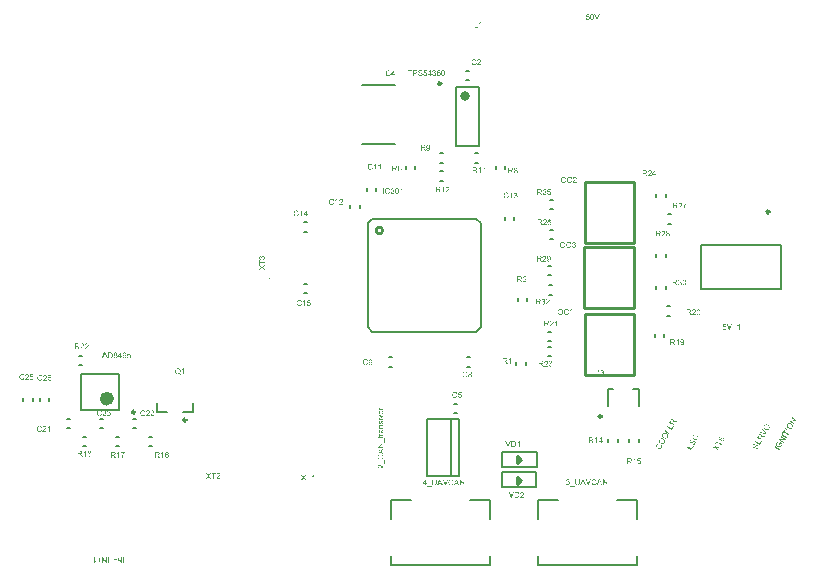
<source format=gto>
G04*
G04 #@! TF.GenerationSoftware,Altium Limited,Altium Designer,18.0.12 (696)*
G04*
G04 Layer_Color=65535*
%FSLAX25Y25*%
%MOIN*%
G70*
G01*
G75*
%ADD10C,0.00984*%
%ADD11C,0.01575*%
%ADD12C,0.01000*%
%ADD13C,0.00394*%
%ADD14C,0.02362*%
%ADD15C,0.00787*%
%ADD16C,0.00800*%
%ADD17C,0.00591*%
G36*
X939852Y208982D02*
X939892Y208978D01*
X939935Y208969D01*
X939985Y208957D01*
X940034Y208937D01*
X940086Y208911D01*
X940089Y208909D01*
X940094Y208907D01*
X940103Y208901D01*
X940114Y208892D01*
X940131Y208882D01*
X940146Y208870D01*
X940181Y208837D01*
X940221Y208795D01*
X940260Y208746D01*
X940294Y208688D01*
X940307Y208655D01*
X940320Y208622D01*
X940321Y208619D01*
X940322Y208615D01*
X940325Y208604D01*
X940326Y208590D01*
X940329Y208572D01*
X940330Y208552D01*
X940331Y208526D01*
X940335Y208499D01*
X940333Y208468D01*
X940329Y208434D01*
X940327Y208397D01*
X940321Y208359D01*
X940310Y208318D01*
X940301Y208275D01*
X940285Y208230D01*
X940267Y208183D01*
X940272Y208186D01*
X940283Y208193D01*
X940301Y208202D01*
X940321Y208215D01*
X940373Y208243D01*
X940402Y208255D01*
X940427Y208266D01*
X940435Y208268D01*
X940454Y208273D01*
X940484Y208281D01*
X940522Y208291D01*
X940571Y208298D01*
X940625Y208309D01*
X940686Y208315D01*
X940753Y208321D01*
X941369Y208346D01*
X941211Y208072D01*
X940740Y208054D01*
X940737Y208055D01*
X940730Y208053D01*
X940720Y208052D01*
X940706Y208051D01*
X940670Y208049D01*
X940624Y208047D01*
X940573Y208041D01*
X940519Y208037D01*
X940468Y208031D01*
X940420Y208027D01*
X940417Y208026D01*
X940403Y208024D01*
X940382Y208020D01*
X940355Y208013D01*
X940298Y207998D01*
X940270Y207989D01*
X940245Y207978D01*
X940241Y207977D01*
X940236Y207973D01*
X940226Y207967D01*
X940210Y207956D01*
X940195Y207946D01*
X940178Y207933D01*
X940144Y207902D01*
X940142Y207900D01*
X940137Y207896D01*
X940131Y207887D01*
X940122Y207876D01*
X940110Y207861D01*
X940099Y207841D01*
X940081Y207816D01*
X939918Y207533D01*
X940654Y207108D01*
X940527Y206887D01*
X938867Y207846D01*
X939312Y208616D01*
X939325Y208634D01*
X939338Y208655D01*
X939369Y208704D01*
X939407Y208753D01*
X939447Y208806D01*
X939490Y208852D01*
X939512Y208874D01*
X939532Y208892D01*
X939533Y208894D01*
X939537Y208895D01*
X939552Y208906D01*
X939574Y208922D01*
X939606Y208938D01*
X939645Y208955D01*
X939691Y208969D01*
X939742Y208979D01*
X939797Y208985D01*
X939799Y208984D01*
X939803Y208985D01*
X939823Y208986D01*
X939852Y208982D01*
D02*
G37*
G36*
X938864Y207387D02*
X938298Y206406D01*
X938804Y206113D01*
X939334Y207032D01*
X939531Y206919D01*
X939001Y206000D01*
X939564Y205674D01*
X940153Y206694D01*
X940350Y206580D01*
X939634Y205340D01*
X937974Y206298D01*
X938667Y207500D01*
X938864Y207387D01*
D02*
G37*
G36*
X938812Y204372D02*
X939285Y205190D01*
X939481Y205076D01*
X938882Y204037D01*
X937222Y204996D01*
X937349Y205217D01*
X938812Y204372D01*
D02*
G37*
G36*
X937395Y204400D02*
X937398Y204398D01*
X937408Y204399D01*
X937420Y204398D01*
X937437Y204395D01*
X937462Y204393D01*
X937488Y204388D01*
X937520Y204382D01*
X937554Y204375D01*
X937589Y204364D01*
X937629Y204355D01*
X937673Y204342D01*
X937715Y204327D01*
X937805Y204288D01*
X937899Y204240D01*
X937901Y204239D01*
X937910Y204234D01*
X937922Y204227D01*
X937940Y204213D01*
X937962Y204201D01*
X937987Y204183D01*
X938013Y204162D01*
X938043Y204141D01*
X938105Y204089D01*
X938171Y204026D01*
X938233Y203955D01*
X938263Y203918D01*
X938290Y203877D01*
X938292Y203876D01*
X938297Y203867D01*
X938304Y203856D01*
X938313Y203838D01*
X938324Y203819D01*
X938334Y203797D01*
X938360Y203737D01*
X938384Y203669D01*
X938407Y203592D01*
X938422Y203507D01*
X938426Y203415D01*
X938425Y203412D01*
X938427Y203405D01*
X938424Y203390D01*
X938423Y203371D01*
X938421Y203350D01*
X938417Y203327D01*
X938413Y203297D01*
X938407Y203266D01*
X938400Y203231D01*
X938392Y203194D01*
X938366Y203117D01*
X938335Y203035D01*
X938294Y202953D01*
X938280Y202929D01*
X938270Y202916D01*
X938257Y202895D01*
X938238Y202874D01*
X938221Y202849D01*
X938198Y202820D01*
X938146Y202764D01*
X938087Y202705D01*
X938017Y202650D01*
X937979Y202624D01*
X937939Y202599D01*
X937935Y202598D01*
X937930Y202594D01*
X937917Y202589D01*
X937899Y202580D01*
X937881Y202571D01*
X937857Y202563D01*
X937798Y202543D01*
X937728Y202522D01*
X937648Y202504D01*
X937563Y202496D01*
X937470Y202495D01*
X937467Y202497D01*
X937457Y202496D01*
X937445Y202497D01*
X937428Y202500D01*
X937405Y202504D01*
X937379Y202509D01*
X937349Y202514D01*
X937319Y202522D01*
X937282Y202530D01*
X937245Y202539D01*
X937165Y202566D01*
X937085Y202599D01*
X937001Y202641D01*
X936998Y202643D01*
X936996Y202644D01*
X936982Y202652D01*
X936961Y202667D01*
X936933Y202684D01*
X936902Y202708D01*
X936864Y202736D01*
X936822Y202770D01*
X936780Y202807D01*
X936735Y202846D01*
X936691Y202891D01*
X936649Y202941D01*
X936606Y202994D01*
X936567Y203048D01*
X936533Y203110D01*
X936504Y203171D01*
X936481Y203236D01*
X936479Y203240D01*
X936477Y203251D01*
X936473Y203273D01*
X936468Y203298D01*
X936461Y203330D01*
X936457Y203368D01*
X936454Y203411D01*
X936453Y203460D01*
X936454Y203511D01*
X936457Y203566D01*
X936465Y203625D01*
X936475Y203687D01*
X936493Y203750D01*
X936514Y203815D01*
X936541Y203879D01*
X936576Y203945D01*
X936589Y203967D01*
X936601Y203982D01*
X936613Y204004D01*
X936628Y204024D01*
X936650Y204050D01*
X936671Y204076D01*
X936719Y204131D01*
X936780Y204192D01*
X936849Y204245D01*
X936887Y204272D01*
X936926Y204296D01*
X936930Y204297D01*
X936935Y204301D01*
X936948Y204306D01*
X936964Y204316D01*
X936984Y204324D01*
X937009Y204335D01*
X937066Y204356D01*
X937135Y204375D01*
X937215Y204392D01*
X937304Y204401D01*
X937395Y204400D01*
D02*
G37*
G36*
X936354Y202596D02*
X936356Y202594D01*
X936366Y202595D01*
X936379Y202594D01*
X936396Y202591D01*
X936421Y202589D01*
X936446Y202584D01*
X936478Y202578D01*
X936513Y202571D01*
X936548Y202561D01*
X936587Y202551D01*
X936631Y202538D01*
X936674Y202523D01*
X936763Y202484D01*
X936857Y202436D01*
X936859Y202435D01*
X936869Y202430D01*
X936881Y202423D01*
X936899Y202409D01*
X936920Y202397D01*
X936945Y202379D01*
X936971Y202358D01*
X937001Y202337D01*
X937064Y202285D01*
X937129Y202222D01*
X937191Y202151D01*
X937221Y202114D01*
X937248Y202073D01*
X937251Y202072D01*
X937255Y202063D01*
X937262Y202052D01*
X937271Y202034D01*
X937282Y202015D01*
X937292Y201993D01*
X937318Y201934D01*
X937343Y201865D01*
X937365Y201788D01*
X937380Y201703D01*
X937385Y201611D01*
X937383Y201608D01*
X937385Y201601D01*
X937383Y201586D01*
X937382Y201567D01*
X937379Y201546D01*
X937376Y201523D01*
X937371Y201494D01*
X937366Y201462D01*
X937359Y201427D01*
X937350Y201391D01*
X937324Y201313D01*
X937294Y201231D01*
X937253Y201149D01*
X937239Y201126D01*
X937228Y201112D01*
X937216Y201091D01*
X937197Y201070D01*
X937179Y201045D01*
X937156Y201016D01*
X937105Y200960D01*
X937045Y200901D01*
X936975Y200846D01*
X936937Y200820D01*
X936897Y200795D01*
X936894Y200794D01*
X936889Y200790D01*
X936876Y200785D01*
X936858Y200776D01*
X936840Y200767D01*
X936816Y200759D01*
X936756Y200739D01*
X936687Y200718D01*
X936606Y200700D01*
X936522Y200692D01*
X936428Y200691D01*
X936426Y200693D01*
X936416Y200692D01*
X936404Y200693D01*
X936386Y200696D01*
X936363Y200700D01*
X936337Y200706D01*
X936308Y200710D01*
X936277Y200718D01*
X936241Y200726D01*
X936204Y200735D01*
X936124Y200762D01*
X936044Y200795D01*
X935959Y200837D01*
X935957Y200839D01*
X935954Y200840D01*
X935940Y200849D01*
X935920Y200863D01*
X935891Y200880D01*
X935860Y200904D01*
X935822Y200933D01*
X935781Y200966D01*
X935738Y201003D01*
X935694Y201042D01*
X935649Y201087D01*
X935608Y201136D01*
X935565Y201190D01*
X935526Y201244D01*
X935491Y201306D01*
X935462Y201367D01*
X935439Y201432D01*
X935438Y201436D01*
X935435Y201447D01*
X935431Y201468D01*
X935427Y201494D01*
X935420Y201526D01*
X935416Y201564D01*
X935412Y201607D01*
X935411Y201656D01*
X935412Y201707D01*
X935415Y201762D01*
X935424Y201821D01*
X935434Y201883D01*
X935451Y201946D01*
X935472Y202011D01*
X935500Y202075D01*
X935535Y202141D01*
X935547Y202163D01*
X935559Y202178D01*
X935572Y202200D01*
X935587Y202220D01*
X935608Y202246D01*
X935630Y202272D01*
X935678Y202327D01*
X935738Y202388D01*
X935807Y202441D01*
X935845Y202467D01*
X935885Y202492D01*
X935889Y202493D01*
X935894Y202497D01*
X935907Y202502D01*
X935922Y202513D01*
X935942Y202520D01*
X935968Y202531D01*
X936025Y202552D01*
X936093Y202571D01*
X936174Y202588D01*
X936262Y202598D01*
X936354Y202596D01*
D02*
G37*
G36*
X935281Y200854D02*
X935329Y200853D01*
X935375Y200845D01*
X935427Y200835D01*
X935353Y200590D01*
X935350Y200591D01*
X935344Y200591D01*
X935332Y200592D01*
X935317Y200594D01*
X935300Y200598D01*
X935276Y200602D01*
X935227Y200605D01*
X935170Y200606D01*
X935110Y200602D01*
X935048Y200589D01*
X934990Y200572D01*
X934983Y200570D01*
X934965Y200561D01*
X934939Y200544D01*
X934904Y200522D01*
X934866Y200490D01*
X934826Y200452D01*
X934784Y200403D01*
X934747Y200344D01*
X934736Y200325D01*
X934731Y200312D01*
X934722Y200295D01*
X934713Y200274D01*
X934694Y200225D01*
X934674Y200169D01*
X934661Y200106D01*
X934653Y200037D01*
X934655Y199969D01*
X934654Y199966D01*
X934657Y199961D01*
X934659Y199937D01*
X934666Y199905D01*
X934680Y199862D01*
X934698Y199810D01*
X934722Y199758D01*
X934757Y199702D01*
X934798Y199646D01*
X934801Y199645D01*
X934804Y199640D01*
X934810Y199633D01*
X934820Y199624D01*
X934832Y199611D01*
X934846Y199596D01*
X934883Y199565D01*
X934925Y199528D01*
X934972Y199488D01*
X935027Y199450D01*
X935088Y199412D01*
X935091Y199410D01*
X935098Y199406D01*
X935110Y199399D01*
X935124Y199391D01*
X935142Y199384D01*
X935164Y199371D01*
X935189Y199360D01*
X935217Y199347D01*
X935279Y199321D01*
X935348Y199297D01*
X935419Y199275D01*
X935492Y199258D01*
X935495Y199257D01*
X935501Y199257D01*
X935511Y199257D01*
X935526Y199255D01*
X935563Y199253D01*
X935609Y199255D01*
X935662Y199259D01*
X935723Y199269D01*
X935781Y199287D01*
X935841Y199313D01*
X935842Y199316D01*
X935847Y199319D01*
X935856Y199323D01*
X935866Y199330D01*
X935878Y199339D01*
X935894Y199350D01*
X935927Y199375D01*
X935967Y199410D01*
X936006Y199451D01*
X936047Y199498D01*
X936081Y199552D01*
X936090Y199569D01*
X936096Y199584D01*
X936106Y199601D01*
X936113Y199619D01*
X936129Y199668D01*
X936146Y199725D01*
X936156Y199787D01*
X936160Y199855D01*
X936161Y199890D01*
X936155Y199925D01*
X936154Y199928D01*
X936153Y199932D01*
X936150Y199944D01*
X936148Y199957D01*
X936142Y199974D01*
X936135Y199994D01*
X936129Y200017D01*
X936116Y200040D01*
X936103Y200067D01*
X936089Y200097D01*
X936073Y200126D01*
X936053Y200157D01*
X936028Y200187D01*
X936002Y200218D01*
X935972Y200251D01*
X935940Y200283D01*
X936122Y200471D01*
X936125Y200470D01*
X936133Y200462D01*
X936145Y200449D01*
X936160Y200431D01*
X936177Y200411D01*
X936198Y200386D01*
X936220Y200358D01*
X936242Y200325D01*
X936290Y200253D01*
X936333Y200171D01*
X936351Y200125D01*
X936369Y200079D01*
X936381Y200034D01*
X936391Y199984D01*
X936392Y199980D01*
X936394Y199972D01*
X936392Y199958D01*
X936394Y199940D01*
X936395Y199914D01*
X936396Y199888D01*
X936393Y199855D01*
X936390Y199821D01*
X936386Y199782D01*
X936379Y199741D01*
X936370Y199698D01*
X936360Y199653D01*
X936346Y199607D01*
X936326Y199561D01*
X936304Y199512D01*
X936279Y199463D01*
X936264Y199437D01*
X936250Y199419D01*
X936238Y199397D01*
X936220Y199372D01*
X936199Y199346D01*
X936174Y199315D01*
X936122Y199253D01*
X936062Y199192D01*
X935994Y199135D01*
X935958Y199111D01*
X935919Y199089D01*
X935915Y199088D01*
X935910Y199084D01*
X935897Y199079D01*
X935882Y199075D01*
X935864Y199066D01*
X935840Y199057D01*
X935812Y199048D01*
X935782Y199040D01*
X935749Y199033D01*
X935715Y199024D01*
X935635Y199013D01*
X935547Y199009D01*
X935454Y199015D01*
X935452Y199016D01*
X935442Y199016D01*
X935428Y199020D01*
X935410Y199021D01*
X935388Y199028D01*
X935360Y199034D01*
X935328Y199040D01*
X935295Y199049D01*
X935259Y199060D01*
X935218Y199071D01*
X935137Y199102D01*
X935047Y199141D01*
X934958Y199186D01*
X934956Y199188D01*
X934946Y199193D01*
X934932Y199201D01*
X934916Y199214D01*
X934892Y199227D01*
X934870Y199244D01*
X934840Y199264D01*
X934811Y199287D01*
X934749Y199339D01*
X934682Y199400D01*
X934619Y199468D01*
X934564Y199545D01*
X934563Y199549D01*
X934557Y199555D01*
X934550Y199566D01*
X934544Y199582D01*
X934532Y199601D01*
X934520Y199624D01*
X934495Y199680D01*
X934471Y199749D01*
X934450Y199825D01*
X934434Y199908D01*
X934431Y199996D01*
X934430Y200000D01*
X934431Y200008D01*
X934432Y200021D01*
X934432Y200037D01*
X934436Y200060D01*
X934440Y200083D01*
X934444Y200113D01*
X934450Y200145D01*
X934457Y200179D01*
X934465Y200216D01*
X934490Y200291D01*
X934522Y200375D01*
X934563Y200457D01*
X934577Y200481D01*
X934589Y200497D01*
X934604Y200517D01*
X934621Y200542D01*
X934639Y200567D01*
X934664Y200594D01*
X934716Y200650D01*
X934779Y200710D01*
X934814Y200737D01*
X934850Y200761D01*
X934891Y200782D01*
X934932Y200803D01*
X934936Y200804D01*
X934941Y200808D01*
X934954Y200813D01*
X934973Y200818D01*
X934992Y200823D01*
X935018Y200831D01*
X935047Y200836D01*
X935077Y200844D01*
X935112Y200850D01*
X935152Y200852D01*
X935194Y200857D01*
X935236Y200858D01*
X935281Y200854D01*
D02*
G37*
G36*
X955820Y203146D02*
X955885Y203137D01*
X955955Y203119D01*
X955987Y203103D01*
X956022Y203086D01*
X956025Y203085D01*
X956027Y203083D01*
X956042Y203075D01*
X956062Y203060D01*
X956085Y203040D01*
X956115Y203014D01*
X956142Y202982D01*
X956167Y202948D01*
X956188Y202907D01*
X956191Y202902D01*
X956195Y202887D01*
X956201Y202865D01*
X956210Y202834D01*
X956216Y202795D01*
X956220Y202752D01*
X956220Y202703D01*
X956215Y202649D01*
X956216Y202651D01*
X956221Y202655D01*
X956228Y202661D01*
X956238Y202667D01*
X956267Y202689D01*
X956303Y202713D01*
X956348Y202735D01*
X956396Y202759D01*
X956451Y202775D01*
X956508Y202786D01*
X956511Y202785D01*
X956514Y202786D01*
X956534Y202787D01*
X956567Y202788D01*
X956606Y202784D01*
X956653Y202777D01*
X956707Y202765D01*
X956763Y202745D01*
X956819Y202716D01*
X956822Y202714D01*
X956829Y202710D01*
X956841Y202703D01*
X956854Y202693D01*
X956869Y202680D01*
X956890Y202666D01*
X956911Y202647D01*
X956933Y202625D01*
X956979Y202576D01*
X957003Y202546D01*
X957022Y202513D01*
X957043Y202478D01*
X957061Y202442D01*
X957076Y202401D01*
X957090Y202358D01*
X957090Y202354D01*
X957092Y202347D01*
X957096Y202336D01*
X957096Y202319D01*
X957098Y202296D01*
X957100Y202272D01*
X957100Y202243D01*
X957100Y202211D01*
X957100Y202176D01*
X957094Y202138D01*
X957086Y202098D01*
X957079Y202057D01*
X957064Y202015D01*
X957048Y201970D01*
X957029Y201926D01*
X957005Y201879D01*
X956991Y201855D01*
X956979Y201840D01*
X956964Y201820D01*
X956948Y201797D01*
X956928Y201774D01*
X956904Y201749D01*
X956850Y201694D01*
X956818Y201667D01*
X956788Y201643D01*
X956752Y201619D01*
X956714Y201596D01*
X956674Y201578D01*
X956631Y201564D01*
X956627Y201563D01*
X956620Y201561D01*
X956608Y201558D01*
X956591Y201555D01*
X956571Y201554D01*
X956546Y201550D01*
X956520Y201549D01*
X956487Y201548D01*
X956455Y201548D01*
X956419Y201552D01*
X956345Y201563D01*
X956304Y201574D01*
X956264Y201588D01*
X956223Y201605D01*
X956183Y201625D01*
X956181Y201626D01*
X956176Y201629D01*
X956166Y201634D01*
X956158Y201642D01*
X956144Y201651D01*
X956128Y201663D01*
X956092Y201690D01*
X956055Y201724D01*
X956020Y201763D01*
X955987Y201811D01*
X955959Y201863D01*
X955957Y201864D01*
X955957Y201870D01*
X955951Y201887D01*
X955942Y201917D01*
X955934Y201957D01*
X955929Y202005D01*
X955926Y202061D01*
X955931Y202119D01*
X955946Y202184D01*
X955945Y202181D01*
X955941Y202180D01*
X955934Y202174D01*
X955924Y202168D01*
X955902Y202151D01*
X955871Y202131D01*
X955834Y202111D01*
X955792Y202094D01*
X955749Y202080D01*
X955705Y202070D01*
X955698Y202071D01*
X955685Y202069D01*
X955660Y202070D01*
X955630Y202075D01*
X955592Y202081D01*
X955551Y202092D01*
X955506Y202108D01*
X955461Y202131D01*
X955459Y202132D01*
X955454Y202135D01*
X955445Y202140D01*
X955431Y202151D01*
X955418Y202162D01*
X955401Y202175D01*
X955365Y202208D01*
X955326Y202251D01*
X955289Y202304D01*
X955271Y202333D01*
X955254Y202365D01*
X955243Y202401D01*
X955231Y202436D01*
X955230Y202440D01*
X955231Y202446D01*
X955228Y202458D01*
X955226Y202471D01*
X955223Y202489D01*
X955223Y202511D01*
X955223Y202537D01*
X955222Y202563D01*
X955223Y202594D01*
X955227Y202628D01*
X955234Y202662D01*
X955242Y202699D01*
X955267Y202774D01*
X955286Y202814D01*
X955306Y202854D01*
X955319Y202875D01*
X955329Y202888D01*
X955343Y202906D01*
X955358Y202926D01*
X955374Y202949D01*
X955395Y202969D01*
X955443Y203018D01*
X955497Y203063D01*
X955528Y203084D01*
X955562Y203103D01*
X955599Y203117D01*
X955636Y203131D01*
X955639Y203132D01*
X955643Y203133D01*
X955654Y203136D01*
X955669Y203140D01*
X955690Y203141D01*
X955711Y203145D01*
X955761Y203148D01*
X955820Y203146D01*
D02*
G37*
G36*
X955115Y202052D02*
X954799Y201505D01*
X956263Y200660D01*
X956135Y200440D01*
X954672Y201285D01*
X954356Y200738D01*
X954160Y200851D01*
X954919Y202166D01*
X955115Y202052D01*
D02*
G37*
G36*
X954549Y199702D02*
X955778Y199821D01*
X955622Y199550D01*
X954789Y199471D01*
X954785Y199470D01*
X954775Y199469D01*
X954763Y199470D01*
X954745Y199467D01*
X954699Y199465D01*
X954650Y199462D01*
X954651Y199458D01*
X954656Y199445D01*
X954665Y199427D01*
X954677Y199404D01*
X954700Y199356D01*
X954710Y199334D01*
X954719Y199316D01*
X955052Y198564D01*
X954900Y198300D01*
X954411Y199436D01*
X953283Y199333D01*
X953434Y199594D01*
X954035Y199650D01*
X954038Y199649D01*
X954043Y199652D01*
X954053Y199653D01*
X954067Y199654D01*
X954099Y199655D01*
X954140Y199660D01*
X954186Y199662D01*
X954232Y199664D01*
X954275Y199665D01*
X954313Y199666D01*
X954310Y199671D01*
X954304Y199683D01*
X954292Y199707D01*
X954278Y199737D01*
X954262Y199772D01*
X954243Y199815D01*
X954223Y199858D01*
X954204Y199908D01*
X953953Y200494D01*
X954092Y200734D01*
X954549Y199702D01*
D02*
G37*
G36*
X971239Y207247D02*
X971242Y207246D01*
X971252Y207246D01*
X971264Y207246D01*
X971281Y207242D01*
X971306Y207241D01*
X971332Y207236D01*
X971364Y207230D01*
X971398Y207223D01*
X971434Y207212D01*
X971473Y207202D01*
X971517Y207190D01*
X971559Y207175D01*
X971649Y207136D01*
X971743Y207088D01*
X971745Y207087D01*
X971754Y207081D01*
X971766Y207074D01*
X971784Y207061D01*
X971806Y207048D01*
X971831Y207031D01*
X971857Y207009D01*
X971887Y206989D01*
X971949Y206937D01*
X972015Y206873D01*
X972077Y206802D01*
X972107Y206766D01*
X972134Y206724D01*
X972136Y206723D01*
X972141Y206714D01*
X972148Y206704D01*
X972157Y206686D01*
X972168Y206667D01*
X972178Y206645D01*
X972204Y206585D01*
X972228Y206517D01*
X972251Y206439D01*
X972266Y206354D01*
X972270Y206262D01*
X972269Y206260D01*
X972271Y206252D01*
X972268Y206237D01*
X972267Y206219D01*
X972265Y206198D01*
X972261Y206174D01*
X972257Y206145D01*
X972251Y206113D01*
X972244Y206079D01*
X972236Y206042D01*
X972210Y205964D01*
X972179Y205883D01*
X972138Y205801D01*
X972124Y205777D01*
X972114Y205764D01*
X972101Y205742D01*
X972082Y205721D01*
X972065Y205696D01*
X972042Y205668D01*
X971990Y205611D01*
X971931Y205553D01*
X971861Y205497D01*
X971823Y205471D01*
X971783Y205446D01*
X971779Y205445D01*
X971774Y205442D01*
X971761Y205436D01*
X971743Y205428D01*
X971725Y205419D01*
X971701Y205410D01*
X971642Y205390D01*
X971572Y205369D01*
X971492Y205352D01*
X971407Y205343D01*
X971314Y205343D01*
X971311Y205344D01*
X971301Y205344D01*
X971289Y205344D01*
X971272Y205348D01*
X971249Y205352D01*
X971223Y205357D01*
X971193Y205361D01*
X971163Y205369D01*
X971126Y205378D01*
X971089Y205386D01*
X971009Y205413D01*
X970929Y205447D01*
X970845Y205489D01*
X970842Y205490D01*
X970840Y205492D01*
X970826Y205500D01*
X970805Y205515D01*
X970777Y205531D01*
X970746Y205556D01*
X970708Y205584D01*
X970666Y205617D01*
X970624Y205655D01*
X970579Y205693D01*
X970535Y205738D01*
X970493Y205788D01*
X970450Y205841D01*
X970411Y205896D01*
X970377Y205958D01*
X970348Y206019D01*
X970325Y206083D01*
X970323Y206087D01*
X970321Y206099D01*
X970317Y206120D01*
X970312Y206145D01*
X970305Y206178D01*
X970301Y206215D01*
X970298Y206259D01*
X970297Y206307D01*
X970298Y206358D01*
X970301Y206414D01*
X970309Y206473D01*
X970319Y206534D01*
X970337Y206598D01*
X970358Y206662D01*
X970385Y206726D01*
X970420Y206792D01*
X970433Y206814D01*
X970445Y206830D01*
X970457Y206851D01*
X970472Y206871D01*
X970494Y206897D01*
X970515Y206923D01*
X970563Y206979D01*
X970624Y207040D01*
X970693Y207093D01*
X970730Y207119D01*
X970770Y207144D01*
X970774Y207145D01*
X970779Y207148D01*
X970792Y207154D01*
X970808Y207164D01*
X970828Y207171D01*
X970853Y207182D01*
X970910Y207204D01*
X970979Y207222D01*
X971059Y207239D01*
X971148Y207249D01*
X971239Y207247D01*
D02*
G37*
G36*
X971201Y204244D02*
X971068Y204013D01*
X969037Y204329D01*
X969175Y204569D01*
X970631Y204304D01*
X970633Y204303D01*
X970640Y204302D01*
X970648Y204301D01*
X970660Y204300D01*
X970676Y204294D01*
X970693Y204290D01*
X970736Y204282D01*
X970786Y204273D01*
X970839Y204261D01*
X970952Y204234D01*
X970949Y204235D01*
X970946Y204240D01*
X970940Y204247D01*
X970932Y204255D01*
X970910Y204277D01*
X970881Y204310D01*
X970847Y204346D01*
X970810Y204386D01*
X970771Y204431D01*
X970732Y204479D01*
X969786Y205627D01*
X969915Y205850D01*
X971201Y204244D01*
D02*
G37*
G36*
X969156Y203966D02*
X969196Y203962D01*
X969239Y203953D01*
X969289Y203940D01*
X969339Y203921D01*
X969390Y203895D01*
X969393Y203893D01*
X969397Y203890D01*
X969407Y203885D01*
X969418Y203876D01*
X969434Y203866D01*
X969450Y203854D01*
X969485Y203821D01*
X969525Y203779D01*
X969564Y203730D01*
X969598Y203672D01*
X969611Y203639D01*
X969624Y203606D01*
X969625Y203603D01*
X969626Y203599D01*
X969629Y203587D01*
X969630Y203574D01*
X969633Y203556D01*
X969634Y203536D01*
X969635Y203510D01*
X969639Y203483D01*
X969637Y203452D01*
X969633Y203418D01*
X969631Y203381D01*
X969625Y203343D01*
X969614Y203302D01*
X969605Y203259D01*
X969589Y203214D01*
X969571Y203166D01*
X969576Y203170D01*
X969587Y203177D01*
X969605Y203186D01*
X969625Y203199D01*
X969676Y203227D01*
X969706Y203239D01*
X969731Y203250D01*
X969739Y203252D01*
X969758Y203257D01*
X969788Y203265D01*
X969826Y203275D01*
X969875Y203282D01*
X969929Y203293D01*
X969990Y203299D01*
X970057Y203305D01*
X970673Y203330D01*
X970515Y203056D01*
X970044Y203038D01*
X970041Y203039D01*
X970034Y203037D01*
X970024Y203036D01*
X970010Y203035D01*
X969974Y203033D01*
X969928Y203031D01*
X969877Y203025D01*
X969823Y203021D01*
X969772Y203015D01*
X969724Y203011D01*
X969721Y203010D01*
X969707Y203008D01*
X969685Y203004D01*
X969659Y202997D01*
X969602Y202982D01*
X969574Y202973D01*
X969549Y202962D01*
X969545Y202961D01*
X969540Y202957D01*
X969530Y202951D01*
X969514Y202940D01*
X969499Y202930D01*
X969482Y202917D01*
X969448Y202886D01*
X969446Y202884D01*
X969441Y202880D01*
X969436Y202870D01*
X969426Y202860D01*
X969414Y202845D01*
X969403Y202825D01*
X969385Y202800D01*
X969222Y202517D01*
X969958Y202092D01*
X969831Y201871D01*
X968171Y202830D01*
X968616Y203600D01*
X968629Y203618D01*
X968641Y203639D01*
X968673Y203688D01*
X968711Y203737D01*
X968751Y203790D01*
X968793Y203836D01*
X968816Y203858D01*
X968836Y203876D01*
X968837Y203878D01*
X968841Y203879D01*
X968856Y203889D01*
X968878Y203905D01*
X968910Y203922D01*
X968949Y203939D01*
X968995Y203953D01*
X969046Y203962D01*
X969101Y203969D01*
X969103Y203968D01*
X969107Y203969D01*
X969127Y203970D01*
X969156Y203966D01*
D02*
G37*
G36*
X967290Y200722D02*
X967329Y200718D01*
X967377Y200713D01*
X967430Y200699D01*
X967485Y200683D01*
X967540Y200657D01*
X967435Y200437D01*
X967433Y200438D01*
X967428Y200441D01*
X967420Y200443D01*
X967406Y200447D01*
X967376Y200455D01*
X967334Y200466D01*
X967287Y200474D01*
X967237Y200475D01*
X967185Y200469D01*
X967132Y200455D01*
X967127Y200451D01*
X967111Y200445D01*
X967082Y200429D01*
X967050Y200406D01*
X967012Y200374D01*
X966970Y200334D01*
X966926Y200280D01*
X966885Y200214D01*
X966865Y200180D01*
X966859Y200165D01*
X966851Y200144D01*
X966831Y200098D01*
X966812Y200045D01*
X966797Y199990D01*
X966790Y199933D01*
X966790Y199907D01*
X966791Y199881D01*
X966791Y199875D01*
X966795Y199859D01*
X966804Y199835D01*
X966814Y199810D01*
X966831Y199778D01*
X966852Y199747D01*
X966880Y199718D01*
X966915Y199691D01*
X966920Y199688D01*
X966930Y199683D01*
X966948Y199675D01*
X966970Y199669D01*
X966998Y199662D01*
X967029Y199661D01*
X967061Y199661D01*
X967098Y199669D01*
X967101Y199670D01*
X967115Y199678D01*
X967128Y199683D01*
X967139Y199690D01*
X967154Y199700D01*
X967173Y199711D01*
X967193Y199729D01*
X967216Y199747D01*
X967241Y199768D01*
X967271Y199792D01*
X967300Y199820D01*
X967334Y199852D01*
X967369Y199890D01*
X967409Y199931D01*
X967410Y199933D01*
X967418Y199941D01*
X967429Y199954D01*
X967443Y199968D01*
X967461Y199987D01*
X967483Y200009D01*
X967505Y200031D01*
X967529Y200056D01*
X967582Y200109D01*
X967633Y200159D01*
X967660Y200182D01*
X967684Y200203D01*
X967706Y200223D01*
X967726Y200237D01*
X967727Y200239D01*
X967733Y200242D01*
X967742Y200247D01*
X967752Y200254D01*
X967782Y200272D01*
X967819Y200292D01*
X967866Y200313D01*
X967916Y200332D01*
X967968Y200346D01*
X968021Y200354D01*
X968027Y200354D01*
X968045Y200357D01*
X968072Y200354D01*
X968109Y200351D01*
X968150Y200344D01*
X968197Y200332D01*
X968247Y200313D01*
X968296Y200288D01*
X968299Y200287D01*
X968301Y200285D01*
X968308Y200281D01*
X968318Y200276D01*
X968342Y200256D01*
X968372Y200231D01*
X968405Y200200D01*
X968439Y200164D01*
X968471Y200120D01*
X968501Y200067D01*
X968504Y200066D01*
X968505Y200062D01*
X968512Y200042D01*
X968524Y200012D01*
X968534Y199975D01*
X968545Y199927D01*
X968554Y199871D01*
X968558Y199811D01*
X968555Y199745D01*
X968554Y199743D01*
X968554Y199736D01*
X968552Y199728D01*
X968551Y199716D01*
X968548Y199698D01*
X968545Y199678D01*
X968533Y199634D01*
X968518Y199581D01*
X968498Y199519D01*
X968471Y199455D01*
X968436Y199389D01*
X968414Y199350D01*
X968400Y199332D01*
X968388Y199311D01*
X968372Y199288D01*
X968353Y199261D01*
X968308Y199206D01*
X968263Y199150D01*
X968210Y199097D01*
X968154Y199049D01*
X968152Y199047D01*
X968147Y199044D01*
X968138Y199039D01*
X968128Y199032D01*
X968097Y199012D01*
X968056Y198991D01*
X968005Y198969D01*
X967948Y198948D01*
X967885Y198933D01*
X967819Y198923D01*
X967816Y198925D01*
X967809Y198923D01*
X967800Y198924D01*
X967786Y198923D01*
X967772Y198925D01*
X967753Y198926D01*
X967707Y198930D01*
X967652Y198939D01*
X967593Y198954D01*
X967530Y198978D01*
X967467Y199007D01*
X967567Y199225D01*
X967570Y199223D01*
X967572Y199222D01*
X967581Y199220D01*
X967590Y199215D01*
X967615Y199207D01*
X967650Y199196D01*
X967687Y199188D01*
X967728Y199177D01*
X967772Y199174D01*
X967812Y199173D01*
X967816Y199174D01*
X967830Y199176D01*
X967854Y199178D01*
X967882Y199187D01*
X967917Y199199D01*
X967954Y199213D01*
X967996Y199236D01*
X968038Y199264D01*
X968039Y199266D01*
X968043Y199267D01*
X968049Y199273D01*
X968056Y199279D01*
X968077Y199299D01*
X968104Y199324D01*
X968136Y199357D01*
X968168Y199396D01*
X968201Y199441D01*
X968234Y199493D01*
X968246Y199514D01*
X968258Y199540D01*
X968272Y199570D01*
X968287Y199606D01*
X968304Y199647D01*
X968316Y199691D01*
X968325Y199734D01*
X968326Y199740D01*
X968328Y199755D01*
X968328Y199777D01*
X968331Y199804D01*
X968326Y199836D01*
X968323Y199870D01*
X968318Y199905D01*
X968305Y199938D01*
X968304Y199941D01*
X968297Y199952D01*
X968289Y199966D01*
X968276Y199987D01*
X968262Y200007D01*
X968242Y200028D01*
X968219Y200048D01*
X968191Y200067D01*
X968189Y200069D01*
X968177Y200076D01*
X968161Y200081D01*
X968141Y200090D01*
X968117Y200094D01*
X968089Y200101D01*
X968058Y200103D01*
X968027Y200098D01*
X968023Y200097D01*
X968012Y200094D01*
X967997Y200090D01*
X967972Y200082D01*
X967947Y200071D01*
X967915Y200054D01*
X967880Y200033D01*
X967845Y200005D01*
X967841Y200004D01*
X967832Y199993D01*
X967814Y199978D01*
X967804Y199968D01*
X967790Y199954D01*
X967773Y199941D01*
X967756Y199922D01*
X967735Y199902D01*
X967711Y199878D01*
X967687Y199853D01*
X967658Y199825D01*
X967626Y199792D01*
X967593Y199757D01*
X967592Y199755D01*
X967585Y199749D01*
X967576Y199738D01*
X967563Y199726D01*
X967547Y199710D01*
X967530Y199691D01*
X967488Y199652D01*
X967440Y199609D01*
X967392Y199563D01*
X967347Y199525D01*
X967325Y199509D01*
X967304Y199495D01*
X967303Y199493D01*
X967299Y199492D01*
X967281Y199483D01*
X967257Y199468D01*
X967224Y199455D01*
X967186Y199439D01*
X967143Y199425D01*
X967095Y199415D01*
X967047Y199410D01*
X967041Y199410D01*
X967025Y199410D01*
X967000Y199411D01*
X966971Y199416D01*
X966934Y199424D01*
X966893Y199435D01*
X966850Y199450D01*
X966808Y199471D01*
X966805Y199473D01*
X966803Y199474D01*
X966796Y199478D01*
X966786Y199484D01*
X966765Y199503D01*
X966737Y199525D01*
X966705Y199553D01*
X966671Y199589D01*
X966640Y199629D01*
X966613Y199677D01*
X966610Y199678D01*
X966609Y199682D01*
X966602Y199702D01*
X966593Y199730D01*
X966581Y199766D01*
X966571Y199810D01*
X966563Y199862D01*
X966562Y199921D01*
X966565Y199982D01*
X966567Y199985D01*
X966567Y199991D01*
X966569Y200000D01*
X966570Y200012D01*
X966572Y200027D01*
X966577Y200046D01*
X966588Y200088D01*
X966605Y200139D01*
X966625Y200197D01*
X966650Y200257D01*
X966684Y200320D01*
X966702Y200352D01*
X966714Y200367D01*
X966724Y200384D01*
X966755Y200427D01*
X966791Y200473D01*
X966833Y200519D01*
X966881Y200568D01*
X966931Y200610D01*
X966932Y200612D01*
X966937Y200615D01*
X966946Y200620D01*
X966957Y200627D01*
X966982Y200644D01*
X967022Y200662D01*
X967067Y200684D01*
X967119Y200703D01*
X967174Y200715D01*
X967233Y200723D01*
X967235Y200722D01*
X967239Y200723D01*
X967249Y200723D01*
X967259Y200724D01*
X967290Y200722D01*
D02*
G37*
G36*
X968168Y202371D02*
X967602Y201390D01*
X968108Y201097D01*
X968638Y202016D01*
X968835Y201903D01*
X968305Y200984D01*
X968868Y200658D01*
X969457Y201678D01*
X969654Y201564D01*
X968938Y200324D01*
X967278Y201283D01*
X967972Y202484D01*
X968168Y202371D01*
D02*
G37*
G36*
X981219Y208605D02*
X981087Y208377D01*
X979283Y208261D01*
X980586Y207509D01*
X980464Y207298D01*
X978804Y208256D01*
X978934Y208482D01*
X980742Y208599D01*
X979437Y209352D01*
X979559Y209563D01*
X981219Y208605D01*
D02*
G37*
G36*
X978974Y207653D02*
X978976Y207651D01*
X978986Y207652D01*
X978998Y207651D01*
X979016Y207648D01*
X979040Y207646D01*
X979066Y207641D01*
X979098Y207635D01*
X979132Y207628D01*
X979168Y207617D01*
X979207Y207608D01*
X979251Y207595D01*
X979293Y207580D01*
X979383Y207541D01*
X979477Y207493D01*
X979479Y207492D01*
X979489Y207487D01*
X979501Y207480D01*
X979518Y207466D01*
X979540Y207454D01*
X979565Y207436D01*
X979591Y207415D01*
X979621Y207394D01*
X979683Y207342D01*
X979749Y207278D01*
X979811Y207208D01*
X979841Y207171D01*
X979868Y207130D01*
X979870Y207129D01*
X979875Y207119D01*
X979882Y207109D01*
X979891Y207091D01*
X979902Y207072D01*
X979912Y207050D01*
X979938Y206990D01*
X979962Y206922D01*
X979985Y206845D01*
X980000Y206760D01*
X980004Y206667D01*
X980003Y206665D01*
X980005Y206658D01*
X980003Y206643D01*
X980002Y206624D01*
X979999Y206603D01*
X979995Y206580D01*
X979991Y206550D01*
X979985Y206518D01*
X979978Y206484D01*
X979970Y206447D01*
X979944Y206369D01*
X979913Y206288D01*
X979872Y206206D01*
X979858Y206182D01*
X979848Y206169D01*
X979835Y206148D01*
X979817Y206126D01*
X979799Y206101D01*
X979776Y206073D01*
X979724Y206017D01*
X979665Y205958D01*
X979595Y205903D01*
X979557Y205876D01*
X979517Y205852D01*
X979513Y205851D01*
X979508Y205847D01*
X979495Y205842D01*
X979477Y205833D01*
X979459Y205824D01*
X979435Y205816D01*
X979376Y205796D01*
X979306Y205775D01*
X979226Y205757D01*
X979141Y205749D01*
X979048Y205748D01*
X979045Y205750D01*
X979036Y205749D01*
X979023Y205750D01*
X979006Y205753D01*
X978983Y205757D01*
X978957Y205762D01*
X978927Y205767D01*
X978897Y205775D01*
X978860Y205783D01*
X978823Y205791D01*
X978743Y205819D01*
X978663Y205852D01*
X978579Y205894D01*
X978576Y205896D01*
X978574Y205897D01*
X978560Y205905D01*
X978539Y205920D01*
X978511Y205937D01*
X978480Y205961D01*
X978442Y205989D01*
X978401Y206023D01*
X978358Y206060D01*
X978313Y206099D01*
X978269Y206144D01*
X978227Y206193D01*
X978184Y206247D01*
X978145Y206301D01*
X978111Y206363D01*
X978082Y206424D01*
X978059Y206489D01*
X978058Y206493D01*
X978055Y206504D01*
X978051Y206525D01*
X978046Y206551D01*
X978039Y206583D01*
X978036Y206621D01*
X978032Y206664D01*
X978031Y206713D01*
X978032Y206764D01*
X978035Y206819D01*
X978043Y206878D01*
X978053Y206940D01*
X978071Y207003D01*
X978092Y207068D01*
X978119Y207132D01*
X978154Y207198D01*
X978167Y207220D01*
X978179Y207235D01*
X978192Y207257D01*
X978206Y207277D01*
X978228Y207303D01*
X978249Y207329D01*
X978297Y207384D01*
X978358Y207445D01*
X978427Y207498D01*
X978465Y207524D01*
X978504Y207549D01*
X978508Y207550D01*
X978514Y207554D01*
X978526Y207559D01*
X978542Y207569D01*
X978562Y207577D01*
X978588Y207588D01*
X978645Y207609D01*
X978713Y207627D01*
X978793Y207645D01*
X978882Y207654D01*
X978974Y207653D01*
D02*
G37*
G36*
X979199Y205107D02*
X979072Y204887D01*
X977412Y205845D01*
X977539Y206066D01*
X979199Y205107D01*
D02*
G37*
G36*
X977456Y205468D02*
X977141Y204921D01*
X978604Y204076D01*
X978476Y203855D01*
X977013Y204700D01*
X976697Y204153D01*
X976501Y204267D01*
X977260Y205581D01*
X977456Y205468D01*
D02*
G37*
G36*
X978008Y203044D02*
X977881Y202824D01*
X976221Y203782D01*
X976348Y204003D01*
X978008Y203044D01*
D02*
G37*
G36*
X977647Y202418D02*
X977515Y202190D01*
X975711Y202074D01*
X977014Y201322D01*
X976892Y201111D01*
X975232Y202069D01*
X975362Y202295D01*
X977170Y202412D01*
X975865Y203166D01*
X975987Y203377D01*
X977647Y202418D01*
D02*
G37*
G36*
X975301Y201486D02*
X975362Y201480D01*
X975427Y201471D01*
X975496Y201453D01*
X975434Y201223D01*
X975432Y201225D01*
X975428Y201224D01*
X975420Y201225D01*
X975408Y201228D01*
X975383Y201234D01*
X975348Y201241D01*
X975307Y201246D01*
X975266Y201247D01*
X975222Y201250D01*
X975181Y201245D01*
X975177Y201244D01*
X975164Y201242D01*
X975143Y201235D01*
X975117Y201227D01*
X975085Y201217D01*
X975049Y201199D01*
X975012Y201179D01*
X974975Y201153D01*
X974969Y201149D01*
X974958Y201140D01*
X974938Y201123D01*
X974912Y201099D01*
X974885Y201070D01*
X974856Y201036D01*
X974826Y200995D01*
X974797Y200951D01*
X974782Y200925D01*
X974778Y200911D01*
X974769Y200897D01*
X974751Y200860D01*
X974735Y200815D01*
X974716Y200765D01*
X974703Y200715D01*
X974694Y200662D01*
X974694Y200656D01*
X974691Y200639D01*
X974691Y200612D01*
X974690Y200582D01*
X974692Y200542D01*
X974693Y200500D01*
X974701Y200457D01*
X974712Y200415D01*
X974713Y200411D01*
X974717Y200396D01*
X974727Y200375D01*
X974738Y200349D01*
X974752Y200319D01*
X974771Y200285D01*
X974793Y200250D01*
X974817Y200214D01*
X974819Y200213D01*
X974822Y200207D01*
X974828Y200201D01*
X974837Y200189D01*
X974849Y200176D01*
X974863Y200162D01*
X974878Y200143D01*
X974897Y200126D01*
X974940Y200085D01*
X974992Y200042D01*
X975048Y200000D01*
X975114Y199959D01*
X975116Y199958D01*
X975124Y199954D01*
X975136Y199947D01*
X975151Y199941D01*
X975171Y199930D01*
X975196Y199918D01*
X975221Y199907D01*
X975249Y199894D01*
X975315Y199869D01*
X975384Y199845D01*
X975457Y199828D01*
X975531Y199818D01*
X975533Y199816D01*
X975541Y199818D01*
X975550Y199816D01*
X975563Y199818D01*
X975599Y199820D01*
X975648Y199827D01*
X975702Y199837D01*
X975760Y199855D01*
X975820Y199881D01*
X975881Y199913D01*
X975882Y199916D01*
X975887Y199919D01*
X975896Y199923D01*
X975908Y199933D01*
X975920Y199942D01*
X975934Y199956D01*
X975971Y199986D01*
X976010Y200027D01*
X976053Y200073D01*
X976096Y200125D01*
X976133Y200184D01*
X976147Y200207D01*
X976152Y200223D01*
X976161Y200238D01*
X976177Y200276D01*
X976197Y200322D01*
X976213Y200374D01*
X976228Y200432D01*
X976241Y200492D01*
X976242Y200495D01*
X976242Y200501D01*
X976243Y200507D01*
X976243Y200519D01*
X976247Y200553D01*
X976249Y200590D01*
X976251Y200633D01*
X976253Y200680D01*
X976251Y200726D01*
X976243Y200769D01*
X975932Y200949D01*
X975649Y200460D01*
X975452Y200573D01*
X975860Y201278D01*
X976476Y200922D01*
X976477Y200919D01*
X976477Y200912D01*
X976478Y200899D01*
X976481Y200881D01*
X976482Y200861D01*
X976485Y200837D01*
X976486Y200808D01*
X976488Y200778D01*
X976491Y200709D01*
X976491Y200632D01*
X976488Y200554D01*
X976476Y200474D01*
X976475Y200472D01*
X976475Y200466D01*
X976472Y200455D01*
X976469Y200440D01*
X976464Y200420D01*
X976461Y200397D01*
X976453Y200373D01*
X976445Y200348D01*
X976427Y200289D01*
X976404Y200222D01*
X976374Y200153D01*
X976338Y200084D01*
X976324Y200060D01*
X976312Y200045D01*
X976299Y200023D01*
X976282Y199998D01*
X976260Y199972D01*
X976240Y199943D01*
X976185Y199881D01*
X976126Y199817D01*
X976055Y199755D01*
X976018Y199725D01*
X975977Y199698D01*
X975973Y199697D01*
X975966Y199691D01*
X975954Y199685D01*
X975938Y199675D01*
X975917Y199665D01*
X975895Y199655D01*
X975835Y199629D01*
X975764Y199606D01*
X975682Y199586D01*
X975595Y199573D01*
X975500Y199570D01*
X975498Y199571D01*
X975488Y199571D01*
X975475Y199571D01*
X975454Y199574D01*
X975434Y199576D01*
X975405Y199583D01*
X975376Y199587D01*
X975342Y199594D01*
X975305Y199603D01*
X975263Y199614D01*
X975223Y199627D01*
X975181Y199643D01*
X975090Y199679D01*
X974998Y199725D01*
X974996Y199727D01*
X974986Y199732D01*
X974974Y199739D01*
X974959Y199751D01*
X974937Y199764D01*
X974912Y199782D01*
X974889Y199802D01*
X974859Y199822D01*
X974829Y199848D01*
X974796Y199874D01*
X974730Y199938D01*
X974665Y200007D01*
X974605Y200087D01*
X974604Y200090D01*
X974599Y200097D01*
X974592Y200107D01*
X974583Y200125D01*
X974569Y200146D01*
X974557Y200169D01*
X974531Y200229D01*
X974502Y200300D01*
X974480Y200379D01*
X974463Y200466D01*
X974461Y200512D01*
X974459Y200558D01*
X974458Y200562D01*
X974459Y200571D01*
X974460Y200583D01*
X974461Y200602D01*
X974465Y200625D01*
X974468Y200652D01*
X974472Y200681D01*
X974479Y200716D01*
X974488Y200753D01*
X974500Y200790D01*
X974511Y200832D01*
X974526Y200874D01*
X974562Y200965D01*
X974583Y201011D01*
X974627Y201088D01*
X974638Y201101D01*
X974649Y201120D01*
X974680Y201163D01*
X974716Y201209D01*
X974759Y201255D01*
X974806Y201304D01*
X974857Y201348D01*
X974859Y201351D01*
X974864Y201354D01*
X974870Y201360D01*
X974881Y201367D01*
X974910Y201385D01*
X974946Y201409D01*
X974991Y201431D01*
X975042Y201453D01*
X975094Y201471D01*
X975152Y201482D01*
X975159Y201484D01*
X975179Y201485D01*
X975209Y201487D01*
X975252Y201489D01*
X975301Y201486D01*
D02*
G37*
G36*
X975627Y198921D02*
X975500Y198700D01*
X973840Y199658D01*
X973967Y199879D01*
X975627Y198921D01*
D02*
G37*
G36*
X886306Y182800D02*
X886040D01*
X885297Y184717D01*
X885574D01*
X886073Y183324D01*
Y183321D01*
X886076Y183315D01*
X886078Y183307D01*
X886084Y183296D01*
X886087Y183279D01*
X886092Y183263D01*
X886106Y183221D01*
X886123Y183174D01*
X886139Y183121D01*
X886173Y183010D01*
Y183013D01*
X886175Y183019D01*
X886178Y183027D01*
X886181Y183038D01*
X886189Y183069D01*
X886203Y183110D01*
X886217Y183157D01*
X886234Y183210D01*
X886253Y183265D01*
X886275Y183324D01*
X886796Y184717D01*
X887053D01*
X886306Y182800D01*
D02*
G37*
G36*
X889801Y184722D02*
X889823Y184720D01*
X889851Y184717D01*
X889882Y184711D01*
X889912Y184706D01*
X889984Y184686D01*
X890056Y184659D01*
X890092Y184642D01*
X890128Y184623D01*
X890161Y184598D01*
X890192Y184570D01*
X890195Y184567D01*
X890200Y184564D01*
X890206Y184553D01*
X890217Y184542D01*
X890231Y184529D01*
X890244Y184509D01*
X890258Y184490D01*
X890275Y184465D01*
X890303Y184412D01*
X890330Y184346D01*
X890341Y184312D01*
X890347Y184274D01*
X890353Y184235D01*
X890355Y184193D01*
Y184188D01*
Y184174D01*
X890353Y184152D01*
X890350Y184121D01*
X890344Y184088D01*
X890333Y184049D01*
X890322Y184008D01*
X890305Y183966D01*
X890303Y183961D01*
X890297Y183947D01*
X890286Y183925D01*
X890269Y183894D01*
X890247Y183861D01*
X890219Y183819D01*
X890186Y183778D01*
X890147Y183731D01*
X890142Y183725D01*
X890128Y183709D01*
X890114Y183695D01*
X890100Y183681D01*
X890084Y183664D01*
X890062Y183642D01*
X890040Y183620D01*
X890012Y183595D01*
X889984Y183567D01*
X889951Y183537D01*
X889915Y183506D01*
X889876Y183470D01*
X889832Y183434D01*
X889787Y183396D01*
X889785Y183393D01*
X889779Y183387D01*
X889768Y183379D01*
X889754Y183368D01*
X889738Y183351D01*
X889718Y183335D01*
X889674Y183299D01*
X889627Y183257D01*
X889582Y183215D01*
X889544Y183179D01*
X889527Y183166D01*
X889513Y183152D01*
X889510Y183149D01*
X889502Y183141D01*
X889491Y183130D01*
X889477Y183113D01*
X889463Y183094D01*
X889447Y183074D01*
X889414Y183027D01*
X890358D01*
Y182800D01*
X889087D01*
Y182803D01*
Y182814D01*
Y182831D01*
X889089Y182853D01*
X889092Y182878D01*
X889098Y182905D01*
X889103Y182933D01*
X889114Y182963D01*
Y182966D01*
X889117Y182969D01*
X889123Y182986D01*
X889134Y183010D01*
X889150Y183044D01*
X889172Y183082D01*
X889200Y183127D01*
X889231Y183171D01*
X889269Y183218D01*
Y183221D01*
X889275Y183224D01*
X889289Y183240D01*
X889314Y183265D01*
X889350Y183301D01*
X889391Y183343D01*
X889444Y183393D01*
X889508Y183448D01*
X889577Y183506D01*
X889580Y183509D01*
X889591Y183517D01*
X889607Y183531D01*
X889627Y183548D01*
X889652Y183570D01*
X889682Y183595D01*
X889713Y183623D01*
X889749Y183653D01*
X889818Y183720D01*
X889887Y183786D01*
X889920Y183819D01*
X889951Y183853D01*
X889979Y183883D01*
X890001Y183914D01*
Y183916D01*
X890006Y183919D01*
X890012Y183927D01*
X890017Y183939D01*
X890037Y183969D01*
X890059Y184005D01*
X890078Y184049D01*
X890098Y184096D01*
X890109Y184149D01*
X890114Y184199D01*
Y184202D01*
Y184204D01*
X890112Y184221D01*
X890109Y184249D01*
X890100Y184279D01*
X890089Y184318D01*
X890070Y184357D01*
X890045Y184396D01*
X890012Y184434D01*
X890006Y184440D01*
X889992Y184451D01*
X889973Y184465D01*
X889942Y184484D01*
X889904Y184501D01*
X889859Y184517D01*
X889807Y184529D01*
X889749Y184531D01*
X889732D01*
X889721Y184529D01*
X889688Y184526D01*
X889649Y184517D01*
X889607Y184506D01*
X889560Y184487D01*
X889516Y184462D01*
X889474Y184429D01*
X889469Y184423D01*
X889458Y184409D01*
X889441Y184387D01*
X889425Y184354D01*
X889405Y184315D01*
X889388Y184265D01*
X889377Y184210D01*
X889372Y184146D01*
X889131Y184171D01*
Y184174D01*
X889134Y184182D01*
Y184196D01*
X889136Y184215D01*
X889142Y184238D01*
X889147Y184263D01*
X889156Y184293D01*
X889164Y184324D01*
X889186Y184390D01*
X889219Y184457D01*
X889239Y184490D01*
X889264Y184523D01*
X889289Y184553D01*
X889316Y184581D01*
X889319Y184584D01*
X889325Y184587D01*
X889333Y184595D01*
X889347Y184603D01*
X889364Y184614D01*
X889383Y184625D01*
X889405Y184639D01*
X889433Y184653D01*
X889463Y184667D01*
X889497Y184681D01*
X889533Y184692D01*
X889571Y184703D01*
X889613Y184711D01*
X889657Y184720D01*
X889704Y184722D01*
X889754Y184725D01*
X889782D01*
X889801Y184722D01*
D02*
G37*
G36*
X888070Y184714D02*
X888125Y184711D01*
X888181Y184706D01*
X888236Y184697D01*
X888283Y184689D01*
X888286D01*
X888292Y184686D01*
X888300D01*
X888311Y184681D01*
X888342Y184672D01*
X888380Y184659D01*
X888425Y184639D01*
X888472Y184614D01*
X888519Y184587D01*
X888563Y184551D01*
X888566Y184548D01*
X888569Y184545D01*
X888577Y184537D01*
X888588Y184529D01*
X888616Y184501D01*
X888649Y184462D01*
X888685Y184415D01*
X888724Y184360D01*
X888760Y184296D01*
X888790Y184224D01*
Y184221D01*
X888793Y184215D01*
X888799Y184204D01*
X888801Y184188D01*
X888810Y184168D01*
X888815Y184146D01*
X888821Y184121D01*
X888829Y184091D01*
X888837Y184060D01*
X888843Y184024D01*
X888857Y183947D01*
X888865Y183861D01*
X888868Y183767D01*
Y183764D01*
Y183758D01*
Y183745D01*
Y183731D01*
X888865Y183711D01*
Y183689D01*
X888862Y183636D01*
X888854Y183576D01*
X888846Y183512D01*
X888832Y183445D01*
X888815Y183379D01*
Y183376D01*
X888812Y183371D01*
X888810Y183362D01*
X888807Y183351D01*
X888796Y183321D01*
X888779Y183282D01*
X888762Y183238D01*
X888740Y183193D01*
X888713Y183146D01*
X888685Y183102D01*
X888682Y183096D01*
X888671Y183082D01*
X888655Y183063D01*
X888632Y183038D01*
X888607Y183010D01*
X888577Y182983D01*
X888546Y182952D01*
X888510Y182927D01*
X888505Y182925D01*
X888494Y182916D01*
X888474Y182905D01*
X888447Y182891D01*
X888414Y182875D01*
X888375Y182861D01*
X888330Y182844D01*
X888280Y182831D01*
X888275D01*
X888267Y182828D01*
X888258Y182825D01*
X888231Y182822D01*
X888192Y182817D01*
X888148Y182811D01*
X888095Y182806D01*
X888037Y182803D01*
X887973Y182800D01*
X887283D01*
Y184717D01*
X888020D01*
X888070Y184714D01*
D02*
G37*
G36*
X916313Y201676D02*
X916573D01*
Y201460D01*
X916313D01*
Y201000D01*
X916077D01*
Y201460D01*
X915244D01*
Y201676D01*
X916122Y202917D01*
X916313D01*
Y201676D01*
D02*
G37*
G36*
X914720Y201000D02*
X914485D01*
Y202499D01*
X914482Y202496D01*
X914468Y202485D01*
X914451Y202468D01*
X914424Y202449D01*
X914393Y202424D01*
X914355Y202396D01*
X914310Y202366D01*
X914260Y202335D01*
X914258D01*
X914255Y202332D01*
X914238Y202321D01*
X914211Y202307D01*
X914177Y202291D01*
X914138Y202271D01*
X914097Y202252D01*
X914055Y202233D01*
X914014Y202216D01*
Y202443D01*
X914017D01*
X914022Y202449D01*
X914033Y202451D01*
X914047Y202460D01*
X914064Y202468D01*
X914083Y202479D01*
X914130Y202507D01*
X914186Y202537D01*
X914241Y202576D01*
X914299Y202621D01*
X914357Y202667D01*
X914360Y202670D01*
X914363Y202673D01*
X914371Y202681D01*
X914382Y202690D01*
X914407Y202717D01*
X914440Y202751D01*
X914474Y202789D01*
X914510Y202834D01*
X914540Y202878D01*
X914568Y202925D01*
X914720D01*
Y201000D01*
D02*
G37*
G36*
X912911Y202914D02*
X912936D01*
X912994Y202911D01*
X913055Y202903D01*
X913122Y202895D01*
X913183Y202881D01*
X913213Y202872D01*
X913238Y202864D01*
X913241D01*
X913244Y202861D01*
X913260Y202853D01*
X913285Y202842D01*
X913316Y202823D01*
X913349Y202798D01*
X913385Y202765D01*
X913418Y202726D01*
X913451Y202681D01*
Y202679D01*
X913454Y202676D01*
X913465Y202659D01*
X913476Y202631D01*
X913493Y202595D01*
X913507Y202554D01*
X913521Y202504D01*
X913529Y202451D01*
X913532Y202393D01*
Y202391D01*
Y202385D01*
Y202374D01*
X913529Y202360D01*
Y202341D01*
X913526Y202321D01*
X913515Y202274D01*
X913499Y202219D01*
X913476Y202161D01*
X913443Y202102D01*
X913421Y202075D01*
X913399Y202047D01*
X913396Y202044D01*
X913393Y202042D01*
X913385Y202033D01*
X913374Y202025D01*
X913360Y202014D01*
X913343Y202003D01*
X913321Y201989D01*
X913299Y201972D01*
X913271Y201958D01*
X913241Y201945D01*
X913208Y201928D01*
X913172Y201914D01*
X913130Y201903D01*
X913089Y201889D01*
X913041Y201881D01*
X912992Y201873D01*
X912997Y201870D01*
X913008Y201864D01*
X913025Y201853D01*
X913047Y201842D01*
X913097Y201812D01*
X913122Y201792D01*
X913144Y201776D01*
X913150Y201770D01*
X913163Y201756D01*
X913186Y201734D01*
X913213Y201706D01*
X913244Y201668D01*
X913280Y201626D01*
X913316Y201576D01*
X913354Y201521D01*
X913684Y201000D01*
X913368D01*
X913116Y201399D01*
Y201402D01*
X913111Y201407D01*
X913105Y201415D01*
X913097Y201427D01*
X913078Y201457D01*
X913053Y201496D01*
X913022Y201537D01*
X912992Y201582D01*
X912961Y201623D01*
X912934Y201662D01*
X912931Y201665D01*
X912922Y201676D01*
X912909Y201693D01*
X912889Y201712D01*
X912848Y201753D01*
X912825Y201773D01*
X912803Y201789D01*
X912801Y201792D01*
X912795Y201795D01*
X912784Y201800D01*
X912767Y201809D01*
X912751Y201817D01*
X912731Y201825D01*
X912687Y201839D01*
X912684D01*
X912679Y201842D01*
X912668D01*
X912654Y201845D01*
X912634Y201848D01*
X912612D01*
X912582Y201850D01*
X912255D01*
Y201000D01*
X912000D01*
Y202917D01*
X912889D01*
X912911Y202914D01*
D02*
G37*
G36*
X929304Y195668D02*
X928537D01*
X928434Y195150D01*
X928437Y195152D01*
X928442Y195155D01*
X928451Y195161D01*
X928465Y195169D01*
X928481Y195177D01*
X928501Y195188D01*
X928545Y195211D01*
X928600Y195233D01*
X928661Y195252D01*
X928728Y195266D01*
X928761Y195271D01*
X928822D01*
X928839Y195269D01*
X928861Y195266D01*
X928886Y195263D01*
X928913Y195258D01*
X928944Y195249D01*
X929010Y195230D01*
X929046Y195216D01*
X929082Y195197D01*
X929118Y195177D01*
X929154Y195155D01*
X929188Y195127D01*
X929221Y195097D01*
X929224Y195094D01*
X929229Y195089D01*
X929237Y195080D01*
X929249Y195066D01*
X929263Y195047D01*
X929276Y195028D01*
X929293Y195003D01*
X929310Y194975D01*
X929323Y194945D01*
X929340Y194911D01*
X929354Y194873D01*
X929368Y194834D01*
X929379Y194792D01*
X929387Y194745D01*
X929393Y194698D01*
X929395Y194648D01*
Y194645D01*
Y194637D01*
Y194623D01*
X929393Y194604D01*
X929390Y194582D01*
X929387Y194557D01*
X929382Y194526D01*
X929376Y194496D01*
X929359Y194424D01*
X929332Y194349D01*
X929315Y194310D01*
X929293Y194274D01*
X929271Y194235D01*
X929243Y194199D01*
X929240Y194197D01*
X929235Y194188D01*
X929224Y194177D01*
X929210Y194163D01*
X929191Y194147D01*
X929168Y194125D01*
X929141Y194105D01*
X929110Y194083D01*
X929077Y194061D01*
X929038Y194042D01*
X928997Y194022D01*
X928952Y194003D01*
X928905Y193989D01*
X928852Y193978D01*
X928797Y193970D01*
X928739Y193967D01*
X928714D01*
X928695Y193970D01*
X928673Y193972D01*
X928648Y193975D01*
X928617Y193978D01*
X928587Y193986D01*
X928517Y194003D01*
X928448Y194028D01*
X928412Y194044D01*
X928376Y194064D01*
X928343Y194086D01*
X928310Y194111D01*
X928307Y194114D01*
X928301Y194116D01*
X928296Y194127D01*
X928285Y194139D01*
X928271Y194152D01*
X928257Y194169D01*
X928240Y194191D01*
X928226Y194216D01*
X928210Y194241D01*
X928193Y194272D01*
X928163Y194338D01*
X928138Y194415D01*
X928129Y194457D01*
X928124Y194501D01*
X928370Y194521D01*
Y194518D01*
Y194512D01*
X928373Y194504D01*
X928376Y194490D01*
X928384Y194460D01*
X928395Y194418D01*
X928412Y194377D01*
X928434Y194330D01*
X928462Y194288D01*
X928495Y194249D01*
X928501Y194246D01*
X928512Y194235D01*
X928534Y194222D01*
X928564Y194205D01*
X928598Y194188D01*
X928639Y194175D01*
X928686Y194163D01*
X928739Y194161D01*
X928756D01*
X928767Y194163D01*
X928800Y194166D01*
X928839Y194177D01*
X928886Y194191D01*
X928933Y194213D01*
X928983Y194246D01*
X929005Y194266D01*
X929027Y194288D01*
X929030Y194291D01*
X929033Y194294D01*
X929038Y194302D01*
X929046Y194310D01*
X929066Y194341D01*
X929088Y194379D01*
X929107Y194427D01*
X929127Y194485D01*
X929141Y194554D01*
X929146Y194590D01*
Y194629D01*
Y194632D01*
Y194637D01*
Y194648D01*
X929143Y194662D01*
Y194679D01*
X929141Y194698D01*
X929132Y194742D01*
X929118Y194795D01*
X929099Y194848D01*
X929071Y194897D01*
X929033Y194945D01*
Y194947D01*
X929027Y194950D01*
X929013Y194964D01*
X928988Y194983D01*
X928955Y195006D01*
X928911Y195025D01*
X928861Y195044D01*
X928803Y195058D01*
X928769Y195064D01*
X928717D01*
X928695Y195061D01*
X928667Y195058D01*
X928634Y195050D01*
X928600Y195042D01*
X928564Y195028D01*
X928528Y195011D01*
X928526Y195008D01*
X928515Y195003D01*
X928498Y194989D01*
X928476Y194975D01*
X928454Y194956D01*
X928432Y194931D01*
X928407Y194906D01*
X928387Y194875D01*
X928166Y194906D01*
X928351Y195892D01*
X929304D01*
Y195668D01*
D02*
G37*
G36*
X927520Y194000D02*
X927285D01*
Y195499D01*
X927282Y195496D01*
X927268Y195485D01*
X927251Y195468D01*
X927224Y195449D01*
X927193Y195424D01*
X927155Y195396D01*
X927110Y195366D01*
X927060Y195335D01*
X927058D01*
X927055Y195332D01*
X927038Y195321D01*
X927011Y195307D01*
X926977Y195291D01*
X926938Y195271D01*
X926897Y195252D01*
X926855Y195233D01*
X926814Y195216D01*
Y195443D01*
X926817D01*
X926822Y195449D01*
X926833Y195451D01*
X926847Y195460D01*
X926864Y195468D01*
X926883Y195479D01*
X926930Y195507D01*
X926985Y195537D01*
X927041Y195576D01*
X927099Y195621D01*
X927157Y195668D01*
X927160Y195670D01*
X927163Y195673D01*
X927171Y195681D01*
X927182Y195690D01*
X927207Y195717D01*
X927240Y195751D01*
X927274Y195789D01*
X927310Y195834D01*
X927340Y195878D01*
X927368Y195925D01*
X927520D01*
Y194000D01*
D02*
G37*
G36*
X925711Y195914D02*
X925736D01*
X925794Y195911D01*
X925855Y195903D01*
X925922Y195895D01*
X925983Y195881D01*
X926013Y195872D01*
X926038Y195864D01*
X926041D01*
X926044Y195861D01*
X926060Y195853D01*
X926085Y195842D01*
X926116Y195823D01*
X926149Y195798D01*
X926185Y195765D01*
X926218Y195726D01*
X926252Y195681D01*
Y195679D01*
X926254Y195676D01*
X926265Y195659D01*
X926276Y195632D01*
X926293Y195596D01*
X926307Y195554D01*
X926321Y195504D01*
X926329Y195451D01*
X926332Y195393D01*
Y195390D01*
Y195385D01*
Y195374D01*
X926329Y195360D01*
Y195341D01*
X926326Y195321D01*
X926315Y195274D01*
X926299Y195219D01*
X926276Y195161D01*
X926243Y195103D01*
X926221Y195075D01*
X926199Y195047D01*
X926196Y195044D01*
X926193Y195042D01*
X926185Y195033D01*
X926174Y195025D01*
X926160Y195014D01*
X926143Y195003D01*
X926121Y194989D01*
X926099Y194972D01*
X926071Y194958D01*
X926041Y194945D01*
X926008Y194928D01*
X925972Y194914D01*
X925930Y194903D01*
X925889Y194889D01*
X925842Y194881D01*
X925792Y194873D01*
X925797Y194870D01*
X925808Y194864D01*
X925825Y194853D01*
X925847Y194842D01*
X925897Y194812D01*
X925922Y194792D01*
X925944Y194776D01*
X925950Y194770D01*
X925963Y194756D01*
X925986Y194734D01*
X926013Y194706D01*
X926044Y194668D01*
X926080Y194626D01*
X926116Y194576D01*
X926155Y194521D01*
X926484Y194000D01*
X926168D01*
X925916Y194399D01*
Y194402D01*
X925911Y194407D01*
X925905Y194415D01*
X925897Y194427D01*
X925877Y194457D01*
X925853Y194496D01*
X925822Y194537D01*
X925792Y194582D01*
X925761Y194623D01*
X925733Y194662D01*
X925731Y194665D01*
X925722Y194676D01*
X925709Y194693D01*
X925689Y194712D01*
X925648Y194753D01*
X925626Y194773D01*
X925603Y194790D01*
X925601Y194792D01*
X925595Y194795D01*
X925584Y194800D01*
X925567Y194809D01*
X925551Y194817D01*
X925531Y194825D01*
X925487Y194839D01*
X925484D01*
X925479Y194842D01*
X925468D01*
X925454Y194845D01*
X925434Y194848D01*
X925412D01*
X925382Y194850D01*
X925055D01*
Y194000D01*
X924800D01*
Y195917D01*
X925689D01*
X925711Y195914D01*
D02*
G37*
G36*
X914886Y342100D02*
X914620D01*
X913878Y344017D01*
X914155D01*
X914654Y342623D01*
Y342621D01*
X914656Y342615D01*
X914659Y342607D01*
X914665Y342596D01*
X914668Y342579D01*
X914673Y342563D01*
X914687Y342521D01*
X914703Y342474D01*
X914720Y342421D01*
X914753Y342311D01*
Y342313D01*
X914756Y342319D01*
X914759Y342327D01*
X914762Y342338D01*
X914770Y342369D01*
X914784Y342410D01*
X914798Y342457D01*
X914814Y342510D01*
X914834Y342565D01*
X914856Y342623D01*
X915377Y344017D01*
X915634D01*
X914886Y342100D01*
D02*
G37*
G36*
X912180Y343767D02*
X911413D01*
X911310Y343250D01*
X911313Y343252D01*
X911318Y343255D01*
X911327Y343261D01*
X911341Y343269D01*
X911357Y343277D01*
X911377Y343288D01*
X911421Y343310D01*
X911476Y343333D01*
X911537Y343352D01*
X911604Y343366D01*
X911637Y343371D01*
X911698D01*
X911715Y343369D01*
X911737Y343366D01*
X911762Y343363D01*
X911790Y343358D01*
X911820Y343349D01*
X911886Y343330D01*
X911922Y343316D01*
X911958Y343297D01*
X911994Y343277D01*
X912030Y343255D01*
X912064Y343227D01*
X912097Y343197D01*
X912100Y343194D01*
X912105Y343189D01*
X912113Y343180D01*
X912125Y343166D01*
X912138Y343147D01*
X912152Y343128D01*
X912169Y343103D01*
X912186Y343075D01*
X912199Y343045D01*
X912216Y343011D01*
X912230Y342973D01*
X912244Y342934D01*
X912255Y342892D01*
X912263Y342845D01*
X912269Y342798D01*
X912271Y342748D01*
Y342745D01*
Y342737D01*
Y342723D01*
X912269Y342704D01*
X912266Y342682D01*
X912263Y342657D01*
X912258Y342626D01*
X912252Y342596D01*
X912235Y342524D01*
X912208Y342449D01*
X912191Y342410D01*
X912169Y342374D01*
X912147Y342335D01*
X912119Y342299D01*
X912116Y342297D01*
X912111Y342288D01*
X912100Y342277D01*
X912086Y342263D01*
X912066Y342247D01*
X912044Y342225D01*
X912017Y342205D01*
X911986Y342183D01*
X911953Y342161D01*
X911914Y342142D01*
X911873Y342122D01*
X911828Y342103D01*
X911781Y342089D01*
X911728Y342078D01*
X911673Y342070D01*
X911615Y342067D01*
X911590D01*
X911571Y342070D01*
X911549Y342072D01*
X911524Y342075D01*
X911493Y342078D01*
X911463Y342086D01*
X911393Y342103D01*
X911324Y342128D01*
X911288Y342144D01*
X911252Y342164D01*
X911219Y342186D01*
X911186Y342211D01*
X911183Y342214D01*
X911177Y342216D01*
X911172Y342227D01*
X911161Y342238D01*
X911147Y342252D01*
X911133Y342269D01*
X911116Y342291D01*
X911102Y342316D01*
X911086Y342341D01*
X911069Y342372D01*
X911039Y342438D01*
X911014Y342515D01*
X911005Y342557D01*
X911000Y342601D01*
X911246Y342621D01*
Y342618D01*
Y342612D01*
X911249Y342604D01*
X911252Y342590D01*
X911260Y342560D01*
X911271Y342518D01*
X911288Y342477D01*
X911310Y342430D01*
X911338Y342388D01*
X911371Y342349D01*
X911377Y342347D01*
X911388Y342335D01*
X911410Y342322D01*
X911440Y342305D01*
X911474Y342288D01*
X911515Y342274D01*
X911562Y342263D01*
X911615Y342261D01*
X911632D01*
X911643Y342263D01*
X911676Y342266D01*
X911715Y342277D01*
X911762Y342291D01*
X911809Y342313D01*
X911859Y342347D01*
X911881Y342366D01*
X911903Y342388D01*
X911906Y342391D01*
X911909Y342394D01*
X911914Y342402D01*
X911922Y342410D01*
X911942Y342441D01*
X911964Y342479D01*
X911983Y342527D01*
X912003Y342585D01*
X912017Y342654D01*
X912022Y342690D01*
Y342729D01*
Y342732D01*
Y342737D01*
Y342748D01*
X912019Y342762D01*
Y342779D01*
X912017Y342798D01*
X912008Y342842D01*
X911994Y342895D01*
X911975Y342948D01*
X911947Y342998D01*
X911909Y343045D01*
Y343047D01*
X911903Y343050D01*
X911889Y343064D01*
X911864Y343083D01*
X911831Y343106D01*
X911787Y343125D01*
X911737Y343144D01*
X911679Y343158D01*
X911645Y343164D01*
X911593D01*
X911571Y343161D01*
X911543Y343158D01*
X911510Y343150D01*
X911476Y343142D01*
X911440Y343128D01*
X911404Y343111D01*
X911402Y343108D01*
X911391Y343103D01*
X911374Y343089D01*
X911352Y343075D01*
X911330Y343056D01*
X911308Y343031D01*
X911283Y343006D01*
X911263Y342975D01*
X911042Y343006D01*
X911227Y343992D01*
X912180D01*
Y343767D01*
D02*
G37*
G36*
X913172Y344022D02*
X913208Y344017D01*
X913249Y344008D01*
X913294Y343997D01*
X913341Y343984D01*
X913385Y343961D01*
X913388D01*
X913391Y343959D01*
X913404Y343950D01*
X913426Y343936D01*
X913454Y343917D01*
X913485Y343889D01*
X913518Y343859D01*
X913548Y343823D01*
X913579Y343781D01*
X913582Y343776D01*
X913593Y343762D01*
X913604Y343737D01*
X913623Y343701D01*
X913640Y343659D01*
X913662Y343612D01*
X913681Y343557D01*
X913698Y343496D01*
Y343493D01*
X913701Y343488D01*
X913704Y343479D01*
X913706Y343466D01*
X913709Y343449D01*
X913712Y343430D01*
X913717Y343405D01*
X913720Y343377D01*
X913726Y343347D01*
X913728Y343313D01*
X913731Y343274D01*
X913737Y343236D01*
X913739Y343191D01*
Y343147D01*
X913742Y343097D01*
Y343045D01*
Y343042D01*
Y343031D01*
Y343011D01*
Y342989D01*
X913739Y342959D01*
Y342926D01*
X913737Y342889D01*
X913734Y342851D01*
X913726Y342762D01*
X913712Y342671D01*
X913695Y342582D01*
X913684Y342540D01*
X913670Y342499D01*
Y342496D01*
X913667Y342491D01*
X913662Y342479D01*
X913656Y342466D01*
X913651Y342446D01*
X913640Y342427D01*
X913618Y342380D01*
X913590Y342330D01*
X913554Y342274D01*
X913512Y342225D01*
X913463Y342178D01*
X913460D01*
X913457Y342172D01*
X913449Y342166D01*
X913438Y342161D01*
X913424Y342153D01*
X913410Y342142D01*
X913368Y342122D01*
X913319Y342103D01*
X913260Y342083D01*
X913191Y342072D01*
X913116Y342067D01*
X913089D01*
X913069Y342070D01*
X913047Y342072D01*
X913019Y342078D01*
X912989Y342083D01*
X912956Y342092D01*
X912922Y342103D01*
X912886Y342114D01*
X912850Y342130D01*
X912814Y342150D01*
X912778Y342172D01*
X912742Y342200D01*
X912709Y342230D01*
X912679Y342263D01*
X912676Y342266D01*
X912670Y342274D01*
X912662Y342288D01*
X912648Y342311D01*
X912634Y342335D01*
X912620Y342369D01*
X912601Y342407D01*
X912584Y342452D01*
X912568Y342502D01*
X912551Y342560D01*
X912535Y342623D01*
X912521Y342696D01*
X912507Y342773D01*
X912499Y342856D01*
X912493Y342948D01*
X912490Y343045D01*
Y343047D01*
Y343058D01*
Y343078D01*
Y343100D01*
X912493Y343130D01*
Y343164D01*
X912496Y343200D01*
X912499Y343241D01*
X912507Y343327D01*
X912521Y343419D01*
X912537Y343510D01*
X912548Y343551D01*
X912560Y343593D01*
Y343596D01*
X912562Y343601D01*
X912568Y343612D01*
X912573Y343626D01*
X912579Y343646D01*
X912590Y343665D01*
X912612Y343712D01*
X912640Y343762D01*
X912676Y343815D01*
X912717Y343867D01*
X912767Y343912D01*
X912770D01*
X912773Y343917D01*
X912781Y343923D01*
X912792Y343928D01*
X912806Y343939D01*
X912823Y343948D01*
X912864Y343970D01*
X912914Y343989D01*
X912972Y344008D01*
X913041Y344020D01*
X913116Y344025D01*
X913141D01*
X913172Y344022D01*
D02*
G37*
G36*
X876191Y339500D02*
X875955D01*
Y340999D01*
X875953Y340996D01*
X875939Y340985D01*
X875922Y340968D01*
X875894Y340949D01*
X875864Y340924D01*
X875825Y340896D01*
X875781Y340866D01*
X875731Y340835D01*
X875728D01*
X875725Y340832D01*
X875709Y340821D01*
X875681Y340807D01*
X875648Y340791D01*
X875609Y340771D01*
X875568Y340752D01*
X875526Y340733D01*
X875484Y340716D01*
Y340943D01*
X875487D01*
X875493Y340949D01*
X875504Y340951D01*
X875518Y340960D01*
X875534Y340968D01*
X875554Y340979D01*
X875601Y341007D01*
X875656Y341037D01*
X875712Y341076D01*
X875770Y341120D01*
X875828Y341167D01*
X875831Y341170D01*
X875834Y341173D01*
X875842Y341181D01*
X875853Y341190D01*
X875878Y341217D01*
X875911Y341251D01*
X875944Y341289D01*
X875980Y341334D01*
X876011Y341378D01*
X876038Y341425D01*
X876191D01*
Y339500D01*
D02*
G37*
G36*
X874155Y339727D02*
X875099D01*
Y339500D01*
X873900D01*
Y341417D01*
X874155D01*
Y339727D01*
D02*
G37*
G36*
X873850Y328947D02*
X873875Y328944D01*
X873905Y328942D01*
X873936Y328939D01*
X873972Y328931D01*
X874047Y328914D01*
X874130Y328889D01*
X874171Y328872D01*
X874210Y328853D01*
X874249Y328828D01*
X874288Y328803D01*
X874290Y328801D01*
X874296Y328798D01*
X874307Y328789D01*
X874321Y328776D01*
X874335Y328762D01*
X874354Y328742D01*
X874374Y328720D01*
X874396Y328698D01*
X874418Y328670D01*
X874440Y328637D01*
X874465Y328604D01*
X874487Y328568D01*
X874507Y328526D01*
X874529Y328485D01*
X874545Y328440D01*
X874562Y328391D01*
X874313Y328332D01*
Y328335D01*
X874310Y328341D01*
X874304Y328352D01*
X874299Y328366D01*
X874293Y328382D01*
X874285Y328404D01*
X874263Y328449D01*
X874235Y328499D01*
X874202Y328548D01*
X874160Y328595D01*
X874116Y328637D01*
X874111Y328643D01*
X874094Y328654D01*
X874066Y328667D01*
X874030Y328687D01*
X873983Y328703D01*
X873930Y328720D01*
X873867Y328731D01*
X873798Y328734D01*
X873775D01*
X873761Y328731D01*
X873742D01*
X873720Y328729D01*
X873667Y328720D01*
X873609Y328709D01*
X873548Y328690D01*
X873485Y328662D01*
X873426Y328626D01*
X873423D01*
X873421Y328620D01*
X873401Y328607D01*
X873376Y328584D01*
X873346Y328551D01*
X873310Y328510D01*
X873277Y328463D01*
X873246Y328404D01*
X873219Y328341D01*
Y328338D01*
X873216Y328332D01*
X873213Y328324D01*
X873210Y328310D01*
X873205Y328294D01*
X873199Y328274D01*
X873191Y328227D01*
X873180Y328172D01*
X873169Y328111D01*
X873163Y328044D01*
X873160Y327972D01*
Y327970D01*
Y327961D01*
Y327947D01*
Y327931D01*
X873163Y327911D01*
Y327886D01*
X873166Y327859D01*
X873169Y327828D01*
X873177Y327762D01*
X873191Y327690D01*
X873207Y327618D01*
X873230Y327546D01*
Y327543D01*
X873232Y327537D01*
X873238Y327529D01*
X873244Y327515D01*
X873260Y327482D01*
X873285Y327443D01*
X873316Y327399D01*
X873354Y327352D01*
X873399Y327310D01*
X873451Y327272D01*
X873454D01*
X873460Y327269D01*
X873468Y327263D01*
X873479Y327258D01*
X873493Y327252D01*
X873509Y327244D01*
X873548Y327227D01*
X873598Y327210D01*
X873653Y327197D01*
X873714Y327186D01*
X873778Y327183D01*
X873798D01*
X873814Y327186D01*
X873833D01*
X873853Y327188D01*
X873903Y327199D01*
X873961Y327213D01*
X874019Y327235D01*
X874080Y327266D01*
X874111Y327283D01*
X874138Y327305D01*
X874141Y327308D01*
X874144Y327310D01*
X874152Y327319D01*
X874163Y327327D01*
X874174Y327341D01*
X874188Y327357D01*
X874205Y327374D01*
X874218Y327396D01*
X874235Y327421D01*
X874255Y327449D01*
X874271Y327476D01*
X874288Y327510D01*
X874302Y327546D01*
X874315Y327585D01*
X874329Y327626D01*
X874340Y327670D01*
X874595Y327607D01*
Y327604D01*
X874592Y327593D01*
X874587Y327576D01*
X874579Y327554D01*
X874570Y327529D01*
X874559Y327499D01*
X874545Y327465D01*
X874529Y327429D01*
X874490Y327352D01*
X874440Y327274D01*
X874410Y327235D01*
X874379Y327197D01*
X874346Y327163D01*
X874307Y327130D01*
X874304Y327127D01*
X874299Y327122D01*
X874285Y327116D01*
X874271Y327105D01*
X874249Y327091D01*
X874227Y327078D01*
X874196Y327064D01*
X874166Y327050D01*
X874130Y327033D01*
X874091Y327019D01*
X874050Y327006D01*
X874005Y326992D01*
X873958Y326981D01*
X873908Y326975D01*
X873856Y326970D01*
X873800Y326967D01*
X873770D01*
X873748Y326970D01*
X873723D01*
X873692Y326972D01*
X873659Y326978D01*
X873620Y326983D01*
X873540Y326997D01*
X873457Y327019D01*
X873374Y327050D01*
X873335Y327069D01*
X873296Y327091D01*
X873293Y327094D01*
X873288Y327097D01*
X873277Y327105D01*
X873266Y327116D01*
X873249Y327127D01*
X873230Y327144D01*
X873207Y327163D01*
X873185Y327186D01*
X873163Y327210D01*
X873138Y327235D01*
X873088Y327299D01*
X873041Y327374D01*
X873000Y327457D01*
Y327460D01*
X872994Y327468D01*
X872991Y327482D01*
X872983Y327499D01*
X872978Y327521D01*
X872969Y327549D01*
X872958Y327579D01*
X872950Y327612D01*
X872941Y327648D01*
X872931Y327690D01*
X872917Y327776D01*
X872906Y327873D01*
X872900Y327972D01*
Y327975D01*
Y327986D01*
Y328003D01*
X872903Y328022D01*
Y328050D01*
X872906Y328078D01*
X872908Y328114D01*
X872914Y328150D01*
X872928Y328230D01*
X872947Y328319D01*
X872975Y328407D01*
X873014Y328493D01*
X873016Y328496D01*
X873019Y328504D01*
X873025Y328515D01*
X873036Y328529D01*
X873047Y328548D01*
X873061Y328571D01*
X873097Y328620D01*
X873144Y328676D01*
X873199Y328731D01*
X873263Y328787D01*
X873338Y328834D01*
X873340Y328836D01*
X873349Y328839D01*
X873360Y328845D01*
X873374Y328853D01*
X873396Y328861D01*
X873418Y328870D01*
X873446Y328881D01*
X873476Y328892D01*
X873509Y328903D01*
X873545Y328914D01*
X873623Y328931D01*
X873712Y328944D01*
X873803Y328950D01*
X873831D01*
X873850Y328947D01*
D02*
G37*
G36*
X875493Y328922D02*
X875515Y328920D01*
X875543Y328917D01*
X875573Y328911D01*
X875603Y328906D01*
X875675Y328886D01*
X875748Y328859D01*
X875784Y328842D01*
X875820Y328823D01*
X875853Y328798D01*
X875883Y328770D01*
X875886Y328767D01*
X875892Y328765D01*
X875897Y328753D01*
X875908Y328742D01*
X875922Y328729D01*
X875936Y328709D01*
X875950Y328690D01*
X875966Y328665D01*
X875994Y328612D01*
X876022Y328546D01*
X876033Y328512D01*
X876038Y328474D01*
X876044Y328435D01*
X876047Y328393D01*
Y328388D01*
Y328374D01*
X876044Y328352D01*
X876041Y328321D01*
X876036Y328288D01*
X876025Y328249D01*
X876013Y328208D01*
X875997Y328166D01*
X875994Y328161D01*
X875989Y328147D01*
X875978Y328125D01*
X875961Y328094D01*
X875939Y328061D01*
X875911Y328019D01*
X875878Y327978D01*
X875839Y327931D01*
X875833Y327925D01*
X875820Y327909D01*
X875806Y327895D01*
X875792Y327881D01*
X875775Y327864D01*
X875753Y327842D01*
X875731Y327820D01*
X875703Y327795D01*
X875675Y327767D01*
X875642Y327737D01*
X875606Y327706D01*
X875568Y327670D01*
X875523Y327634D01*
X875479Y327596D01*
X875476Y327593D01*
X875471Y327587D01*
X875459Y327579D01*
X875446Y327568D01*
X875429Y327551D01*
X875410Y327535D01*
X875365Y327499D01*
X875318Y327457D01*
X875274Y327415D01*
X875235Y327379D01*
X875218Y327366D01*
X875205Y327352D01*
X875202Y327349D01*
X875194Y327341D01*
X875183Y327330D01*
X875169Y327313D01*
X875155Y327294D01*
X875138Y327274D01*
X875105Y327227D01*
X876050D01*
Y327000D01*
X874778D01*
Y327003D01*
Y327014D01*
Y327030D01*
X874781Y327053D01*
X874784Y327078D01*
X874789Y327105D01*
X874795Y327133D01*
X874806Y327163D01*
Y327166D01*
X874809Y327169D01*
X874814Y327186D01*
X874825Y327210D01*
X874842Y327244D01*
X874864Y327283D01*
X874892Y327327D01*
X874922Y327371D01*
X874961Y327418D01*
Y327421D01*
X874966Y327424D01*
X874980Y327440D01*
X875005Y327465D01*
X875041Y327501D01*
X875083Y327543D01*
X875135Y327593D01*
X875199Y327648D01*
X875268Y327706D01*
X875271Y327709D01*
X875282Y327717D01*
X875299Y327731D01*
X875318Y327748D01*
X875343Y327770D01*
X875374Y327795D01*
X875404Y327823D01*
X875440Y327853D01*
X875509Y327920D01*
X875579Y327986D01*
X875612Y328019D01*
X875642Y328053D01*
X875670Y328083D01*
X875692Y328114D01*
Y328116D01*
X875698Y328119D01*
X875703Y328127D01*
X875709Y328138D01*
X875728Y328169D01*
X875750Y328205D01*
X875770Y328249D01*
X875789Y328296D01*
X875800Y328349D01*
X875806Y328399D01*
Y328402D01*
Y328404D01*
X875803Y328421D01*
X875800Y328449D01*
X875792Y328479D01*
X875781Y328518D01*
X875761Y328557D01*
X875737Y328595D01*
X875703Y328634D01*
X875698Y328640D01*
X875684Y328651D01*
X875665Y328665D01*
X875634Y328684D01*
X875595Y328701D01*
X875551Y328717D01*
X875498Y328729D01*
X875440Y328731D01*
X875424D01*
X875412Y328729D01*
X875379Y328726D01*
X875340Y328717D01*
X875299Y328706D01*
X875252Y328687D01*
X875207Y328662D01*
X875166Y328629D01*
X875160Y328623D01*
X875149Y328609D01*
X875133Y328587D01*
X875116Y328554D01*
X875097Y328515D01*
X875080Y328465D01*
X875069Y328410D01*
X875063Y328346D01*
X874822Y328371D01*
Y328374D01*
X874825Y328382D01*
Y328396D01*
X874828Y328415D01*
X874833Y328438D01*
X874839Y328463D01*
X874847Y328493D01*
X874856Y328523D01*
X874878Y328590D01*
X874911Y328657D01*
X874930Y328690D01*
X874955Y328723D01*
X874980Y328753D01*
X875008Y328781D01*
X875011Y328784D01*
X875016Y328787D01*
X875025Y328795D01*
X875038Y328803D01*
X875055Y328814D01*
X875074Y328825D01*
X875097Y328839D01*
X875124Y328853D01*
X875155Y328867D01*
X875188Y328881D01*
X875224Y328892D01*
X875263Y328903D01*
X875304Y328911D01*
X875349Y328920D01*
X875396Y328922D01*
X875446Y328925D01*
X875473D01*
X875493Y328922D01*
D02*
G37*
G36*
X845250Y325247D02*
X845275Y325244D01*
X845306Y325242D01*
X845336Y325239D01*
X845372Y325231D01*
X845447Y325214D01*
X845530Y325189D01*
X845571Y325172D01*
X845610Y325153D01*
X845649Y325128D01*
X845688Y325103D01*
X845691Y325100D01*
X845696Y325098D01*
X845707Y325089D01*
X845721Y325076D01*
X845735Y325062D01*
X845754Y325042D01*
X845774Y325020D01*
X845796Y324998D01*
X845818Y324970D01*
X845840Y324937D01*
X845865Y324904D01*
X845887Y324868D01*
X845907Y324826D01*
X845929Y324785D01*
X845945Y324740D01*
X845962Y324691D01*
X845713Y324632D01*
Y324635D01*
X845710Y324641D01*
X845704Y324652D01*
X845699Y324666D01*
X845693Y324682D01*
X845685Y324704D01*
X845663Y324749D01*
X845635Y324799D01*
X845602Y324848D01*
X845560Y324896D01*
X845516Y324937D01*
X845510Y324943D01*
X845494Y324954D01*
X845466Y324968D01*
X845430Y324987D01*
X845383Y325004D01*
X845330Y325020D01*
X845267Y325031D01*
X845197Y325034D01*
X845175D01*
X845162Y325031D01*
X845142D01*
X845120Y325028D01*
X845067Y325020D01*
X845009Y325009D01*
X844948Y324990D01*
X844884Y324962D01*
X844826Y324926D01*
X844823D01*
X844821Y324920D01*
X844801Y324907D01*
X844776Y324884D01*
X844746Y324851D01*
X844710Y324810D01*
X844677Y324763D01*
X844646Y324704D01*
X844619Y324641D01*
Y324638D01*
X844616Y324632D01*
X844613Y324624D01*
X844610Y324610D01*
X844605Y324594D01*
X844599Y324574D01*
X844591Y324527D01*
X844580Y324472D01*
X844569Y324411D01*
X844563Y324344D01*
X844560Y324272D01*
Y324270D01*
Y324261D01*
Y324247D01*
Y324231D01*
X844563Y324211D01*
Y324186D01*
X844566Y324159D01*
X844569Y324128D01*
X844577Y324062D01*
X844591Y323990D01*
X844608Y323918D01*
X844630Y323846D01*
Y323843D01*
X844632Y323837D01*
X844638Y323829D01*
X844643Y323815D01*
X844660Y323782D01*
X844685Y323743D01*
X844715Y323699D01*
X844754Y323652D01*
X844799Y323610D01*
X844851Y323571D01*
X844854D01*
X844860Y323569D01*
X844868Y323563D01*
X844879Y323558D01*
X844893Y323552D01*
X844909Y323544D01*
X844948Y323527D01*
X844998Y323511D01*
X845053Y323497D01*
X845114Y323486D01*
X845178Y323483D01*
X845197D01*
X845214Y323486D01*
X845234D01*
X845253Y323488D01*
X845303Y323499D01*
X845361Y323513D01*
X845419Y323535D01*
X845480Y323566D01*
X845510Y323583D01*
X845538Y323605D01*
X845541Y323607D01*
X845544Y323610D01*
X845552Y323619D01*
X845563Y323627D01*
X845574Y323641D01*
X845588Y323657D01*
X845605Y323674D01*
X845619Y323696D01*
X845635Y323721D01*
X845654Y323749D01*
X845671Y323776D01*
X845688Y323810D01*
X845702Y323846D01*
X845716Y323885D01*
X845729Y323926D01*
X845740Y323970D01*
X845995Y323907D01*
Y323904D01*
X845992Y323893D01*
X845987Y323876D01*
X845979Y323854D01*
X845970Y323829D01*
X845959Y323799D01*
X845945Y323765D01*
X845929Y323729D01*
X845890Y323652D01*
X845840Y323574D01*
X845810Y323535D01*
X845779Y323497D01*
X845746Y323463D01*
X845707Y323430D01*
X845704Y323427D01*
X845699Y323422D01*
X845685Y323416D01*
X845671Y323405D01*
X845649Y323391D01*
X845627Y323378D01*
X845596Y323364D01*
X845566Y323350D01*
X845530Y323333D01*
X845491Y323319D01*
X845450Y323306D01*
X845405Y323292D01*
X845358Y323281D01*
X845308Y323275D01*
X845256Y323270D01*
X845200Y323267D01*
X845170D01*
X845148Y323270D01*
X845123D01*
X845092Y323272D01*
X845059Y323278D01*
X845020Y323283D01*
X844940Y323297D01*
X844857Y323319D01*
X844774Y323350D01*
X844735Y323369D01*
X844696Y323391D01*
X844693Y323394D01*
X844688Y323397D01*
X844677Y323405D01*
X844666Y323416D01*
X844649Y323427D01*
X844630Y323444D01*
X844608Y323463D01*
X844585Y323486D01*
X844563Y323511D01*
X844538Y323535D01*
X844488Y323599D01*
X844441Y323674D01*
X844400Y323757D01*
Y323760D01*
X844394Y323768D01*
X844391Y323782D01*
X844383Y323799D01*
X844378Y323821D01*
X844369Y323849D01*
X844358Y323879D01*
X844350Y323912D01*
X844341Y323948D01*
X844331Y323990D01*
X844317Y324076D01*
X844306Y324173D01*
X844300Y324272D01*
Y324275D01*
Y324286D01*
Y324303D01*
X844303Y324322D01*
Y324350D01*
X844306Y324377D01*
X844308Y324413D01*
X844314Y324449D01*
X844328Y324530D01*
X844347Y324619D01*
X844375Y324707D01*
X844414Y324793D01*
X844416Y324796D01*
X844419Y324804D01*
X844425Y324815D01*
X844436Y324829D01*
X844447Y324848D01*
X844461Y324871D01*
X844497Y324920D01*
X844544Y324976D01*
X844599Y325031D01*
X844663Y325087D01*
X844738Y325134D01*
X844740Y325136D01*
X844749Y325139D01*
X844760Y325145D01*
X844774Y325153D01*
X844796Y325161D01*
X844818Y325170D01*
X844846Y325181D01*
X844876Y325192D01*
X844909Y325203D01*
X844945Y325214D01*
X845023Y325231D01*
X845112Y325244D01*
X845203Y325250D01*
X845231D01*
X845250Y325247D01*
D02*
G37*
G36*
X847200Y323976D02*
X847461D01*
Y323760D01*
X847200D01*
Y323300D01*
X846965D01*
Y323760D01*
X846131D01*
Y323976D01*
X847009Y325217D01*
X847200D01*
Y323976D01*
D02*
G37*
G36*
X862046Y325322D02*
X862065D01*
X862087Y325320D01*
X862140Y325308D01*
X862198Y325295D01*
X862259Y325272D01*
X862320Y325239D01*
X862350Y325220D01*
X862378Y325198D01*
X862381Y325195D01*
X862384Y325192D01*
X862392Y325184D01*
X862400Y325176D01*
X862414Y325162D01*
X862425Y325145D01*
X862456Y325106D01*
X862486Y325057D01*
X862514Y324995D01*
X862539Y324926D01*
X862555Y324849D01*
X862320Y324829D01*
Y324832D01*
X862317Y324835D01*
X862314Y324851D01*
X862306Y324876D01*
X862295Y324907D01*
X862284Y324940D01*
X862267Y324973D01*
X862248Y325004D01*
X862228Y325029D01*
X862223Y325034D01*
X862212Y325045D01*
X862193Y325062D01*
X862165Y325081D01*
X862129Y325098D01*
X862090Y325115D01*
X862043Y325126D01*
X861993Y325131D01*
X861974D01*
X861952Y325129D01*
X861927Y325123D01*
X861893Y325115D01*
X861860Y325103D01*
X861827Y325090D01*
X861794Y325067D01*
X861788Y325065D01*
X861774Y325054D01*
X861755Y325034D01*
X861730Y325007D01*
X861702Y324973D01*
X861672Y324935D01*
X861644Y324885D01*
X861616Y324829D01*
Y324827D01*
X861614Y324821D01*
X861611Y324813D01*
X861605Y324802D01*
X861602Y324785D01*
X861597Y324766D01*
X861591Y324743D01*
X861586Y324716D01*
X861578Y324685D01*
X861572Y324652D01*
X861567Y324616D01*
X861564Y324577D01*
X861558Y324533D01*
X861555Y324489D01*
X861553Y324439D01*
Y324389D01*
X861555Y324392D01*
X861567Y324408D01*
X861586Y324430D01*
X861611Y324458D01*
X861639Y324491D01*
X861674Y324522D01*
X861713Y324552D01*
X861758Y324580D01*
X861760D01*
X861763Y324583D01*
X861780Y324591D01*
X861805Y324599D01*
X861838Y324613D01*
X861877Y324624D01*
X861921Y324633D01*
X861968Y324641D01*
X862018Y324644D01*
X862040D01*
X862057Y324641D01*
X862079Y324638D01*
X862101Y324635D01*
X862129Y324630D01*
X862156Y324622D01*
X862220Y324602D01*
X862253Y324588D01*
X862287Y324569D01*
X862320Y324550D01*
X862356Y324527D01*
X862389Y324500D01*
X862420Y324469D01*
X862422Y324466D01*
X862428Y324461D01*
X862436Y324453D01*
X862444Y324439D01*
X862458Y324419D01*
X862472Y324400D01*
X862486Y324375D01*
X862503Y324347D01*
X862519Y324317D01*
X862533Y324284D01*
X862547Y324245D01*
X862561Y324206D01*
X862569Y324165D01*
X862578Y324117D01*
X862583Y324070D01*
X862586Y324021D01*
Y324018D01*
Y324012D01*
Y324004D01*
Y323990D01*
X862583Y323973D01*
Y323957D01*
X862575Y323912D01*
X862566Y323860D01*
X862553Y323804D01*
X862533Y323744D01*
X862506Y323685D01*
Y323682D01*
X862503Y323680D01*
X862497Y323672D01*
X862492Y323660D01*
X862475Y323633D01*
X862450Y323597D01*
X862420Y323558D01*
X862384Y323519D01*
X862339Y323480D01*
X862292Y323447D01*
X862289D01*
X862287Y323444D01*
X862278Y323439D01*
X862267Y323436D01*
X862240Y323422D01*
X862204Y323408D01*
X862156Y323392D01*
X862104Y323381D01*
X862046Y323370D01*
X861982Y323367D01*
X861968D01*
X861954Y323370D01*
X861932D01*
X861907Y323372D01*
X861880Y323378D01*
X861846Y323386D01*
X861813Y323394D01*
X861774Y323406D01*
X861735Y323419D01*
X861697Y323436D01*
X861655Y323458D01*
X861616Y323483D01*
X861578Y323511D01*
X861539Y323544D01*
X861503Y323583D01*
X861500Y323586D01*
X861494Y323594D01*
X861486Y323605D01*
X861475Y323624D01*
X861458Y323649D01*
X861445Y323677D01*
X861428Y323713D01*
X861411Y323752D01*
X861392Y323799D01*
X861375Y323851D01*
X861362Y323910D01*
X861348Y323973D01*
X861334Y324045D01*
X861325Y324123D01*
X861320Y324206D01*
X861317Y324295D01*
Y324297D01*
Y324300D01*
Y324309D01*
Y324320D01*
X861320Y324347D01*
Y324386D01*
X861323Y324430D01*
X861328Y324483D01*
X861334Y324541D01*
X861342Y324605D01*
X861353Y324669D01*
X861367Y324738D01*
X861384Y324804D01*
X861403Y324871D01*
X861428Y324935D01*
X861456Y324995D01*
X861486Y325054D01*
X861522Y325103D01*
X861525Y325106D01*
X861530Y325112D01*
X861541Y325123D01*
X861555Y325140D01*
X861572Y325156D01*
X861594Y325173D01*
X861622Y325195D01*
X861650Y325214D01*
X861683Y325234D01*
X861719Y325256D01*
X861760Y325272D01*
X861802Y325292D01*
X861849Y325306D01*
X861899Y325317D01*
X861952Y325322D01*
X862007Y325325D01*
X862029D01*
X862046Y325322D01*
D02*
G37*
G36*
X855882Y325347D02*
X855902D01*
X855954Y325342D01*
X856013Y325333D01*
X856074Y325320D01*
X856140Y325303D01*
X856201Y325281D01*
X856204D01*
X856209Y325278D01*
X856218Y325272D01*
X856229Y325267D01*
X856256Y325253D01*
X856292Y325228D01*
X856334Y325201D01*
X856376Y325165D01*
X856414Y325123D01*
X856450Y325076D01*
Y325073D01*
X856453Y325070D01*
X856459Y325062D01*
X856464Y325054D01*
X856478Y325026D01*
X856495Y324990D01*
X856514Y324946D01*
X856528Y324893D01*
X856542Y324838D01*
X856547Y324777D01*
X856304Y324757D01*
Y324760D01*
Y324766D01*
X856301Y324774D01*
X856298Y324788D01*
X856290Y324818D01*
X856279Y324860D01*
X856262Y324904D01*
X856237Y324948D01*
X856207Y324990D01*
X856168Y325029D01*
X856162Y325031D01*
X856148Y325043D01*
X856121Y325059D01*
X856085Y325076D01*
X856038Y325093D01*
X855982Y325109D01*
X855913Y325120D01*
X855835Y325123D01*
X855797D01*
X855780Y325120D01*
X855758Y325117D01*
X855708Y325112D01*
X855653Y325101D01*
X855597Y325087D01*
X855544Y325065D01*
X855522Y325051D01*
X855500Y325037D01*
X855495Y325034D01*
X855484Y325023D01*
X855467Y325004D01*
X855450Y324982D01*
X855431Y324951D01*
X855414Y324918D01*
X855403Y324879D01*
X855398Y324835D01*
Y324829D01*
Y324818D01*
X855400Y324799D01*
X855406Y324777D01*
X855414Y324749D01*
X855428Y324721D01*
X855445Y324694D01*
X855470Y324666D01*
X855472Y324663D01*
X855486Y324655D01*
X855497Y324646D01*
X855509Y324641D01*
X855525Y324633D01*
X855544Y324622D01*
X855569Y324613D01*
X855597Y324602D01*
X855628Y324591D01*
X855664Y324577D01*
X855702Y324566D01*
X855747Y324552D01*
X855797Y324541D01*
X855852Y324527D01*
X855855D01*
X855866Y324525D01*
X855882Y324522D01*
X855902Y324516D01*
X855927Y324511D01*
X855957Y324502D01*
X855988Y324494D01*
X856021Y324486D01*
X856093Y324466D01*
X856162Y324447D01*
X856195Y324436D01*
X856226Y324425D01*
X856254Y324417D01*
X856276Y324406D01*
X856279D01*
X856284Y324403D01*
X856292Y324397D01*
X856304Y324392D01*
X856334Y324375D01*
X856370Y324353D01*
X856411Y324322D01*
X856453Y324289D01*
X856492Y324250D01*
X856525Y324209D01*
X856528Y324203D01*
X856539Y324189D01*
X856550Y324165D01*
X856567Y324131D01*
X856581Y324093D01*
X856594Y324045D01*
X856603Y323993D01*
X856605Y323937D01*
Y323935D01*
Y323932D01*
Y323923D01*
Y323912D01*
X856600Y323882D01*
X856594Y323843D01*
X856583Y323799D01*
X856569Y323752D01*
X856547Y323702D01*
X856517Y323649D01*
Y323646D01*
X856514Y323644D01*
X856500Y323627D01*
X856481Y323602D01*
X856453Y323574D01*
X856417Y323541D01*
X856373Y323505D01*
X856323Y323472D01*
X856265Y323442D01*
X856262D01*
X856256Y323439D01*
X856248Y323436D01*
X856237Y323430D01*
X856220Y323425D01*
X856201Y323417D01*
X856157Y323406D01*
X856104Y323392D01*
X856040Y323378D01*
X855971Y323370D01*
X855896Y323367D01*
X855852D01*
X855830Y323370D01*
X855805D01*
X855777Y323372D01*
X855744Y323375D01*
X855675Y323386D01*
X855603Y323397D01*
X855531Y323417D01*
X855461Y323442D01*
X855459D01*
X855453Y323444D01*
X855445Y323450D01*
X855434Y323455D01*
X855400Y323472D01*
X855362Y323497D01*
X855317Y323530D01*
X855270Y323569D01*
X855226Y323616D01*
X855184Y323669D01*
Y323672D01*
X855179Y323677D01*
X855176Y323685D01*
X855168Y323696D01*
X855162Y323710D01*
X855154Y323727D01*
X855134Y323768D01*
X855115Y323821D01*
X855099Y323879D01*
X855087Y323946D01*
X855082Y324015D01*
X855320Y324037D01*
Y324034D01*
Y324032D01*
X855323Y324023D01*
Y324012D01*
X855328Y323987D01*
X855337Y323951D01*
X855348Y323915D01*
X855359Y323874D01*
X855378Y323835D01*
X855398Y323799D01*
X855400Y323796D01*
X855409Y323785D01*
X855423Y323766D01*
X855445Y323746D01*
X855472Y323721D01*
X855503Y323696D01*
X855544Y323672D01*
X855589Y323649D01*
X855592D01*
X855594Y323646D01*
X855603Y323644D01*
X855611Y323641D01*
X855639Y323633D01*
X855675Y323622D01*
X855719Y323610D01*
X855769Y323602D01*
X855824Y323597D01*
X855885Y323594D01*
X855910D01*
X855938Y323597D01*
X855971Y323599D01*
X856010Y323605D01*
X856054Y323610D01*
X856098Y323622D01*
X856140Y323635D01*
X856146Y323638D01*
X856159Y323644D01*
X856179Y323655D01*
X856204Y323666D01*
X856229Y323685D01*
X856256Y323705D01*
X856284Y323727D01*
X856306Y323755D01*
X856309Y323757D01*
X856314Y323768D01*
X856323Y323782D01*
X856334Y323804D01*
X856345Y323827D01*
X856353Y323854D01*
X856359Y323885D01*
X856362Y323918D01*
Y323921D01*
Y323935D01*
X856359Y323951D01*
X856356Y323973D01*
X856348Y323996D01*
X856339Y324023D01*
X856326Y324051D01*
X856306Y324076D01*
X856304Y324079D01*
X856295Y324087D01*
X856284Y324098D01*
X856265Y324115D01*
X856242Y324131D01*
X856212Y324151D01*
X856176Y324170D01*
X856135Y324187D01*
X856132Y324189D01*
X856118Y324192D01*
X856096Y324201D01*
X856082Y324203D01*
X856063Y324209D01*
X856043Y324217D01*
X856018Y324223D01*
X855991Y324231D01*
X855957Y324239D01*
X855924Y324248D01*
X855885Y324259D01*
X855841Y324270D01*
X855794Y324281D01*
X855791D01*
X855783Y324284D01*
X855769Y324286D01*
X855752Y324292D01*
X855730Y324297D01*
X855705Y324303D01*
X855650Y324320D01*
X855589Y324339D01*
X855525Y324358D01*
X855470Y324378D01*
X855445Y324389D01*
X855423Y324400D01*
X855420D01*
X855417Y324403D01*
X855400Y324414D01*
X855375Y324428D01*
X855348Y324450D01*
X855315Y324475D01*
X855281Y324505D01*
X855248Y324541D01*
X855220Y324580D01*
X855218Y324586D01*
X855209Y324599D01*
X855198Y324622D01*
X855187Y324649D01*
X855176Y324685D01*
X855165Y324727D01*
X855157Y324771D01*
X855154Y324818D01*
Y324821D01*
Y324824D01*
Y324832D01*
Y324843D01*
X855159Y324871D01*
X855165Y324907D01*
X855173Y324948D01*
X855187Y324995D01*
X855206Y325043D01*
X855234Y325090D01*
Y325093D01*
X855237Y325095D01*
X855251Y325112D01*
X855270Y325134D01*
X855295Y325162D01*
X855328Y325192D01*
X855370Y325225D01*
X855420Y325256D01*
X855475Y325284D01*
X855478D01*
X855484Y325286D01*
X855492Y325289D01*
X855503Y325295D01*
X855517Y325300D01*
X855536Y325306D01*
X855578Y325317D01*
X855630Y325328D01*
X855691Y325339D01*
X855755Y325347D01*
X855827Y325350D01*
X855863D01*
X855882Y325347D01*
D02*
G37*
G36*
X860497Y325322D02*
X860533Y325317D01*
X860578Y325308D01*
X860627Y325295D01*
X860677Y325278D01*
X860727Y325256D01*
X860730D01*
X860733Y325253D01*
X860749Y325245D01*
X860774Y325228D01*
X860802Y325209D01*
X860835Y325181D01*
X860868Y325151D01*
X860902Y325115D01*
X860929Y325073D01*
X860932Y325067D01*
X860940Y325054D01*
X860952Y325029D01*
X860965Y324998D01*
X860979Y324962D01*
X860990Y324921D01*
X860999Y324874D01*
X861001Y324827D01*
Y324821D01*
Y324804D01*
X860999Y324782D01*
X860993Y324752D01*
X860985Y324716D01*
X860971Y324677D01*
X860954Y324638D01*
X860932Y324599D01*
X860929Y324594D01*
X860921Y324583D01*
X860904Y324563D01*
X860882Y324541D01*
X860855Y324516D01*
X860821Y324489D01*
X860783Y324464D01*
X860736Y324439D01*
X860738D01*
X860744Y324436D01*
X860752Y324433D01*
X860763Y324430D01*
X860794Y324419D01*
X860832Y324403D01*
X860877Y324381D01*
X860921Y324353D01*
X860963Y324317D01*
X861001Y324275D01*
X861004Y324270D01*
X861015Y324253D01*
X861032Y324225D01*
X861049Y324189D01*
X861065Y324145D01*
X861082Y324093D01*
X861093Y324032D01*
X861096Y323965D01*
Y323962D01*
Y323954D01*
Y323940D01*
X861093Y323923D01*
X861090Y323901D01*
X861084Y323876D01*
X861079Y323849D01*
X861073Y323818D01*
X861051Y323752D01*
X861035Y323716D01*
X861018Y323682D01*
X860996Y323646D01*
X860971Y323610D01*
X860943Y323574D01*
X860910Y323541D01*
X860907Y323538D01*
X860902Y323533D01*
X860891Y323525D01*
X860877Y323514D01*
X860860Y323500D01*
X860838Y323486D01*
X860813Y323469D01*
X860783Y323455D01*
X860752Y323439D01*
X860716Y323422D01*
X860680Y323408D01*
X860639Y323394D01*
X860594Y323383D01*
X860547Y323375D01*
X860500Y323370D01*
X860447Y323367D01*
X860423D01*
X860406Y323370D01*
X860384Y323372D01*
X860359Y323375D01*
X860331Y323381D01*
X860301Y323386D01*
X860234Y323403D01*
X860165Y323430D01*
X860129Y323447D01*
X860096Y323466D01*
X860062Y323491D01*
X860029Y323516D01*
X860026Y323519D01*
X860021Y323525D01*
X860013Y323533D01*
X860004Y323544D01*
X859990Y323558D01*
X859976Y323577D01*
X859960Y323597D01*
X859943Y323622D01*
X859927Y323649D01*
X859910Y323677D01*
X859879Y323744D01*
X859855Y323821D01*
X859846Y323863D01*
X859841Y323907D01*
X860076Y323937D01*
Y323935D01*
X860079Y323929D01*
X860082Y323918D01*
X860085Y323904D01*
X860087Y323887D01*
X860093Y323868D01*
X860107Y323827D01*
X860126Y323777D01*
X860151Y323730D01*
X860179Y323685D01*
X860212Y323646D01*
X860217Y323644D01*
X860229Y323633D01*
X860251Y323619D01*
X860278Y323605D01*
X860312Y323588D01*
X860353Y323574D01*
X860400Y323563D01*
X860450Y323561D01*
X860467D01*
X860478Y323563D01*
X860508Y323566D01*
X860547Y323574D01*
X860591Y323588D01*
X860639Y323608D01*
X860686Y323635D01*
X860730Y323674D01*
X860736Y323680D01*
X860749Y323696D01*
X860766Y323721D01*
X860788Y323755D01*
X860810Y323796D01*
X860827Y323843D01*
X860841Y323899D01*
X860846Y323959D01*
Y323962D01*
Y323968D01*
Y323976D01*
X860843Y323987D01*
X860841Y324018D01*
X860832Y324054D01*
X860821Y324098D01*
X860802Y324142D01*
X860774Y324187D01*
X860738Y324228D01*
X860733Y324234D01*
X860719Y324245D01*
X860697Y324261D01*
X860666Y324281D01*
X860627Y324300D01*
X860580Y324317D01*
X860528Y324328D01*
X860470Y324334D01*
X860445D01*
X860425Y324331D01*
X860400Y324328D01*
X860373Y324322D01*
X860339Y324317D01*
X860303Y324309D01*
X860331Y324516D01*
X860345D01*
X860356Y324514D01*
X860392D01*
X860423Y324519D01*
X860458Y324525D01*
X860500Y324533D01*
X860547Y324547D01*
X860591Y324566D01*
X860639Y324591D01*
X860641D01*
X860644Y324594D01*
X860658Y324605D01*
X860677Y324624D01*
X860699Y324649D01*
X860722Y324685D01*
X860741Y324727D01*
X860755Y324774D01*
X860760Y324802D01*
Y324832D01*
Y324835D01*
Y324838D01*
Y324854D01*
X860755Y324876D01*
X860749Y324907D01*
X860738Y324940D01*
X860724Y324976D01*
X860702Y325012D01*
X860672Y325045D01*
X860669Y325048D01*
X860655Y325059D01*
X860636Y325073D01*
X860611Y325090D01*
X860578Y325103D01*
X860539Y325117D01*
X860495Y325129D01*
X860445Y325131D01*
X860423D01*
X860398Y325126D01*
X860364Y325120D01*
X860328Y325109D01*
X860292Y325095D01*
X860254Y325073D01*
X860217Y325045D01*
X860215Y325043D01*
X860204Y325029D01*
X860187Y325009D01*
X860168Y324982D01*
X860148Y324946D01*
X860129Y324901D01*
X860112Y324849D01*
X860101Y324788D01*
X859866Y324829D01*
Y324832D01*
X859868Y324840D01*
X859871Y324851D01*
X859874Y324868D01*
X859879Y324887D01*
X859888Y324910D01*
X859904Y324962D01*
X859932Y325023D01*
X859965Y325084D01*
X860007Y325142D01*
X860060Y325195D01*
X860062Y325198D01*
X860068Y325201D01*
X860076Y325206D01*
X860087Y325214D01*
X860101Y325225D01*
X860120Y325237D01*
X860140Y325248D01*
X860165Y325261D01*
X860220Y325284D01*
X860284Y325306D01*
X860359Y325320D01*
X860398Y325325D01*
X860467D01*
X860497Y325322D01*
D02*
G37*
G36*
X858037Y325067D02*
X857270D01*
X857168Y324550D01*
X857170Y324552D01*
X857176Y324555D01*
X857184Y324561D01*
X857198Y324569D01*
X857215Y324577D01*
X857234Y324588D01*
X857279Y324610D01*
X857334Y324633D01*
X857395Y324652D01*
X857461Y324666D01*
X857495Y324671D01*
X857555D01*
X857572Y324669D01*
X857594Y324666D01*
X857619Y324663D01*
X857647Y324658D01*
X857677Y324649D01*
X857744Y324630D01*
X857780Y324616D01*
X857816Y324597D01*
X857852Y324577D01*
X857888Y324555D01*
X857921Y324527D01*
X857954Y324497D01*
X857957Y324494D01*
X857963Y324489D01*
X857971Y324480D01*
X857982Y324466D01*
X857996Y324447D01*
X858010Y324428D01*
X858026Y324403D01*
X858043Y324375D01*
X858057Y324345D01*
X858074Y324311D01*
X858087Y324273D01*
X858101Y324234D01*
X858112Y324192D01*
X858121Y324145D01*
X858126Y324098D01*
X858129Y324048D01*
Y324045D01*
Y324037D01*
Y324023D01*
X858126Y324004D01*
X858123Y323982D01*
X858121Y323957D01*
X858115Y323926D01*
X858109Y323896D01*
X858093Y323824D01*
X858065Y323749D01*
X858049Y323710D01*
X858026Y323674D01*
X858004Y323635D01*
X857977Y323599D01*
X857974Y323597D01*
X857968Y323588D01*
X857957Y323577D01*
X857943Y323563D01*
X857924Y323547D01*
X857902Y323525D01*
X857874Y323505D01*
X857844Y323483D01*
X857810Y323461D01*
X857772Y323442D01*
X857730Y323422D01*
X857686Y323403D01*
X857639Y323389D01*
X857586Y323378D01*
X857531Y323370D01*
X857472Y323367D01*
X857448D01*
X857428Y323370D01*
X857406Y323372D01*
X857381Y323375D01*
X857351Y323378D01*
X857320Y323386D01*
X857251Y323403D01*
X857182Y323428D01*
X857146Y323444D01*
X857110Y323464D01*
X857076Y323486D01*
X857043Y323511D01*
X857040Y323514D01*
X857035Y323516D01*
X857029Y323527D01*
X857018Y323538D01*
X857004Y323552D01*
X856990Y323569D01*
X856974Y323591D01*
X856960Y323616D01*
X856943Y323641D01*
X856927Y323672D01*
X856896Y323738D01*
X856871Y323815D01*
X856863Y323857D01*
X856857Y323901D01*
X857104Y323921D01*
Y323918D01*
Y323912D01*
X857107Y323904D01*
X857110Y323890D01*
X857118Y323860D01*
X857129Y323818D01*
X857146Y323777D01*
X857168Y323730D01*
X857195Y323688D01*
X857229Y323649D01*
X857234Y323646D01*
X857245Y323635D01*
X857267Y323622D01*
X857298Y323605D01*
X857331Y323588D01*
X857373Y323574D01*
X857420Y323563D01*
X857472Y323561D01*
X857489D01*
X857500Y323563D01*
X857533Y323566D01*
X857572Y323577D01*
X857619Y323591D01*
X857666Y323613D01*
X857716Y323646D01*
X857738Y323666D01*
X857761Y323688D01*
X857763Y323691D01*
X857766Y323694D01*
X857772Y323702D01*
X857780Y323710D01*
X857799Y323741D01*
X857821Y323780D01*
X857841Y323827D01*
X857860Y323885D01*
X857874Y323954D01*
X857880Y323990D01*
Y324029D01*
Y324032D01*
Y324037D01*
Y324048D01*
X857877Y324062D01*
Y324079D01*
X857874Y324098D01*
X857866Y324142D01*
X857852Y324195D01*
X857833Y324248D01*
X857805Y324297D01*
X857766Y324345D01*
Y324347D01*
X857761Y324350D01*
X857747Y324364D01*
X857722Y324383D01*
X857689Y324406D01*
X857644Y324425D01*
X857594Y324444D01*
X857536Y324458D01*
X857503Y324464D01*
X857450D01*
X857428Y324461D01*
X857400Y324458D01*
X857367Y324450D01*
X857334Y324442D01*
X857298Y324428D01*
X857262Y324411D01*
X857259Y324408D01*
X857248Y324403D01*
X857231Y324389D01*
X857209Y324375D01*
X857187Y324356D01*
X857165Y324331D01*
X857140Y324306D01*
X857121Y324275D01*
X856899Y324306D01*
X857085Y325292D01*
X858037D01*
Y325067D01*
D02*
G37*
G36*
X859337Y324076D02*
X859597D01*
Y323860D01*
X859337D01*
Y323400D01*
X859101D01*
Y323860D01*
X858267D01*
Y324076D01*
X859146Y325317D01*
X859337D01*
Y324076D01*
D02*
G37*
G36*
X854209Y325314D02*
X854256Y325311D01*
X854306Y325308D01*
X854353Y325303D01*
X854395Y325297D01*
X854401D01*
X854420Y325292D01*
X854445Y325286D01*
X854478Y325278D01*
X854514Y325264D01*
X854553Y325248D01*
X854594Y325228D01*
X854630Y325206D01*
X854636Y325203D01*
X854647Y325195D01*
X854664Y325178D01*
X854686Y325159D01*
X854711Y325134D01*
X854736Y325101D01*
X854763Y325065D01*
X854786Y325023D01*
X854788Y325018D01*
X854794Y325004D01*
X854805Y324979D01*
X854816Y324946D01*
X854824Y324907D01*
X854835Y324863D01*
X854841Y324813D01*
X854844Y324760D01*
Y324757D01*
Y324749D01*
Y324738D01*
X854841Y324718D01*
X854838Y324699D01*
X854835Y324674D01*
X854830Y324646D01*
X854824Y324616D01*
X854805Y324552D01*
X854794Y324519D01*
X854777Y324483D01*
X854758Y324447D01*
X854738Y324414D01*
X854714Y324381D01*
X854686Y324347D01*
X854683Y324345D01*
X854677Y324339D01*
X854669Y324331D01*
X854655Y324322D01*
X854639Y324309D01*
X854617Y324295D01*
X854589Y324278D01*
X854558Y324264D01*
X854522Y324248D01*
X854481Y324231D01*
X854436Y324217D01*
X854384Y324206D01*
X854328Y324195D01*
X854268Y324187D01*
X854198Y324181D01*
X854126Y324178D01*
X853636D01*
Y323400D01*
X853381D01*
Y325317D01*
X854168D01*
X854209Y325314D01*
D02*
G37*
G36*
X853118Y325090D02*
X852486D01*
Y323400D01*
X852232D01*
Y325090D01*
X851600D01*
Y325317D01*
X853118D01*
Y325090D01*
D02*
G37*
G36*
X863500Y325322D02*
X863536Y325317D01*
X863577Y325308D01*
X863622Y325297D01*
X863669Y325284D01*
X863713Y325261D01*
X863716D01*
X863719Y325259D01*
X863733Y325250D01*
X863755Y325237D01*
X863783Y325217D01*
X863813Y325189D01*
X863846Y325159D01*
X863877Y325123D01*
X863907Y325081D01*
X863910Y325076D01*
X863921Y325062D01*
X863932Y325037D01*
X863951Y325001D01*
X863968Y324959D01*
X863990Y324912D01*
X864010Y324857D01*
X864026Y324796D01*
Y324793D01*
X864029Y324788D01*
X864032Y324780D01*
X864034Y324766D01*
X864037Y324749D01*
X864040Y324730D01*
X864046Y324705D01*
X864048Y324677D01*
X864054Y324646D01*
X864057Y324613D01*
X864060Y324574D01*
X864065Y324536D01*
X864068Y324491D01*
Y324447D01*
X864071Y324397D01*
Y324345D01*
Y324342D01*
Y324331D01*
Y324311D01*
Y324289D01*
X864068Y324259D01*
Y324225D01*
X864065Y324189D01*
X864062Y324151D01*
X864054Y324062D01*
X864040Y323971D01*
X864023Y323882D01*
X864012Y323840D01*
X863999Y323799D01*
Y323796D01*
X863996Y323791D01*
X863990Y323780D01*
X863985Y323766D01*
X863979Y323746D01*
X863968Y323727D01*
X863946Y323680D01*
X863918Y323630D01*
X863882Y323574D01*
X863841Y323525D01*
X863791Y323478D01*
X863788D01*
X863785Y323472D01*
X863777Y323466D01*
X863766Y323461D01*
X863752Y323453D01*
X863738Y323442D01*
X863697Y323422D01*
X863647Y323403D01*
X863589Y323383D01*
X863519Y323372D01*
X863445Y323367D01*
X863417D01*
X863397Y323370D01*
X863375Y323372D01*
X863348Y323378D01*
X863317Y323383D01*
X863284Y323392D01*
X863251Y323403D01*
X863215Y323414D01*
X863179Y323430D01*
X863143Y323450D01*
X863107Y323472D01*
X863071Y323500D01*
X863037Y323530D01*
X863007Y323563D01*
X863004Y323566D01*
X862999Y323574D01*
X862990Y323588D01*
X862976Y323610D01*
X862963Y323635D01*
X862949Y323669D01*
X862929Y323708D01*
X862913Y323752D01*
X862896Y323802D01*
X862879Y323860D01*
X862863Y323923D01*
X862849Y323996D01*
X862835Y324073D01*
X862827Y324156D01*
X862821Y324248D01*
X862819Y324345D01*
Y324347D01*
Y324358D01*
Y324378D01*
Y324400D01*
X862821Y324430D01*
Y324464D01*
X862824Y324500D01*
X862827Y324541D01*
X862835Y324627D01*
X862849Y324718D01*
X862866Y324810D01*
X862877Y324851D01*
X862888Y324893D01*
Y324896D01*
X862891Y324901D01*
X862896Y324912D01*
X862902Y324926D01*
X862907Y324946D01*
X862918Y324965D01*
X862940Y325012D01*
X862968Y325062D01*
X863004Y325115D01*
X863046Y325167D01*
X863095Y325212D01*
X863098D01*
X863101Y325217D01*
X863109Y325223D01*
X863120Y325228D01*
X863134Y325239D01*
X863151Y325248D01*
X863192Y325270D01*
X863242Y325289D01*
X863301Y325308D01*
X863370Y325320D01*
X863445Y325325D01*
X863469D01*
X863500Y325322D01*
D02*
G37*
G36*
X886111Y292814D02*
X886136D01*
X886194Y292811D01*
X886255Y292803D01*
X886322Y292795D01*
X886383Y292781D01*
X886413Y292773D01*
X886438Y292764D01*
X886441D01*
X886444Y292761D01*
X886460Y292753D01*
X886485Y292742D01*
X886516Y292723D01*
X886549Y292698D01*
X886585Y292665D01*
X886618Y292626D01*
X886652Y292581D01*
Y292579D01*
X886654Y292576D01*
X886665Y292559D01*
X886676Y292531D01*
X886693Y292495D01*
X886707Y292454D01*
X886721Y292404D01*
X886729Y292352D01*
X886732Y292293D01*
Y292290D01*
Y292285D01*
Y292274D01*
X886729Y292260D01*
Y292241D01*
X886726Y292221D01*
X886715Y292174D01*
X886699Y292119D01*
X886676Y292061D01*
X886643Y292003D01*
X886621Y291975D01*
X886599Y291947D01*
X886596Y291944D01*
X886593Y291941D01*
X886585Y291933D01*
X886574Y291925D01*
X886560Y291914D01*
X886543Y291903D01*
X886521Y291889D01*
X886499Y291872D01*
X886471Y291858D01*
X886441Y291845D01*
X886408Y291828D01*
X886372Y291814D01*
X886330Y291803D01*
X886289Y291789D01*
X886242Y291781D01*
X886192Y291773D01*
X886197Y291770D01*
X886208Y291764D01*
X886225Y291753D01*
X886247Y291742D01*
X886297Y291712D01*
X886322Y291692D01*
X886344Y291676D01*
X886350Y291670D01*
X886363Y291656D01*
X886386Y291634D01*
X886413Y291606D01*
X886444Y291568D01*
X886480Y291526D01*
X886516Y291476D01*
X886555Y291421D01*
X886884Y290900D01*
X886568D01*
X886316Y291299D01*
Y291302D01*
X886311Y291307D01*
X886305Y291316D01*
X886297Y291327D01*
X886277Y291357D01*
X886253Y291396D01*
X886222Y291437D01*
X886192Y291482D01*
X886161Y291523D01*
X886133Y291562D01*
X886131Y291565D01*
X886122Y291576D01*
X886109Y291593D01*
X886089Y291612D01*
X886048Y291653D01*
X886026Y291673D01*
X886003Y291689D01*
X886001Y291692D01*
X885995Y291695D01*
X885984Y291701D01*
X885967Y291709D01*
X885951Y291717D01*
X885931Y291725D01*
X885887Y291739D01*
X885884D01*
X885879Y291742D01*
X885868D01*
X885854Y291745D01*
X885834Y291748D01*
X885812D01*
X885782Y291750D01*
X885455D01*
Y290900D01*
X885200D01*
Y292817D01*
X886089D01*
X886111Y292814D01*
D02*
G37*
G36*
X887698Y292822D02*
X887721Y292820D01*
X887746Y292817D01*
X887773Y292814D01*
X887801Y292806D01*
X887868Y292789D01*
X887934Y292764D01*
X887967Y292748D01*
X888000Y292728D01*
X888031Y292703D01*
X888061Y292678D01*
X888064Y292676D01*
X888067Y292673D01*
X888075Y292665D01*
X888086Y292653D01*
X888097Y292637D01*
X888111Y292620D01*
X888139Y292579D01*
X888167Y292526D01*
X888192Y292465D01*
X888211Y292396D01*
X888214Y292360D01*
X888216Y292321D01*
Y292318D01*
Y292316D01*
Y292299D01*
X888214Y292274D01*
X888208Y292243D01*
X888200Y292205D01*
X888186Y292166D01*
X888169Y292127D01*
X888144Y292088D01*
X888142Y292083D01*
X888131Y292072D01*
X888114Y292055D01*
X888092Y292033D01*
X888061Y292008D01*
X888025Y291983D01*
X887984Y291958D01*
X887934Y291936D01*
X887937D01*
X887942Y291933D01*
X887951Y291930D01*
X887962Y291925D01*
X887995Y291911D01*
X888034Y291892D01*
X888075Y291864D01*
X888120Y291833D01*
X888161Y291795D01*
X888200Y291750D01*
Y291748D01*
X888203Y291745D01*
X888214Y291728D01*
X888230Y291701D01*
X888247Y291665D01*
X888264Y291620D01*
X888280Y291568D01*
X888291Y291509D01*
X888294Y291446D01*
Y291443D01*
Y291435D01*
Y291421D01*
X888291Y291404D01*
X888289Y291385D01*
X888286Y291360D01*
X888280Y291332D01*
X888272Y291302D01*
X888253Y291238D01*
X888239Y291202D01*
X888219Y291169D01*
X888200Y291133D01*
X888178Y291099D01*
X888150Y291066D01*
X888120Y291033D01*
X888117Y291030D01*
X888111Y291025D01*
X888103Y291016D01*
X888089Y291008D01*
X888070Y290994D01*
X888050Y290980D01*
X888025Y290967D01*
X887998Y290950D01*
X887967Y290933D01*
X887931Y290919D01*
X887892Y290905D01*
X887854Y290892D01*
X887809Y290883D01*
X887762Y290875D01*
X887715Y290869D01*
X887663Y290867D01*
X887635D01*
X887615Y290869D01*
X887591Y290872D01*
X887563Y290875D01*
X887532Y290881D01*
X887499Y290889D01*
X887424Y290908D01*
X887385Y290922D01*
X887350Y290936D01*
X887311Y290955D01*
X887272Y290978D01*
X887236Y291002D01*
X887203Y291033D01*
X887200Y291036D01*
X887194Y291041D01*
X887186Y291050D01*
X887175Y291063D01*
X887164Y291080D01*
X887147Y291099D01*
X887134Y291122D01*
X887117Y291149D01*
X887100Y291177D01*
X887086Y291210D01*
X887059Y291280D01*
X887048Y291321D01*
X887039Y291363D01*
X887034Y291407D01*
X887031Y291451D01*
Y291454D01*
Y291459D01*
Y291471D01*
X887034Y291482D01*
Y291498D01*
X887037Y291518D01*
X887042Y291562D01*
X887053Y291612D01*
X887070Y291662D01*
X887095Y291714D01*
X887125Y291764D01*
Y291767D01*
X887131Y291770D01*
X887142Y291784D01*
X887164Y291806D01*
X887194Y291833D01*
X887233Y291861D01*
X887280Y291892D01*
X887333Y291917D01*
X887397Y291936D01*
X887394D01*
X887391Y291939D01*
X887383Y291941D01*
X887372Y291947D01*
X887347Y291958D01*
X887313Y291975D01*
X887278Y291997D01*
X887241Y292025D01*
X887208Y292055D01*
X887178Y292088D01*
X887175Y292094D01*
X887167Y292105D01*
X887156Y292127D01*
X887144Y292155D01*
X887131Y292191D01*
X887120Y292232D01*
X887111Y292280D01*
X887109Y292329D01*
Y292332D01*
Y292338D01*
Y292349D01*
X887111Y292365D01*
X887114Y292382D01*
X887117Y292404D01*
X887128Y292451D01*
X887144Y292507D01*
X887172Y292565D01*
X887189Y292595D01*
X887208Y292626D01*
X887233Y292653D01*
X887258Y292681D01*
X887261Y292684D01*
X887266Y292687D01*
X887275Y292695D01*
X887286Y292703D01*
X887300Y292714D01*
X887319Y292725D01*
X887341Y292739D01*
X887363Y292753D01*
X887391Y292767D01*
X887422Y292781D01*
X887455Y292792D01*
X887491Y292803D01*
X887568Y292820D01*
X887613Y292822D01*
X887657Y292825D01*
X887682D01*
X887698Y292822D01*
D02*
G37*
G36*
X877510Y291000D02*
X877275D01*
Y292499D01*
X877272Y292496D01*
X877258Y292485D01*
X877242Y292468D01*
X877214Y292449D01*
X877184Y292424D01*
X877145Y292396D01*
X877100Y292366D01*
X877051Y292335D01*
X877048D01*
X877045Y292332D01*
X877028Y292321D01*
X877001Y292307D01*
X876968Y292291D01*
X876929Y292271D01*
X876887Y292252D01*
X876846Y292233D01*
X876804Y292216D01*
Y292443D01*
X876807D01*
X876812Y292449D01*
X876823Y292452D01*
X876837Y292460D01*
X876854Y292468D01*
X876873Y292479D01*
X876920Y292507D01*
X876976Y292537D01*
X877031Y292576D01*
X877089Y292620D01*
X877147Y292668D01*
X877150Y292670D01*
X877153Y292673D01*
X877161Y292681D01*
X877172Y292690D01*
X877197Y292717D01*
X877231Y292751D01*
X877264Y292789D01*
X877300Y292834D01*
X877330Y292878D01*
X877358Y292925D01*
X877510D01*
Y291000D01*
D02*
G37*
G36*
X876020D02*
X875785D01*
Y292499D01*
X875782Y292496D01*
X875768Y292485D01*
X875751Y292468D01*
X875724Y292449D01*
X875693Y292424D01*
X875655Y292396D01*
X875610Y292366D01*
X875560Y292335D01*
X875558D01*
X875555Y292332D01*
X875538Y292321D01*
X875511Y292307D01*
X875477Y292291D01*
X875438Y292271D01*
X875397Y292252D01*
X875355Y292233D01*
X875314Y292216D01*
Y292443D01*
X875317D01*
X875322Y292449D01*
X875333Y292452D01*
X875347Y292460D01*
X875364Y292468D01*
X875383Y292479D01*
X875430Y292507D01*
X875486Y292537D01*
X875541Y292576D01*
X875599Y292620D01*
X875657Y292668D01*
X875660Y292670D01*
X875663Y292673D01*
X875671Y292681D01*
X875682Y292690D01*
X875707Y292717D01*
X875740Y292751D01*
X875774Y292789D01*
X875810Y292834D01*
X875840Y292878D01*
X875868Y292925D01*
X876020D01*
Y291000D01*
D02*
G37*
G36*
X874211Y292914D02*
X874236D01*
X874294Y292911D01*
X874355Y292903D01*
X874422Y292895D01*
X874483Y292881D01*
X874513Y292873D01*
X874538Y292864D01*
X874541D01*
X874544Y292861D01*
X874560Y292853D01*
X874585Y292842D01*
X874616Y292823D01*
X874649Y292798D01*
X874685Y292764D01*
X874718Y292726D01*
X874751Y292681D01*
Y292679D01*
X874754Y292676D01*
X874765Y292659D01*
X874776Y292632D01*
X874793Y292596D01*
X874807Y292554D01*
X874821Y292504D01*
X874829Y292452D01*
X874832Y292393D01*
Y292390D01*
Y292385D01*
Y292374D01*
X874829Y292360D01*
Y292341D01*
X874826Y292321D01*
X874815Y292274D01*
X874799Y292219D01*
X874776Y292161D01*
X874743Y292103D01*
X874721Y292075D01*
X874699Y292047D01*
X874696Y292044D01*
X874693Y292041D01*
X874685Y292033D01*
X874674Y292025D01*
X874660Y292014D01*
X874643Y292003D01*
X874621Y291989D01*
X874599Y291972D01*
X874571Y291958D01*
X874541Y291945D01*
X874508Y291928D01*
X874472Y291914D01*
X874430Y291903D01*
X874389Y291889D01*
X874341Y291881D01*
X874292Y291873D01*
X874297Y291870D01*
X874308Y291864D01*
X874325Y291853D01*
X874347Y291842D01*
X874397Y291812D01*
X874422Y291792D01*
X874444Y291776D01*
X874450Y291770D01*
X874463Y291756D01*
X874486Y291734D01*
X874513Y291706D01*
X874544Y291668D01*
X874580Y291626D01*
X874616Y291576D01*
X874654Y291521D01*
X874984Y291000D01*
X874668D01*
X874416Y291399D01*
Y291402D01*
X874411Y291407D01*
X874405Y291416D01*
X874397Y291427D01*
X874378Y291457D01*
X874353Y291496D01*
X874322Y291537D01*
X874292Y291582D01*
X874261Y291623D01*
X874234Y291662D01*
X874231Y291665D01*
X874222Y291676D01*
X874209Y291692D01*
X874189Y291712D01*
X874148Y291753D01*
X874125Y291773D01*
X874103Y291789D01*
X874100Y291792D01*
X874095Y291795D01*
X874084Y291800D01*
X874067Y291809D01*
X874051Y291817D01*
X874031Y291826D01*
X873987Y291839D01*
X873984D01*
X873979Y291842D01*
X873968D01*
X873954Y291845D01*
X873934Y291848D01*
X873912D01*
X873882Y291850D01*
X873555D01*
Y291000D01*
X873300D01*
Y292917D01*
X874189D01*
X874211Y292914D01*
D02*
G37*
G36*
X858468Y300422D02*
X858482D01*
X858501Y300420D01*
X858548Y300411D01*
X858601Y300400D01*
X858659Y300381D01*
X858717Y300356D01*
X858776Y300323D01*
X858778D01*
X858781Y300317D01*
X858789Y300312D01*
X858801Y300303D01*
X858828Y300281D01*
X858864Y300251D01*
X858900Y300209D01*
X858942Y300159D01*
X858978Y300101D01*
X859011Y300035D01*
Y300032D01*
X859014Y300026D01*
X859019Y300015D01*
X859025Y300001D01*
X859030Y299982D01*
X859039Y299957D01*
X859044Y299929D01*
X859052Y299899D01*
X859061Y299863D01*
X859069Y299821D01*
X859075Y299777D01*
X859080Y299730D01*
X859086Y299677D01*
X859091Y299622D01*
X859094Y299561D01*
Y299497D01*
Y299494D01*
Y299481D01*
Y299461D01*
Y299436D01*
X859091Y299406D01*
Y299370D01*
X859089Y299328D01*
X859083Y299287D01*
X859075Y299193D01*
X859061Y299093D01*
X859042Y298999D01*
X859028Y298952D01*
X859014Y298910D01*
Y298907D01*
X859011Y298902D01*
X859006Y298891D01*
X859000Y298874D01*
X858992Y298857D01*
X858980Y298835D01*
X858953Y298788D01*
X858920Y298735D01*
X858881Y298680D01*
X858831Y298627D01*
X858776Y298580D01*
X858773D01*
X858767Y298575D01*
X858759Y298569D01*
X858748Y298564D01*
X858731Y298555D01*
X858715Y298544D01*
X858692Y298533D01*
X858670Y298525D01*
X858618Y298503D01*
X858554Y298483D01*
X858485Y298472D01*
X858407Y298467D01*
X858385D01*
X858371Y298469D01*
X858352D01*
X858330Y298472D01*
X858277Y298483D01*
X858219Y298497D01*
X858158Y298519D01*
X858097Y298550D01*
X858066Y298569D01*
X858039Y298591D01*
X858036Y298594D01*
X858033Y298597D01*
X858025Y298605D01*
X858017Y298614D01*
X858006Y298627D01*
X857992Y298644D01*
X857964Y298683D01*
X857936Y298733D01*
X857909Y298794D01*
X857886Y298863D01*
X857870Y298943D01*
X858097Y298963D01*
Y298960D01*
X858100Y298954D01*
Y298949D01*
X858102Y298938D01*
X858111Y298907D01*
X858122Y298874D01*
X858136Y298835D01*
X858155Y298796D01*
X858177Y298760D01*
X858205Y298730D01*
X858208Y298727D01*
X858219Y298719D01*
X858238Y298708D01*
X858260Y298697D01*
X858291Y298683D01*
X858327Y298672D01*
X858368Y298663D01*
X858413Y298661D01*
X858432D01*
X858451Y298663D01*
X858476Y298666D01*
X858507Y298672D01*
X858537Y298680D01*
X858571Y298691D01*
X858601Y298708D01*
X858604Y298710D01*
X858615Y298716D01*
X858632Y298727D01*
X858648Y298744D01*
X858670Y298763D01*
X858692Y298785D01*
X858715Y298810D01*
X858737Y298841D01*
X858739Y298844D01*
X858745Y298857D01*
X858756Y298877D01*
X858767Y298902D01*
X858781Y298935D01*
X858795Y298974D01*
X858809Y299018D01*
X858823Y299068D01*
Y299071D01*
X858825Y299073D01*
Y299082D01*
X858828Y299093D01*
X858834Y299120D01*
X858842Y299156D01*
X858848Y299201D01*
X858853Y299248D01*
X858856Y299301D01*
X858859Y299356D01*
Y299359D01*
Y299367D01*
Y299381D01*
Y299403D01*
X858856Y299397D01*
X858845Y299384D01*
X858828Y299364D01*
X858809Y299337D01*
X858781Y299309D01*
X858748Y299278D01*
X858709Y299248D01*
X858665Y299220D01*
X858659Y299217D01*
X858643Y299209D01*
X858618Y299198D01*
X858587Y299187D01*
X858546Y299173D01*
X858501Y299162D01*
X858451Y299154D01*
X858399Y299151D01*
X858377D01*
X858360Y299154D01*
X858338Y299156D01*
X858316Y299159D01*
X858288Y299165D01*
X858260Y299173D01*
X858197Y299193D01*
X858163Y299206D01*
X858130Y299223D01*
X858094Y299242D01*
X858061Y299267D01*
X858028Y299292D01*
X857997Y299323D01*
X857994Y299325D01*
X857989Y299331D01*
X857983Y299339D01*
X857972Y299353D01*
X857958Y299373D01*
X857944Y299392D01*
X857931Y299417D01*
X857917Y299445D01*
X857900Y299475D01*
X857886Y299508D01*
X857872Y299547D01*
X857859Y299586D01*
X857848Y299630D01*
X857842Y299677D01*
X857837Y299724D01*
X857834Y299777D01*
Y299780D01*
Y299791D01*
Y299805D01*
X857837Y299824D01*
X857839Y299849D01*
X857842Y299880D01*
X857848Y299910D01*
X857856Y299946D01*
X857875Y300018D01*
X857889Y300057D01*
X857906Y300098D01*
X857925Y300137D01*
X857950Y300173D01*
X857975Y300212D01*
X858006Y300245D01*
X858008Y300248D01*
X858014Y300253D01*
X858022Y300262D01*
X858036Y300273D01*
X858053Y300287D01*
X858075Y300303D01*
X858097Y300317D01*
X858125Y300337D01*
X858152Y300353D01*
X858185Y300367D01*
X858260Y300397D01*
X858299Y300409D01*
X858343Y300417D01*
X858388Y300422D01*
X858435Y300425D01*
X858454D01*
X858468Y300422D01*
D02*
G37*
G36*
X856911Y300414D02*
X856936D01*
X856994Y300411D01*
X857055Y300403D01*
X857122Y300395D01*
X857183Y300381D01*
X857213Y300373D01*
X857238Y300364D01*
X857241D01*
X857244Y300361D01*
X857260Y300353D01*
X857285Y300342D01*
X857316Y300323D01*
X857349Y300298D01*
X857385Y300265D01*
X857418Y300226D01*
X857452Y300181D01*
Y300179D01*
X857454Y300176D01*
X857465Y300159D01*
X857476Y300132D01*
X857493Y300096D01*
X857507Y300054D01*
X857521Y300004D01*
X857529Y299952D01*
X857532Y299893D01*
Y299890D01*
Y299885D01*
Y299874D01*
X857529Y299860D01*
Y299841D01*
X857526Y299821D01*
X857515Y299774D01*
X857499Y299719D01*
X857476Y299661D01*
X857443Y299603D01*
X857421Y299575D01*
X857399Y299547D01*
X857396Y299544D01*
X857393Y299541D01*
X857385Y299533D01*
X857374Y299525D01*
X857360Y299514D01*
X857343Y299503D01*
X857321Y299489D01*
X857299Y299472D01*
X857271Y299458D01*
X857241Y299445D01*
X857208Y299428D01*
X857172Y299414D01*
X857130Y299403D01*
X857089Y299389D01*
X857041Y299381D01*
X856992Y299373D01*
X856997Y299370D01*
X857008Y299364D01*
X857025Y299353D01*
X857047Y299342D01*
X857097Y299312D01*
X857122Y299292D01*
X857144Y299276D01*
X857150Y299270D01*
X857163Y299256D01*
X857186Y299234D01*
X857213Y299206D01*
X857244Y299168D01*
X857280Y299126D01*
X857316Y299076D01*
X857355Y299021D01*
X857684Y298500D01*
X857368D01*
X857116Y298899D01*
Y298902D01*
X857111Y298907D01*
X857105Y298916D01*
X857097Y298927D01*
X857078Y298957D01*
X857053Y298996D01*
X857022Y299037D01*
X856992Y299082D01*
X856961Y299123D01*
X856933Y299162D01*
X856931Y299165D01*
X856922Y299176D01*
X856909Y299193D01*
X856889Y299212D01*
X856848Y299253D01*
X856826Y299273D01*
X856803Y299289D01*
X856800Y299292D01*
X856795Y299295D01*
X856784Y299301D01*
X856767Y299309D01*
X856751Y299317D01*
X856731Y299325D01*
X856687Y299339D01*
X856684D01*
X856679Y299342D01*
X856668D01*
X856654Y299345D01*
X856634Y299348D01*
X856612D01*
X856582Y299350D01*
X856255D01*
Y298500D01*
X856000D01*
Y300417D01*
X856889D01*
X856911Y300414D01*
D02*
G37*
G36*
X849051Y293522D02*
X849071D01*
X849093Y293520D01*
X849145Y293509D01*
X849203Y293495D01*
X849265Y293473D01*
X849325Y293439D01*
X849356Y293420D01*
X849384Y293398D01*
X849386Y293395D01*
X849389Y293392D01*
X849397Y293384D01*
X849406Y293376D01*
X849420Y293362D01*
X849431Y293345D01*
X849461Y293306D01*
X849492Y293256D01*
X849519Y293196D01*
X849544Y293126D01*
X849561Y293049D01*
X849325Y293029D01*
Y293032D01*
X849323Y293035D01*
X849320Y293052D01*
X849312Y293076D01*
X849300Y293107D01*
X849289Y293140D01*
X849273Y293173D01*
X849253Y293204D01*
X849234Y293229D01*
X849228Y293234D01*
X849217Y293245D01*
X849198Y293262D01*
X849170Y293281D01*
X849134Y293298D01*
X849096Y293315D01*
X849048Y293326D01*
X848999Y293331D01*
X848979D01*
X848957Y293328D01*
X848932Y293323D01*
X848899Y293315D01*
X848866Y293303D01*
X848832Y293290D01*
X848799Y293267D01*
X848794Y293265D01*
X848780Y293254D01*
X848760Y293234D01*
X848735Y293207D01*
X848708Y293173D01*
X848677Y293135D01*
X848650Y293085D01*
X848622Y293029D01*
Y293026D01*
X848619Y293021D01*
X848616Y293013D01*
X848611Y293002D01*
X848608Y292985D01*
X848602Y292966D01*
X848597Y292943D01*
X848591Y292916D01*
X848583Y292885D01*
X848577Y292852D01*
X848572Y292816D01*
X848569Y292777D01*
X848564Y292733D01*
X848561Y292689D01*
X848558Y292639D01*
Y292589D01*
X848561Y292592D01*
X848572Y292608D01*
X848591Y292630D01*
X848616Y292658D01*
X848644Y292691D01*
X848680Y292722D01*
X848719Y292752D01*
X848763Y292780D01*
X848766D01*
X848769Y292783D01*
X848785Y292791D01*
X848810Y292799D01*
X848843Y292813D01*
X848882Y292824D01*
X848927Y292833D01*
X848974Y292841D01*
X849024Y292844D01*
X849046D01*
X849062Y292841D01*
X849084Y292838D01*
X849107Y292835D01*
X849134Y292830D01*
X849162Y292822D01*
X849226Y292802D01*
X849259Y292788D01*
X849292Y292769D01*
X849325Y292750D01*
X849361Y292727D01*
X849395Y292700D01*
X849425Y292669D01*
X849428Y292666D01*
X849433Y292661D01*
X849442Y292653D01*
X849450Y292639D01*
X849464Y292619D01*
X849478Y292600D01*
X849492Y292575D01*
X849508Y292547D01*
X849525Y292517D01*
X849539Y292484D01*
X849553Y292445D01*
X849566Y292406D01*
X849575Y292365D01*
X849583Y292317D01*
X849589Y292270D01*
X849591Y292220D01*
Y292218D01*
Y292212D01*
Y292204D01*
Y292190D01*
X849589Y292173D01*
Y292157D01*
X849580Y292112D01*
X849572Y292060D01*
X849558Y292004D01*
X849539Y291944D01*
X849511Y291885D01*
Y291882D01*
X849508Y291880D01*
X849503Y291872D01*
X849497Y291860D01*
X849481Y291833D01*
X849456Y291797D01*
X849425Y291758D01*
X849389Y291719D01*
X849345Y291680D01*
X849298Y291647D01*
X849295D01*
X849292Y291644D01*
X849284Y291639D01*
X849273Y291636D01*
X849245Y291622D01*
X849209Y291608D01*
X849162Y291592D01*
X849109Y291581D01*
X849051Y291569D01*
X848987Y291567D01*
X848974D01*
X848960Y291569D01*
X848938D01*
X848913Y291572D01*
X848885Y291578D01*
X848852Y291586D01*
X848818Y291595D01*
X848780Y291605D01*
X848741Y291619D01*
X848702Y291636D01*
X848661Y291658D01*
X848622Y291683D01*
X848583Y291711D01*
X848544Y291744D01*
X848508Y291783D01*
X848505Y291786D01*
X848500Y291794D01*
X848492Y291805D01*
X848481Y291824D01*
X848464Y291849D01*
X848450Y291877D01*
X848433Y291913D01*
X848417Y291952D01*
X848398Y291999D01*
X848381Y292052D01*
X848367Y292110D01*
X848353Y292173D01*
X848339Y292245D01*
X848331Y292323D01*
X848325Y292406D01*
X848323Y292495D01*
Y292497D01*
Y292500D01*
Y292509D01*
Y292520D01*
X848325Y292547D01*
Y292586D01*
X848328Y292630D01*
X848334Y292683D01*
X848339Y292741D01*
X848348Y292805D01*
X848359Y292869D01*
X848372Y292938D01*
X848389Y293004D01*
X848409Y293071D01*
X848433Y293135D01*
X848461Y293196D01*
X848492Y293254D01*
X848528Y293303D01*
X848530Y293306D01*
X848536Y293312D01*
X848547Y293323D01*
X848561Y293340D01*
X848577Y293356D01*
X848600Y293373D01*
X848627Y293395D01*
X848655Y293414D01*
X848688Y293434D01*
X848724Y293456D01*
X848766Y293473D01*
X848807Y293492D01*
X848855Y293506D01*
X848904Y293517D01*
X848957Y293522D01*
X849012Y293525D01*
X849035D01*
X849051Y293522D01*
D02*
G37*
G36*
X847411Y293514D02*
X847436D01*
X847494Y293511D01*
X847555Y293503D01*
X847622Y293495D01*
X847683Y293481D01*
X847713Y293473D01*
X847738Y293464D01*
X847741D01*
X847744Y293461D01*
X847760Y293453D01*
X847785Y293442D01*
X847816Y293423D01*
X847849Y293398D01*
X847885Y293365D01*
X847918Y293326D01*
X847952Y293281D01*
Y293279D01*
X847954Y293276D01*
X847965Y293259D01*
X847976Y293232D01*
X847993Y293196D01*
X848007Y293154D01*
X848021Y293104D01*
X848029Y293052D01*
X848032Y292993D01*
Y292990D01*
Y292985D01*
Y292974D01*
X848029Y292960D01*
Y292941D01*
X848026Y292921D01*
X848015Y292874D01*
X847999Y292819D01*
X847976Y292761D01*
X847943Y292703D01*
X847921Y292675D01*
X847899Y292647D01*
X847896Y292644D01*
X847893Y292641D01*
X847885Y292633D01*
X847874Y292625D01*
X847860Y292614D01*
X847843Y292603D01*
X847821Y292589D01*
X847799Y292572D01*
X847771Y292558D01*
X847741Y292545D01*
X847708Y292528D01*
X847672Y292514D01*
X847630Y292503D01*
X847589Y292489D01*
X847542Y292481D01*
X847492Y292473D01*
X847497Y292470D01*
X847508Y292464D01*
X847525Y292453D01*
X847547Y292442D01*
X847597Y292412D01*
X847622Y292392D01*
X847644Y292376D01*
X847650Y292370D01*
X847663Y292356D01*
X847686Y292334D01*
X847713Y292306D01*
X847744Y292268D01*
X847780Y292226D01*
X847816Y292176D01*
X847855Y292121D01*
X848184Y291600D01*
X847868D01*
X847616Y291999D01*
Y292002D01*
X847611Y292007D01*
X847605Y292016D01*
X847597Y292027D01*
X847577Y292057D01*
X847553Y292096D01*
X847522Y292137D01*
X847492Y292182D01*
X847461Y292223D01*
X847433Y292262D01*
X847431Y292265D01*
X847422Y292276D01*
X847409Y292292D01*
X847389Y292312D01*
X847348Y292353D01*
X847326Y292373D01*
X847303Y292389D01*
X847301Y292392D01*
X847295Y292395D01*
X847284Y292401D01*
X847267Y292409D01*
X847251Y292417D01*
X847231Y292425D01*
X847187Y292439D01*
X847184D01*
X847179Y292442D01*
X847168D01*
X847154Y292445D01*
X847134Y292448D01*
X847112D01*
X847082Y292450D01*
X846755D01*
Y291600D01*
X846500D01*
Y293517D01*
X847389D01*
X847411Y293514D01*
D02*
G37*
G36*
X865005Y286522D02*
X865028Y286520D01*
X865055Y286517D01*
X865086Y286511D01*
X865116Y286506D01*
X865188Y286486D01*
X865260Y286459D01*
X865296Y286442D01*
X865332Y286423D01*
X865366Y286398D01*
X865396Y286370D01*
X865399Y286367D01*
X865404Y286365D01*
X865410Y286353D01*
X865421Y286342D01*
X865435Y286329D01*
X865449Y286309D01*
X865462Y286290D01*
X865479Y286265D01*
X865507Y286212D01*
X865534Y286146D01*
X865546Y286112D01*
X865551Y286074D01*
X865557Y286035D01*
X865559Y285993D01*
Y285988D01*
Y285974D01*
X865557Y285952D01*
X865554Y285921D01*
X865548Y285888D01*
X865537Y285849D01*
X865526Y285808D01*
X865510Y285766D01*
X865507Y285761D01*
X865501Y285747D01*
X865490Y285725D01*
X865474Y285694D01*
X865451Y285661D01*
X865424Y285619D01*
X865390Y285578D01*
X865352Y285531D01*
X865346Y285525D01*
X865332Y285509D01*
X865318Y285495D01*
X865305Y285481D01*
X865288Y285464D01*
X865266Y285442D01*
X865244Y285420D01*
X865216Y285395D01*
X865188Y285367D01*
X865155Y285337D01*
X865119Y285306D01*
X865080Y285270D01*
X865036Y285234D01*
X864992Y285196D01*
X864989Y285193D01*
X864983Y285187D01*
X864972Y285179D01*
X864958Y285168D01*
X864942Y285151D01*
X864922Y285135D01*
X864878Y285099D01*
X864831Y285057D01*
X864787Y285016D01*
X864748Y284980D01*
X864731Y284966D01*
X864717Y284952D01*
X864715Y284949D01*
X864706Y284941D01*
X864695Y284930D01*
X864681Y284913D01*
X864668Y284894D01*
X864651Y284874D01*
X864618Y284827D01*
X865562D01*
Y284600D01*
X864291D01*
Y284603D01*
Y284614D01*
Y284630D01*
X864293Y284653D01*
X864296Y284678D01*
X864302Y284705D01*
X864307Y284733D01*
X864318Y284763D01*
Y284766D01*
X864321Y284769D01*
X864327Y284786D01*
X864338Y284810D01*
X864355Y284844D01*
X864377Y284882D01*
X864404Y284927D01*
X864435Y284971D01*
X864474Y285018D01*
Y285021D01*
X864479Y285024D01*
X864493Y285040D01*
X864518Y285065D01*
X864554Y285101D01*
X864596Y285143D01*
X864648Y285193D01*
X864712Y285248D01*
X864781Y285306D01*
X864784Y285309D01*
X864795Y285317D01*
X864812Y285331D01*
X864831Y285348D01*
X864856Y285370D01*
X864886Y285395D01*
X864917Y285423D01*
X864953Y285453D01*
X865022Y285520D01*
X865091Y285586D01*
X865125Y285619D01*
X865155Y285653D01*
X865183Y285683D01*
X865205Y285714D01*
Y285716D01*
X865210Y285719D01*
X865216Y285727D01*
X865222Y285738D01*
X865241Y285769D01*
X865263Y285805D01*
X865282Y285849D01*
X865302Y285896D01*
X865313Y285949D01*
X865318Y285999D01*
Y286002D01*
Y286004D01*
X865316Y286021D01*
X865313Y286049D01*
X865305Y286079D01*
X865294Y286118D01*
X865274Y286157D01*
X865249Y286195D01*
X865216Y286234D01*
X865210Y286240D01*
X865197Y286251D01*
X865177Y286265D01*
X865147Y286284D01*
X865108Y286301D01*
X865064Y286317D01*
X865011Y286329D01*
X864953Y286331D01*
X864936D01*
X864925Y286329D01*
X864892Y286326D01*
X864853Y286317D01*
X864812Y286306D01*
X864764Y286287D01*
X864720Y286262D01*
X864679Y286229D01*
X864673Y286223D01*
X864662Y286209D01*
X864645Y286187D01*
X864629Y286154D01*
X864609Y286115D01*
X864593Y286065D01*
X864582Y286010D01*
X864576Y285946D01*
X864335Y285971D01*
Y285974D01*
X864338Y285982D01*
Y285996D01*
X864341Y286016D01*
X864346Y286038D01*
X864352Y286063D01*
X864360Y286093D01*
X864368Y286123D01*
X864390Y286190D01*
X864424Y286257D01*
X864443Y286290D01*
X864468Y286323D01*
X864493Y286353D01*
X864521Y286381D01*
X864523Y286384D01*
X864529Y286387D01*
X864537Y286395D01*
X864551Y286403D01*
X864568Y286414D01*
X864587Y286425D01*
X864609Y286439D01*
X864637Y286453D01*
X864668Y286467D01*
X864701Y286481D01*
X864737Y286492D01*
X864775Y286503D01*
X864817Y286511D01*
X864861Y286520D01*
X864909Y286522D01*
X864958Y286525D01*
X864986D01*
X865005Y286522D01*
D02*
G37*
G36*
X863720Y284600D02*
X863485D01*
Y286099D01*
X863482Y286096D01*
X863468Y286085D01*
X863451Y286068D01*
X863424Y286049D01*
X863393Y286024D01*
X863354Y285996D01*
X863310Y285966D01*
X863260Y285935D01*
X863258D01*
X863255Y285932D01*
X863238Y285921D01*
X863210Y285907D01*
X863177Y285891D01*
X863138Y285871D01*
X863097Y285852D01*
X863055Y285833D01*
X863014Y285816D01*
Y286043D01*
X863017D01*
X863022Y286049D01*
X863033Y286052D01*
X863047Y286060D01*
X863064Y286068D01*
X863083Y286079D01*
X863130Y286107D01*
X863186Y286137D01*
X863241Y286176D01*
X863299Y286220D01*
X863357Y286267D01*
X863360Y286270D01*
X863363Y286273D01*
X863371Y286281D01*
X863382Y286290D01*
X863407Y286317D01*
X863440Y286351D01*
X863474Y286389D01*
X863510Y286434D01*
X863540Y286478D01*
X863568Y286525D01*
X863720D01*
Y284600D01*
D02*
G37*
G36*
X861911Y286514D02*
X861936D01*
X861994Y286511D01*
X862055Y286503D01*
X862122Y286495D01*
X862183Y286481D01*
X862213Y286473D01*
X862238Y286464D01*
X862241D01*
X862244Y286461D01*
X862260Y286453D01*
X862285Y286442D01*
X862316Y286423D01*
X862349Y286398D01*
X862385Y286365D01*
X862418Y286326D01*
X862451Y286281D01*
Y286279D01*
X862454Y286276D01*
X862465Y286259D01*
X862476Y286231D01*
X862493Y286195D01*
X862507Y286154D01*
X862521Y286104D01*
X862529Y286052D01*
X862532Y285993D01*
Y285991D01*
Y285985D01*
Y285974D01*
X862529Y285960D01*
Y285941D01*
X862526Y285921D01*
X862515Y285874D01*
X862499Y285819D01*
X862476Y285761D01*
X862443Y285702D01*
X862421Y285675D01*
X862399Y285647D01*
X862396Y285644D01*
X862393Y285642D01*
X862385Y285633D01*
X862374Y285625D01*
X862360Y285614D01*
X862343Y285603D01*
X862321Y285589D01*
X862299Y285572D01*
X862271Y285558D01*
X862241Y285545D01*
X862208Y285528D01*
X862172Y285514D01*
X862130Y285503D01*
X862089Y285489D01*
X862041Y285481D01*
X861992Y285473D01*
X861997Y285470D01*
X862008Y285464D01*
X862025Y285453D01*
X862047Y285442D01*
X862097Y285412D01*
X862122Y285392D01*
X862144Y285376D01*
X862150Y285370D01*
X862163Y285356D01*
X862186Y285334D01*
X862213Y285306D01*
X862244Y285268D01*
X862280Y285226D01*
X862316Y285176D01*
X862354Y285121D01*
X862684Y284600D01*
X862368D01*
X862116Y284999D01*
Y285002D01*
X862111Y285007D01*
X862105Y285016D01*
X862097Y285027D01*
X862078Y285057D01*
X862053Y285096D01*
X862022Y285137D01*
X861992Y285182D01*
X861961Y285223D01*
X861934Y285262D01*
X861931Y285265D01*
X861922Y285276D01*
X861909Y285293D01*
X861889Y285312D01*
X861848Y285353D01*
X861825Y285373D01*
X861803Y285389D01*
X861800Y285392D01*
X861795Y285395D01*
X861784Y285401D01*
X861767Y285409D01*
X861751Y285417D01*
X861731Y285425D01*
X861687Y285439D01*
X861684D01*
X861679Y285442D01*
X861668D01*
X861654Y285445D01*
X861634Y285448D01*
X861612D01*
X861582Y285450D01*
X861255D01*
Y284600D01*
X861000D01*
Y286517D01*
X861889D01*
X861911Y286514D01*
D02*
G37*
G36*
X826350Y282447D02*
X826375Y282445D01*
X826406Y282442D01*
X826436Y282439D01*
X826472Y282431D01*
X826547Y282414D01*
X826630Y282389D01*
X826671Y282372D01*
X826710Y282353D01*
X826749Y282328D01*
X826788Y282303D01*
X826791Y282300D01*
X826796Y282298D01*
X826807Y282289D01*
X826821Y282276D01*
X826835Y282262D01*
X826854Y282242D01*
X826874Y282220D01*
X826896Y282198D01*
X826918Y282170D01*
X826940Y282137D01*
X826965Y282104D01*
X826987Y282068D01*
X827007Y282026D01*
X827029Y281985D01*
X827045Y281940D01*
X827062Y281891D01*
X826813Y281832D01*
Y281835D01*
X826810Y281841D01*
X826804Y281852D01*
X826799Y281866D01*
X826793Y281882D01*
X826785Y281904D01*
X826763Y281949D01*
X826735Y281999D01*
X826702Y282048D01*
X826660Y282096D01*
X826616Y282137D01*
X826610Y282143D01*
X826594Y282154D01*
X826566Y282168D01*
X826530Y282187D01*
X826483Y282204D01*
X826430Y282220D01*
X826367Y282231D01*
X826297Y282234D01*
X826275D01*
X826262Y282231D01*
X826242D01*
X826220Y282228D01*
X826167Y282220D01*
X826109Y282209D01*
X826048Y282190D01*
X825984Y282162D01*
X825926Y282126D01*
X825924D01*
X825921Y282120D01*
X825901Y282107D01*
X825876Y282084D01*
X825846Y282051D01*
X825810Y282010D01*
X825777Y281963D01*
X825746Y281904D01*
X825718Y281841D01*
Y281838D01*
X825716Y281832D01*
X825713Y281824D01*
X825710Y281810D01*
X825705Y281794D01*
X825699Y281774D01*
X825691Y281727D01*
X825680Y281672D01*
X825669Y281611D01*
X825663Y281544D01*
X825660Y281472D01*
Y281469D01*
Y281461D01*
Y281447D01*
Y281431D01*
X825663Y281411D01*
Y281386D01*
X825666Y281359D01*
X825669Y281328D01*
X825677Y281262D01*
X825691Y281190D01*
X825708Y281118D01*
X825730Y281046D01*
Y281043D01*
X825732Y281037D01*
X825738Y281029D01*
X825743Y281015D01*
X825760Y280982D01*
X825785Y280943D01*
X825815Y280899D01*
X825854Y280852D01*
X825899Y280810D01*
X825951Y280771D01*
X825954D01*
X825959Y280769D01*
X825968Y280763D01*
X825979Y280758D01*
X825993Y280752D01*
X826009Y280744D01*
X826048Y280727D01*
X826098Y280711D01*
X826153Y280697D01*
X826214Y280686D01*
X826278Y280683D01*
X826297D01*
X826314Y280686D01*
X826334D01*
X826353Y280688D01*
X826403Y280699D01*
X826461Y280713D01*
X826519Y280735D01*
X826580Y280766D01*
X826610Y280783D01*
X826638Y280805D01*
X826641Y280807D01*
X826644Y280810D01*
X826652Y280819D01*
X826663Y280827D01*
X826674Y280841D01*
X826688Y280857D01*
X826705Y280874D01*
X826719Y280896D01*
X826735Y280921D01*
X826754Y280949D01*
X826771Y280976D01*
X826788Y281010D01*
X826802Y281046D01*
X826816Y281084D01*
X826829Y281126D01*
X826840Y281170D01*
X827095Y281107D01*
Y281104D01*
X827092Y281093D01*
X827087Y281076D01*
X827079Y281054D01*
X827070Y281029D01*
X827059Y280999D01*
X827045Y280965D01*
X827029Y280929D01*
X826990Y280852D01*
X826940Y280774D01*
X826910Y280735D01*
X826879Y280697D01*
X826846Y280663D01*
X826807Y280630D01*
X826804Y280627D01*
X826799Y280622D01*
X826785Y280616D01*
X826771Y280605D01*
X826749Y280591D01*
X826727Y280578D01*
X826696Y280564D01*
X826666Y280550D01*
X826630Y280533D01*
X826591Y280519D01*
X826550Y280505D01*
X826505Y280492D01*
X826458Y280481D01*
X826408Y280475D01*
X826356Y280469D01*
X826300Y280467D01*
X826270D01*
X826248Y280469D01*
X826223D01*
X826192Y280472D01*
X826159Y280478D01*
X826120Y280483D01*
X826040Y280497D01*
X825957Y280519D01*
X825874Y280550D01*
X825835Y280569D01*
X825796Y280591D01*
X825793Y280594D01*
X825788Y280597D01*
X825777Y280605D01*
X825766Y280616D01*
X825749Y280627D01*
X825730Y280644D01*
X825708Y280663D01*
X825685Y280686D01*
X825663Y280711D01*
X825638Y280735D01*
X825588Y280799D01*
X825541Y280874D01*
X825500Y280957D01*
Y280960D01*
X825494Y280968D01*
X825491Y280982D01*
X825483Y280999D01*
X825478Y281021D01*
X825469Y281048D01*
X825458Y281079D01*
X825450Y281112D01*
X825441Y281148D01*
X825430Y281190D01*
X825417Y281276D01*
X825406Y281373D01*
X825400Y281472D01*
Y281475D01*
Y281486D01*
Y281503D01*
X825403Y281522D01*
Y281550D01*
X825406Y281577D01*
X825408Y281613D01*
X825414Y281649D01*
X825428Y281730D01*
X825447Y281819D01*
X825475Y281907D01*
X825514Y281993D01*
X825516Y281996D01*
X825519Y282004D01*
X825525Y282015D01*
X825536Y282029D01*
X825547Y282048D01*
X825561Y282071D01*
X825597Y282120D01*
X825644Y282176D01*
X825699Y282231D01*
X825763Y282287D01*
X825838Y282334D01*
X825840Y282336D01*
X825849Y282339D01*
X825860Y282345D01*
X825874Y282353D01*
X825896Y282361D01*
X825918Y282370D01*
X825946Y282381D01*
X825976Y282392D01*
X826009Y282403D01*
X826045Y282414D01*
X826123Y282431D01*
X826212Y282445D01*
X826303Y282450D01*
X826331D01*
X826350Y282447D01*
D02*
G37*
G36*
X829483Y282422D02*
X829505Y282420D01*
X829533Y282417D01*
X829563Y282411D01*
X829594Y282406D01*
X829666Y282386D01*
X829738Y282359D01*
X829774Y282342D01*
X829810Y282323D01*
X829843Y282298D01*
X829874Y282270D01*
X829876Y282267D01*
X829882Y282264D01*
X829887Y282253D01*
X829898Y282242D01*
X829912Y282228D01*
X829926Y282209D01*
X829940Y282190D01*
X829957Y282165D01*
X829984Y282112D01*
X830012Y282046D01*
X830023Y282012D01*
X830029Y281974D01*
X830034Y281935D01*
X830037Y281893D01*
Y281888D01*
Y281874D01*
X830034Y281852D01*
X830031Y281821D01*
X830026Y281788D01*
X830015Y281749D01*
X830004Y281708D01*
X829987Y281666D01*
X829984Y281661D01*
X829979Y281647D01*
X829968Y281625D01*
X829951Y281594D01*
X829929Y281561D01*
X829901Y281519D01*
X829868Y281478D01*
X829829Y281431D01*
X829824Y281425D01*
X829810Y281409D01*
X829796Y281395D01*
X829782Y281381D01*
X829766Y281364D01*
X829743Y281342D01*
X829721Y281320D01*
X829694Y281295D01*
X829666Y281267D01*
X829633Y281237D01*
X829597Y281206D01*
X829558Y281170D01*
X829513Y281134D01*
X829469Y281096D01*
X829466Y281093D01*
X829461Y281087D01*
X829450Y281079D01*
X829436Y281068D01*
X829419Y281051D01*
X829400Y281035D01*
X829356Y280999D01*
X829309Y280957D01*
X829264Y280915D01*
X829225Y280879D01*
X829209Y280866D01*
X829195Y280852D01*
X829192Y280849D01*
X829184Y280841D01*
X829173Y280830D01*
X829159Y280813D01*
X829145Y280794D01*
X829128Y280774D01*
X829095Y280727D01*
X830040D01*
Y280500D01*
X828768D01*
Y280503D01*
Y280514D01*
Y280531D01*
X828771Y280553D01*
X828774Y280578D01*
X828779Y280605D01*
X828785Y280633D01*
X828796Y280663D01*
Y280666D01*
X828799Y280669D01*
X828804Y280686D01*
X828815Y280711D01*
X828832Y280744D01*
X828854Y280783D01*
X828882Y280827D01*
X828912Y280871D01*
X828951Y280918D01*
Y280921D01*
X828957Y280924D01*
X828971Y280940D01*
X828996Y280965D01*
X829031Y281001D01*
X829073Y281043D01*
X829126Y281093D01*
X829189Y281148D01*
X829259Y281206D01*
X829261Y281209D01*
X829272Y281217D01*
X829289Y281231D01*
X829309Y281248D01*
X829333Y281270D01*
X829364Y281295D01*
X829394Y281323D01*
X829430Y281353D01*
X829500Y281420D01*
X829569Y281486D01*
X829602Y281519D01*
X829633Y281553D01*
X829660Y281583D01*
X829682Y281613D01*
Y281616D01*
X829688Y281619D01*
X829694Y281627D01*
X829699Y281639D01*
X829718Y281669D01*
X829741Y281705D01*
X829760Y281749D01*
X829779Y281796D01*
X829790Y281849D01*
X829796Y281899D01*
Y281902D01*
Y281904D01*
X829793Y281921D01*
X829790Y281949D01*
X829782Y281979D01*
X829771Y282018D01*
X829752Y282057D01*
X829727Y282096D01*
X829694Y282134D01*
X829688Y282140D01*
X829674Y282151D01*
X829655Y282165D01*
X829624Y282184D01*
X829585Y282201D01*
X829541Y282217D01*
X829488Y282228D01*
X829430Y282231D01*
X829414D01*
X829403Y282228D01*
X829369Y282226D01*
X829331Y282217D01*
X829289Y282206D01*
X829242Y282187D01*
X829198Y282162D01*
X829156Y282129D01*
X829151Y282123D01*
X829140Y282109D01*
X829123Y282087D01*
X829106Y282054D01*
X829087Y282015D01*
X829070Y281965D01*
X829059Y281910D01*
X829054Y281846D01*
X828813Y281871D01*
Y281874D01*
X828815Y281882D01*
Y281896D01*
X828818Y281915D01*
X828824Y281938D01*
X828829Y281963D01*
X828838Y281993D01*
X828846Y282024D01*
X828868Y282090D01*
X828901Y282156D01*
X828921Y282190D01*
X828946Y282223D01*
X828971Y282253D01*
X828998Y282281D01*
X829001Y282284D01*
X829006Y282287D01*
X829015Y282295D01*
X829029Y282303D01*
X829045Y282314D01*
X829065Y282325D01*
X829087Y282339D01*
X829115Y282353D01*
X829145Y282367D01*
X829178Y282381D01*
X829214Y282392D01*
X829253Y282403D01*
X829295Y282411D01*
X829339Y282420D01*
X829386Y282422D01*
X829436Y282425D01*
X829464D01*
X829483Y282422D01*
D02*
G37*
G36*
X828198Y280500D02*
X827962D01*
Y281999D01*
X827960Y281996D01*
X827946Y281985D01*
X827929Y281968D01*
X827901Y281949D01*
X827871Y281924D01*
X827832Y281896D01*
X827788Y281866D01*
X827738Y281835D01*
X827735D01*
X827732Y281832D01*
X827716Y281821D01*
X827688Y281807D01*
X827655Y281791D01*
X827616Y281771D01*
X827575Y281752D01*
X827533Y281733D01*
X827491Y281716D01*
Y281943D01*
X827494D01*
X827500Y281949D01*
X827511Y281951D01*
X827525Y281960D01*
X827541Y281968D01*
X827561Y281979D01*
X827608Y282007D01*
X827663Y282037D01*
X827719Y282076D01*
X827777Y282120D01*
X827835Y282168D01*
X827838Y282170D01*
X827840Y282173D01*
X827849Y282181D01*
X827860Y282190D01*
X827885Y282217D01*
X827918Y282251D01*
X827951Y282289D01*
X827987Y282334D01*
X828018Y282378D01*
X828045Y282425D01*
X828198D01*
Y280500D01*
D02*
G37*
G36*
X839250Y294147D02*
X839275Y294145D01*
X839305Y294142D01*
X839336Y294139D01*
X839372Y294131D01*
X839447Y294114D01*
X839530Y294089D01*
X839571Y294073D01*
X839610Y294053D01*
X839649Y294028D01*
X839688Y294003D01*
X839690Y294001D01*
X839696Y293998D01*
X839707Y293989D01*
X839721Y293976D01*
X839735Y293962D01*
X839754Y293942D01*
X839774Y293920D01*
X839796Y293898D01*
X839818Y293870D01*
X839840Y293837D01*
X839865Y293804D01*
X839887Y293768D01*
X839907Y293726D01*
X839929Y293685D01*
X839945Y293640D01*
X839962Y293590D01*
X839713Y293532D01*
Y293535D01*
X839710Y293541D01*
X839704Y293552D01*
X839699Y293566D01*
X839693Y293582D01*
X839685Y293604D01*
X839663Y293649D01*
X839635Y293699D01*
X839602Y293748D01*
X839560Y293795D01*
X839516Y293837D01*
X839511Y293843D01*
X839494Y293854D01*
X839466Y293867D01*
X839430Y293887D01*
X839383Y293903D01*
X839330Y293920D01*
X839267Y293931D01*
X839198Y293934D01*
X839175D01*
X839161Y293931D01*
X839142D01*
X839120Y293929D01*
X839067Y293920D01*
X839009Y293909D01*
X838948Y293890D01*
X838885Y293862D01*
X838826Y293826D01*
X838824D01*
X838821Y293820D01*
X838801Y293807D01*
X838776Y293784D01*
X838746Y293751D01*
X838710Y293710D01*
X838677Y293663D01*
X838646Y293604D01*
X838618Y293541D01*
Y293538D01*
X838616Y293532D01*
X838613Y293524D01*
X838610Y293510D01*
X838605Y293494D01*
X838599Y293474D01*
X838591Y293427D01*
X838580Y293372D01*
X838569Y293311D01*
X838563Y293244D01*
X838560Y293172D01*
Y293169D01*
Y293161D01*
Y293147D01*
Y293131D01*
X838563Y293111D01*
Y293086D01*
X838566Y293059D01*
X838569Y293028D01*
X838577Y292962D01*
X838591Y292890D01*
X838608Y292818D01*
X838630Y292746D01*
Y292743D01*
X838632Y292737D01*
X838638Y292729D01*
X838643Y292715D01*
X838660Y292682D01*
X838685Y292643D01*
X838715Y292599D01*
X838754Y292552D01*
X838799Y292510D01*
X838851Y292472D01*
X838854D01*
X838859Y292469D01*
X838868Y292463D01*
X838879Y292458D01*
X838893Y292452D01*
X838909Y292444D01*
X838948Y292427D01*
X838998Y292410D01*
X839053Y292397D01*
X839114Y292386D01*
X839178Y292383D01*
X839198D01*
X839214Y292386D01*
X839233D01*
X839253Y292388D01*
X839303Y292399D01*
X839361Y292413D01*
X839419Y292435D01*
X839480Y292466D01*
X839511Y292482D01*
X839538Y292505D01*
X839541Y292508D01*
X839544Y292510D01*
X839552Y292519D01*
X839563Y292527D01*
X839574Y292541D01*
X839588Y292557D01*
X839605Y292574D01*
X839618Y292596D01*
X839635Y292621D01*
X839655Y292649D01*
X839671Y292676D01*
X839688Y292710D01*
X839702Y292746D01*
X839715Y292785D01*
X839729Y292826D01*
X839740Y292870D01*
X839995Y292807D01*
Y292804D01*
X839993Y292793D01*
X839987Y292776D01*
X839979Y292754D01*
X839970Y292729D01*
X839959Y292699D01*
X839945Y292665D01*
X839929Y292629D01*
X839890Y292552D01*
X839840Y292474D01*
X839810Y292435D01*
X839779Y292397D01*
X839746Y292363D01*
X839707Y292330D01*
X839704Y292327D01*
X839699Y292322D01*
X839685Y292316D01*
X839671Y292305D01*
X839649Y292291D01*
X839627Y292278D01*
X839596Y292264D01*
X839566Y292250D01*
X839530Y292233D01*
X839491Y292219D01*
X839450Y292206D01*
X839405Y292192D01*
X839358Y292181D01*
X839308Y292175D01*
X839256Y292169D01*
X839200Y292167D01*
X839170D01*
X839148Y292169D01*
X839123D01*
X839092Y292172D01*
X839059Y292178D01*
X839020Y292183D01*
X838940Y292197D01*
X838857Y292219D01*
X838774Y292250D01*
X838735Y292269D01*
X838696Y292291D01*
X838693Y292294D01*
X838688Y292297D01*
X838677Y292305D01*
X838666Y292316D01*
X838649Y292327D01*
X838630Y292344D01*
X838608Y292363D01*
X838585Y292386D01*
X838563Y292410D01*
X838538Y292435D01*
X838488Y292499D01*
X838441Y292574D01*
X838400Y292657D01*
Y292660D01*
X838394Y292668D01*
X838391Y292682D01*
X838383Y292699D01*
X838378Y292721D01*
X838369Y292748D01*
X838358Y292779D01*
X838350Y292812D01*
X838342Y292848D01*
X838330Y292890D01*
X838317Y292976D01*
X838305Y293073D01*
X838300Y293172D01*
Y293175D01*
Y293186D01*
Y293203D01*
X838303Y293222D01*
Y293250D01*
X838305Y293278D01*
X838308Y293314D01*
X838314Y293350D01*
X838328Y293430D01*
X838347Y293518D01*
X838375Y293607D01*
X838414Y293693D01*
X838416Y293696D01*
X838419Y293704D01*
X838425Y293715D01*
X838436Y293729D01*
X838447Y293748D01*
X838461Y293771D01*
X838497Y293820D01*
X838544Y293876D01*
X838599Y293931D01*
X838663Y293987D01*
X838738Y294034D01*
X838740Y294037D01*
X838749Y294039D01*
X838760Y294045D01*
X838774Y294053D01*
X838796Y294061D01*
X838818Y294070D01*
X838846Y294081D01*
X838876Y294092D01*
X838909Y294103D01*
X838945Y294114D01*
X839023Y294131D01*
X839112Y294145D01*
X839203Y294150D01*
X839231D01*
X839250Y294147D01*
D02*
G37*
G36*
X842588Y292200D02*
X842352D01*
Y293699D01*
X842350Y293696D01*
X842336Y293685D01*
X842319Y293668D01*
X842292Y293649D01*
X842261Y293624D01*
X842222Y293596D01*
X842178Y293566D01*
X842128Y293535D01*
X842125D01*
X842123Y293532D01*
X842106Y293521D01*
X842078Y293507D01*
X842045Y293491D01*
X842006Y293471D01*
X841965Y293452D01*
X841923Y293433D01*
X841882Y293416D01*
Y293643D01*
X841884D01*
X841890Y293649D01*
X841901Y293652D01*
X841915Y293660D01*
X841932Y293668D01*
X841951Y293679D01*
X841998Y293707D01*
X842053Y293737D01*
X842109Y293776D01*
X842167Y293820D01*
X842225Y293867D01*
X842228Y293870D01*
X842231Y293873D01*
X842239Y293881D01*
X842250Y293890D01*
X842275Y293917D01*
X842308Y293951D01*
X842341Y293989D01*
X842377Y294034D01*
X842408Y294078D01*
X842436Y294125D01*
X842588D01*
Y292200D01*
D02*
G37*
G36*
X841098D02*
X840862D01*
Y293699D01*
X840860Y293696D01*
X840846Y293685D01*
X840829Y293668D01*
X840801Y293649D01*
X840771Y293624D01*
X840732Y293596D01*
X840688Y293566D01*
X840638Y293535D01*
X840635D01*
X840632Y293532D01*
X840616Y293521D01*
X840588Y293507D01*
X840555Y293491D01*
X840516Y293471D01*
X840475Y293452D01*
X840433Y293433D01*
X840391Y293416D01*
Y293643D01*
X840394D01*
X840400Y293649D01*
X840411Y293652D01*
X840425Y293660D01*
X840441Y293668D01*
X840461Y293679D01*
X840508Y293707D01*
X840563Y293737D01*
X840619Y293776D01*
X840677Y293820D01*
X840735Y293867D01*
X840738Y293870D01*
X840740Y293873D01*
X840749Y293881D01*
X840760Y293890D01*
X840785Y293917D01*
X840818Y293951D01*
X840851Y293989D01*
X840887Y294034D01*
X840918Y294078D01*
X840945Y294125D01*
X841098D01*
Y292200D01*
D02*
G37*
G36*
X844979Y285947D02*
X845004Y285945D01*
X845034Y285942D01*
X845065Y285939D01*
X845101Y285931D01*
X845176Y285914D01*
X845259Y285889D01*
X845300Y285873D01*
X845339Y285853D01*
X845378Y285828D01*
X845417Y285803D01*
X845419Y285801D01*
X845425Y285798D01*
X845436Y285789D01*
X845450Y285776D01*
X845464Y285762D01*
X845483Y285742D01*
X845502Y285720D01*
X845525Y285698D01*
X845547Y285670D01*
X845569Y285637D01*
X845594Y285604D01*
X845616Y285568D01*
X845635Y285526D01*
X845658Y285485D01*
X845674Y285440D01*
X845691Y285390D01*
X845442Y285332D01*
Y285335D01*
X845439Y285341D01*
X845433Y285352D01*
X845428Y285366D01*
X845422Y285382D01*
X845414Y285404D01*
X845392Y285449D01*
X845364Y285499D01*
X845331Y285548D01*
X845289Y285595D01*
X845245Y285637D01*
X845239Y285643D01*
X845223Y285654D01*
X845195Y285667D01*
X845159Y285687D01*
X845112Y285703D01*
X845059Y285720D01*
X844995Y285731D01*
X844926Y285734D01*
X844904D01*
X844890Y285731D01*
X844871D01*
X844849Y285729D01*
X844796Y285720D01*
X844738Y285709D01*
X844677Y285690D01*
X844613Y285662D01*
X844555Y285626D01*
X844552D01*
X844550Y285620D01*
X844530Y285607D01*
X844505Y285584D01*
X844475Y285551D01*
X844439Y285510D01*
X844405Y285463D01*
X844375Y285404D01*
X844347Y285341D01*
Y285338D01*
X844345Y285332D01*
X844342Y285324D01*
X844339Y285310D01*
X844333Y285294D01*
X844328Y285274D01*
X844320Y285227D01*
X844309Y285172D01*
X844298Y285111D01*
X844292Y285044D01*
X844289Y284972D01*
Y284969D01*
Y284961D01*
Y284947D01*
Y284931D01*
X844292Y284911D01*
Y284886D01*
X844295Y284859D01*
X844298Y284828D01*
X844306Y284762D01*
X844320Y284690D01*
X844336Y284618D01*
X844358Y284546D01*
Y284543D01*
X844361Y284537D01*
X844367Y284529D01*
X844372Y284515D01*
X844389Y284482D01*
X844414Y284443D01*
X844444Y284399D01*
X844483Y284352D01*
X844527Y284310D01*
X844580Y284272D01*
X844583D01*
X844588Y284269D01*
X844597Y284263D01*
X844608Y284258D01*
X844622Y284252D01*
X844638Y284244D01*
X844677Y284227D01*
X844727Y284210D01*
X844782Y284197D01*
X844843Y284186D01*
X844907Y284183D01*
X844926D01*
X844943Y284186D01*
X844962D01*
X844982Y284188D01*
X845032Y284199D01*
X845090Y284213D01*
X845148Y284235D01*
X845209Y284266D01*
X845239Y284282D01*
X845267Y284305D01*
X845270Y284308D01*
X845273Y284310D01*
X845281Y284319D01*
X845292Y284327D01*
X845303Y284341D01*
X845317Y284357D01*
X845333Y284374D01*
X845347Y284396D01*
X845364Y284421D01*
X845383Y284449D01*
X845400Y284476D01*
X845417Y284510D01*
X845430Y284546D01*
X845444Y284584D01*
X845458Y284626D01*
X845469Y284670D01*
X845724Y284607D01*
Y284604D01*
X845721Y284593D01*
X845716Y284576D01*
X845707Y284554D01*
X845699Y284529D01*
X845688Y284499D01*
X845674Y284465D01*
X845658Y284429D01*
X845619Y284352D01*
X845569Y284274D01*
X845538Y284235D01*
X845508Y284197D01*
X845475Y284163D01*
X845436Y284130D01*
X845433Y284127D01*
X845428Y284122D01*
X845414Y284116D01*
X845400Y284105D01*
X845378Y284091D01*
X845356Y284078D01*
X845325Y284064D01*
X845295Y284050D01*
X845259Y284033D01*
X845220Y284019D01*
X845178Y284005D01*
X845134Y283992D01*
X845087Y283981D01*
X845037Y283975D01*
X844984Y283969D01*
X844929Y283967D01*
X844899D01*
X844876Y283969D01*
X844851D01*
X844821Y283972D01*
X844788Y283978D01*
X844749Y283983D01*
X844669Y283997D01*
X844586Y284019D01*
X844503Y284050D01*
X844464Y284069D01*
X844425Y284091D01*
X844422Y284094D01*
X844417Y284097D01*
X844405Y284105D01*
X844394Y284116D01*
X844378Y284127D01*
X844358Y284144D01*
X844336Y284163D01*
X844314Y284186D01*
X844292Y284210D01*
X844267Y284235D01*
X844217Y284299D01*
X844170Y284374D01*
X844129Y284457D01*
Y284460D01*
X844123Y284468D01*
X844120Y284482D01*
X844112Y284499D01*
X844106Y284521D01*
X844098Y284548D01*
X844087Y284579D01*
X844079Y284612D01*
X844070Y284648D01*
X844059Y284690D01*
X844045Y284776D01*
X844034Y284873D01*
X844029Y284972D01*
Y284975D01*
Y284986D01*
Y285003D01*
X844032Y285022D01*
Y285050D01*
X844034Y285078D01*
X844037Y285114D01*
X844043Y285150D01*
X844057Y285230D01*
X844076Y285318D01*
X844104Y285407D01*
X844142Y285493D01*
X844145Y285496D01*
X844148Y285504D01*
X844153Y285515D01*
X844164Y285529D01*
X844176Y285548D01*
X844189Y285571D01*
X844226Y285620D01*
X844273Y285676D01*
X844328Y285731D01*
X844392Y285787D01*
X844466Y285834D01*
X844469Y285837D01*
X844477Y285839D01*
X844489Y285845D01*
X844503Y285853D01*
X844525Y285861D01*
X844547Y285870D01*
X844575Y285881D01*
X844605Y285892D01*
X844638Y285903D01*
X844674Y285914D01*
X844752Y285931D01*
X844840Y285945D01*
X844932Y285950D01*
X844960D01*
X844979Y285947D01*
D02*
G37*
G36*
X849807Y284000D02*
X849572D01*
Y285499D01*
X849569Y285496D01*
X849555Y285485D01*
X849538Y285468D01*
X849511Y285449D01*
X849480Y285424D01*
X849441Y285396D01*
X849397Y285366D01*
X849347Y285335D01*
X849344D01*
X849342Y285332D01*
X849325Y285321D01*
X849297Y285307D01*
X849264Y285291D01*
X849225Y285271D01*
X849184Y285252D01*
X849142Y285233D01*
X849101Y285216D01*
Y285443D01*
X849103D01*
X849109Y285449D01*
X849120Y285452D01*
X849134Y285460D01*
X849150Y285468D01*
X849170Y285479D01*
X849217Y285507D01*
X849272Y285537D01*
X849328Y285576D01*
X849386Y285620D01*
X849444Y285667D01*
X849447Y285670D01*
X849450Y285673D01*
X849458Y285681D01*
X849469Y285690D01*
X849494Y285717D01*
X849527Y285751D01*
X849561Y285789D01*
X849597Y285834D01*
X849627Y285878D01*
X849655Y285925D01*
X849807D01*
Y284000D01*
D02*
G37*
G36*
X846622Y285922D02*
X846644Y285920D01*
X846671Y285917D01*
X846702Y285911D01*
X846732Y285906D01*
X846804Y285886D01*
X846876Y285859D01*
X846912Y285842D01*
X846948Y285823D01*
X846982Y285798D01*
X847012Y285770D01*
X847015Y285767D01*
X847020Y285765D01*
X847026Y285753D01*
X847037Y285742D01*
X847051Y285729D01*
X847065Y285709D01*
X847079Y285690D01*
X847095Y285665D01*
X847123Y285612D01*
X847151Y285546D01*
X847162Y285512D01*
X847167Y285474D01*
X847173Y285435D01*
X847176Y285393D01*
Y285388D01*
Y285374D01*
X847173Y285352D01*
X847170Y285321D01*
X847164Y285288D01*
X847153Y285249D01*
X847142Y285208D01*
X847126Y285166D01*
X847123Y285161D01*
X847117Y285147D01*
X847106Y285125D01*
X847090Y285094D01*
X847068Y285061D01*
X847040Y285019D01*
X847007Y284978D01*
X846968Y284931D01*
X846962Y284925D01*
X846948Y284909D01*
X846935Y284895D01*
X846921Y284881D01*
X846904Y284864D01*
X846882Y284842D01*
X846860Y284820D01*
X846832Y284795D01*
X846804Y284767D01*
X846771Y284737D01*
X846735Y284706D01*
X846696Y284670D01*
X846652Y284634D01*
X846608Y284596D01*
X846605Y284593D01*
X846599Y284587D01*
X846588Y284579D01*
X846574Y284568D01*
X846558Y284551D01*
X846538Y284535D01*
X846494Y284499D01*
X846447Y284457D01*
X846403Y284416D01*
X846364Y284380D01*
X846347Y284366D01*
X846333Y284352D01*
X846331Y284349D01*
X846322Y284341D01*
X846311Y284330D01*
X846297Y284313D01*
X846284Y284294D01*
X846267Y284274D01*
X846234Y284227D01*
X847178D01*
Y284000D01*
X845907D01*
Y284003D01*
Y284014D01*
Y284031D01*
X845910Y284053D01*
X845912Y284078D01*
X845918Y284105D01*
X845924Y284133D01*
X845934Y284163D01*
Y284166D01*
X845937Y284169D01*
X845943Y284186D01*
X845954Y284210D01*
X845971Y284244D01*
X845993Y284282D01*
X846020Y284327D01*
X846051Y284371D01*
X846090Y284418D01*
Y284421D01*
X846095Y284424D01*
X846109Y284440D01*
X846134Y284465D01*
X846170Y284501D01*
X846212Y284543D01*
X846264Y284593D01*
X846328Y284648D01*
X846397Y284706D01*
X846400Y284709D01*
X846411Y284717D01*
X846428Y284731D01*
X846447Y284748D01*
X846472Y284770D01*
X846502Y284795D01*
X846533Y284823D01*
X846569Y284853D01*
X846638Y284920D01*
X846707Y284986D01*
X846741Y285019D01*
X846771Y285053D01*
X846799Y285083D01*
X846821Y285114D01*
Y285116D01*
X846826Y285119D01*
X846832Y285127D01*
X846838Y285139D01*
X846857Y285169D01*
X846879Y285205D01*
X846898Y285249D01*
X846918Y285296D01*
X846929Y285349D01*
X846935Y285399D01*
Y285402D01*
Y285404D01*
X846932Y285421D01*
X846929Y285449D01*
X846921Y285479D01*
X846910Y285518D01*
X846890Y285557D01*
X846865Y285595D01*
X846832Y285634D01*
X846826Y285640D01*
X846813Y285651D01*
X846793Y285665D01*
X846763Y285684D01*
X846724Y285701D01*
X846680Y285717D01*
X846627Y285729D01*
X846569Y285731D01*
X846552D01*
X846541Y285729D01*
X846508Y285726D01*
X846469Y285717D01*
X846428Y285706D01*
X846381Y285687D01*
X846336Y285662D01*
X846295Y285629D01*
X846289Y285623D01*
X846278Y285609D01*
X846261Y285587D01*
X846245Y285554D01*
X846225Y285515D01*
X846209Y285465D01*
X846198Y285410D01*
X846192Y285346D01*
X845951Y285371D01*
Y285374D01*
X845954Y285382D01*
Y285396D01*
X845957Y285416D01*
X845962Y285438D01*
X845968Y285463D01*
X845976Y285493D01*
X845984Y285524D01*
X846007Y285590D01*
X846040Y285656D01*
X846059Y285690D01*
X846084Y285723D01*
X846109Y285753D01*
X846137Y285781D01*
X846140Y285784D01*
X846145Y285787D01*
X846153Y285795D01*
X846167Y285803D01*
X846184Y285814D01*
X846203Y285825D01*
X846225Y285839D01*
X846253Y285853D01*
X846284Y285867D01*
X846317Y285881D01*
X846353Y285892D01*
X846392Y285903D01*
X846433Y285911D01*
X846478Y285920D01*
X846525Y285922D01*
X846574Y285925D01*
X846602D01*
X846622Y285922D01*
D02*
G37*
G36*
X843655Y284000D02*
X843400D01*
Y285917D01*
X843655D01*
Y284000D01*
D02*
G37*
G36*
X848112Y285922D02*
X848148Y285917D01*
X848189Y285909D01*
X848234Y285897D01*
X848281Y285884D01*
X848325Y285861D01*
X848328D01*
X848331Y285859D01*
X848344Y285850D01*
X848367Y285837D01*
X848394Y285817D01*
X848425Y285789D01*
X848458Y285759D01*
X848489Y285723D01*
X848519Y285681D01*
X848522Y285676D01*
X848533Y285662D01*
X848544Y285637D01*
X848563Y285601D01*
X848580Y285560D01*
X848602Y285512D01*
X848621Y285457D01*
X848638Y285396D01*
Y285393D01*
X848641Y285388D01*
X848644Y285380D01*
X848646Y285366D01*
X848649Y285349D01*
X848652Y285330D01*
X848658Y285305D01*
X848660Y285277D01*
X848666Y285246D01*
X848668Y285213D01*
X848671Y285174D01*
X848677Y285136D01*
X848680Y285091D01*
Y285047D01*
X848682Y284997D01*
Y284945D01*
Y284942D01*
Y284931D01*
Y284911D01*
Y284889D01*
X848680Y284859D01*
Y284825D01*
X848677Y284789D01*
X848674Y284751D01*
X848666Y284662D01*
X848652Y284571D01*
X848635Y284482D01*
X848624Y284440D01*
X848610Y284399D01*
Y284396D01*
X848608Y284391D01*
X848602Y284380D01*
X848596Y284366D01*
X848591Y284346D01*
X848580Y284327D01*
X848558Y284280D01*
X848530Y284230D01*
X848494Y284174D01*
X848452Y284125D01*
X848403Y284078D01*
X848400D01*
X848397Y284072D01*
X848389Y284067D01*
X848378Y284061D01*
X848364Y284053D01*
X848350Y284042D01*
X848308Y284022D01*
X848259Y284003D01*
X848200Y283983D01*
X848131Y283972D01*
X848056Y283967D01*
X848029D01*
X848009Y283969D01*
X847987Y283972D01*
X847959Y283978D01*
X847929Y283983D01*
X847896Y283992D01*
X847863Y284003D01*
X847826Y284014D01*
X847791Y284031D01*
X847754Y284050D01*
X847718Y284072D01*
X847682Y284100D01*
X847649Y284130D01*
X847619Y284163D01*
X847616Y284166D01*
X847610Y284174D01*
X847602Y284188D01*
X847588Y284210D01*
X847574Y284235D01*
X847561Y284269D01*
X847541Y284308D01*
X847525Y284352D01*
X847508Y284402D01*
X847491Y284460D01*
X847475Y284524D01*
X847461Y284596D01*
X847447Y284673D01*
X847439Y284756D01*
X847433Y284848D01*
X847430Y284945D01*
Y284947D01*
Y284958D01*
Y284978D01*
Y285000D01*
X847433Y285030D01*
Y285064D01*
X847436Y285100D01*
X847439Y285141D01*
X847447Y285227D01*
X847461Y285318D01*
X847477Y285410D01*
X847488Y285452D01*
X847500Y285493D01*
Y285496D01*
X847502Y285501D01*
X847508Y285512D01*
X847513Y285526D01*
X847519Y285546D01*
X847530Y285565D01*
X847552Y285612D01*
X847580Y285662D01*
X847616Y285715D01*
X847657Y285767D01*
X847707Y285812D01*
X847710D01*
X847713Y285817D01*
X847721Y285823D01*
X847732Y285828D01*
X847746Y285839D01*
X847763Y285848D01*
X847804Y285870D01*
X847854Y285889D01*
X847912Y285909D01*
X847982Y285920D01*
X848056Y285925D01*
X848081D01*
X848112Y285922D01*
D02*
G37*
G36*
X814550Y278547D02*
X814575Y278544D01*
X814606Y278542D01*
X814636Y278539D01*
X814672Y278531D01*
X814747Y278514D01*
X814830Y278489D01*
X814871Y278472D01*
X814910Y278453D01*
X814949Y278428D01*
X814988Y278403D01*
X814991Y278400D01*
X814996Y278398D01*
X815007Y278389D01*
X815021Y278376D01*
X815035Y278362D01*
X815054Y278342D01*
X815074Y278320D01*
X815096Y278298D01*
X815118Y278270D01*
X815140Y278237D01*
X815165Y278204D01*
X815187Y278168D01*
X815207Y278126D01*
X815229Y278085D01*
X815245Y278040D01*
X815262Y277991D01*
X815013Y277932D01*
Y277935D01*
X815010Y277941D01*
X815004Y277952D01*
X814999Y277966D01*
X814993Y277982D01*
X814985Y278004D01*
X814963Y278049D01*
X814935Y278099D01*
X814902Y278148D01*
X814860Y278196D01*
X814816Y278237D01*
X814810Y278243D01*
X814794Y278254D01*
X814766Y278268D01*
X814730Y278287D01*
X814683Y278304D01*
X814630Y278320D01*
X814567Y278331D01*
X814497Y278334D01*
X814475D01*
X814462Y278331D01*
X814442D01*
X814420Y278328D01*
X814367Y278320D01*
X814309Y278309D01*
X814248Y278290D01*
X814184Y278262D01*
X814126Y278226D01*
X814124D01*
X814121Y278220D01*
X814101Y278207D01*
X814076Y278184D01*
X814046Y278151D01*
X814010Y278110D01*
X813977Y278063D01*
X813946Y278004D01*
X813918Y277941D01*
Y277938D01*
X813916Y277932D01*
X813913Y277924D01*
X813910Y277910D01*
X813905Y277894D01*
X813899Y277874D01*
X813891Y277827D01*
X813880Y277772D01*
X813869Y277711D01*
X813863Y277644D01*
X813860Y277572D01*
Y277570D01*
Y277561D01*
Y277547D01*
Y277531D01*
X813863Y277511D01*
Y277486D01*
X813866Y277459D01*
X813869Y277428D01*
X813877Y277362D01*
X813891Y277290D01*
X813908Y277218D01*
X813930Y277146D01*
Y277143D01*
X813932Y277137D01*
X813938Y277129D01*
X813943Y277115D01*
X813960Y277082D01*
X813985Y277043D01*
X814015Y276999D01*
X814054Y276952D01*
X814099Y276910D01*
X814151Y276871D01*
X814154D01*
X814159Y276869D01*
X814168Y276863D01*
X814179Y276858D01*
X814193Y276852D01*
X814209Y276844D01*
X814248Y276827D01*
X814298Y276811D01*
X814353Y276797D01*
X814414Y276786D01*
X814478Y276783D01*
X814497D01*
X814514Y276786D01*
X814534D01*
X814553Y276788D01*
X814603Y276799D01*
X814661Y276813D01*
X814719Y276835D01*
X814780Y276866D01*
X814810Y276883D01*
X814838Y276905D01*
X814841Y276907D01*
X814844Y276910D01*
X814852Y276919D01*
X814863Y276927D01*
X814874Y276941D01*
X814888Y276957D01*
X814905Y276974D01*
X814919Y276996D01*
X814935Y277021D01*
X814954Y277049D01*
X814971Y277076D01*
X814988Y277110D01*
X815002Y277146D01*
X815016Y277185D01*
X815029Y277226D01*
X815040Y277270D01*
X815295Y277207D01*
Y277204D01*
X815292Y277193D01*
X815287Y277176D01*
X815279Y277154D01*
X815270Y277129D01*
X815259Y277099D01*
X815245Y277065D01*
X815229Y277029D01*
X815190Y276952D01*
X815140Y276874D01*
X815110Y276835D01*
X815079Y276797D01*
X815046Y276763D01*
X815007Y276730D01*
X815004Y276727D01*
X814999Y276722D01*
X814985Y276716D01*
X814971Y276705D01*
X814949Y276691D01*
X814927Y276678D01*
X814896Y276664D01*
X814866Y276650D01*
X814830Y276633D01*
X814791Y276619D01*
X814750Y276606D01*
X814705Y276592D01*
X814658Y276581D01*
X814608Y276575D01*
X814556Y276570D01*
X814500Y276567D01*
X814470D01*
X814448Y276570D01*
X814423D01*
X814392Y276572D01*
X814359Y276578D01*
X814320Y276583D01*
X814240Y276597D01*
X814157Y276619D01*
X814074Y276650D01*
X814035Y276669D01*
X813996Y276691D01*
X813993Y276694D01*
X813988Y276697D01*
X813977Y276705D01*
X813966Y276716D01*
X813949Y276727D01*
X813930Y276744D01*
X813908Y276763D01*
X813885Y276786D01*
X813863Y276811D01*
X813838Y276835D01*
X813788Y276899D01*
X813741Y276974D01*
X813700Y277057D01*
Y277060D01*
X813694Y277068D01*
X813691Y277082D01*
X813683Y277099D01*
X813678Y277121D01*
X813669Y277149D01*
X813658Y277179D01*
X813650Y277212D01*
X813642Y277248D01*
X813630Y277290D01*
X813617Y277376D01*
X813605Y277473D01*
X813600Y277572D01*
Y277575D01*
Y277586D01*
Y277603D01*
X813603Y277622D01*
Y277650D01*
X813605Y277677D01*
X813608Y277713D01*
X813614Y277749D01*
X813628Y277830D01*
X813647Y277919D01*
X813675Y278007D01*
X813714Y278093D01*
X813716Y278096D01*
X813719Y278104D01*
X813725Y278115D01*
X813736Y278129D01*
X813747Y278148D01*
X813761Y278171D01*
X813797Y278220D01*
X813844Y278276D01*
X813899Y278331D01*
X813963Y278387D01*
X814038Y278434D01*
X814040Y278436D01*
X814049Y278439D01*
X814060Y278445D01*
X814074Y278453D01*
X814096Y278461D01*
X814118Y278470D01*
X814146Y278481D01*
X814176Y278492D01*
X814209Y278503D01*
X814245Y278514D01*
X814323Y278531D01*
X814412Y278544D01*
X814503Y278550D01*
X814531D01*
X814550Y278547D01*
D02*
G37*
G36*
X817990Y277276D02*
X818251D01*
Y277060D01*
X817990D01*
Y276600D01*
X817755D01*
Y277060D01*
X816921D01*
Y277276D01*
X817799Y278517D01*
X817990D01*
Y277276D01*
D02*
G37*
G36*
X816398Y276600D02*
X816162D01*
Y278099D01*
X816160Y278096D01*
X816146Y278085D01*
X816129Y278068D01*
X816101Y278049D01*
X816071Y278024D01*
X816032Y277996D01*
X815988Y277966D01*
X815938Y277935D01*
X815935D01*
X815932Y277932D01*
X815916Y277921D01*
X815888Y277907D01*
X815855Y277891D01*
X815816Y277871D01*
X815774Y277852D01*
X815733Y277833D01*
X815691Y277816D01*
Y278043D01*
X815694D01*
X815700Y278049D01*
X815711Y278051D01*
X815725Y278060D01*
X815741Y278068D01*
X815761Y278079D01*
X815808Y278107D01*
X815863Y278137D01*
X815919Y278176D01*
X815977Y278220D01*
X816035Y278268D01*
X816038Y278270D01*
X816040Y278273D01*
X816049Y278281D01*
X816060Y278290D01*
X816085Y278317D01*
X816118Y278351D01*
X816151Y278389D01*
X816187Y278434D01*
X816218Y278478D01*
X816245Y278525D01*
X816398D01*
Y276600D01*
D02*
G37*
G36*
X803477Y263378D02*
X803499Y263375D01*
X803524Y263370D01*
X803551Y263364D01*
X803582Y263359D01*
X803648Y263337D01*
X803684Y263320D01*
X803718Y263303D01*
X803753Y263281D01*
X803790Y263256D01*
X803825Y263229D01*
X803859Y263195D01*
X803862Y263193D01*
X803867Y263187D01*
X803875Y263176D01*
X803886Y263162D01*
X803900Y263146D01*
X803914Y263123D01*
X803931Y263099D01*
X803945Y263068D01*
X803961Y263037D01*
X803978Y263001D01*
X803992Y262965D01*
X804006Y262924D01*
X804017Y262880D01*
X804025Y262833D01*
X804031Y262786D01*
X804033Y262733D01*
Y262708D01*
X804031Y262691D01*
X804028Y262669D01*
X804025Y262644D01*
X804019Y262616D01*
X804014Y262586D01*
X803997Y262520D01*
X803969Y262450D01*
X803953Y262414D01*
X803934Y262381D01*
X803909Y262348D01*
X803884Y262315D01*
X803881Y262312D01*
X803875Y262306D01*
X803867Y262298D01*
X803856Y262290D01*
X803842Y262276D01*
X803823Y262262D01*
X803803Y262245D01*
X803778Y262229D01*
X803751Y262212D01*
X803723Y262195D01*
X803656Y262165D01*
X803579Y262140D01*
X803537Y262132D01*
X803493Y262126D01*
X803463Y262362D01*
X803465D01*
X803471Y262364D01*
X803482Y262367D01*
X803496Y262370D01*
X803512Y262373D01*
X803532Y262378D01*
X803573Y262392D01*
X803623Y262411D01*
X803670Y262437D01*
X803715Y262464D01*
X803753Y262497D01*
X803756Y262503D01*
X803767Y262514D01*
X803781Y262536D01*
X803795Y262564D01*
X803812Y262597D01*
X803825Y262639D01*
X803837Y262686D01*
X803839Y262736D01*
Y262752D01*
X803837Y262763D01*
X803834Y262794D01*
X803825Y262833D01*
X803812Y262877D01*
X803792Y262924D01*
X803765Y262971D01*
X803726Y263015D01*
X803720Y263021D01*
X803704Y263035D01*
X803679Y263051D01*
X803645Y263073D01*
X803604Y263096D01*
X803557Y263112D01*
X803501Y263126D01*
X803440Y263132D01*
X803438D01*
X803432D01*
X803424D01*
X803413Y263129D01*
X803382Y263126D01*
X803346Y263118D01*
X803302Y263107D01*
X803258Y263087D01*
X803213Y263060D01*
X803172Y263024D01*
X803166Y263018D01*
X803155Y263004D01*
X803139Y262982D01*
X803119Y262952D01*
X803100Y262913D01*
X803083Y262866D01*
X803072Y262813D01*
X803067Y262755D01*
Y262730D01*
X803069Y262711D01*
X803072Y262686D01*
X803078Y262658D01*
X803083Y262625D01*
X803091Y262589D01*
X802884Y262616D01*
Y262630D01*
X802886Y262641D01*
Y262677D01*
X802881Y262708D01*
X802875Y262744D01*
X802867Y262786D01*
X802853Y262833D01*
X802834Y262877D01*
X802809Y262924D01*
Y262927D01*
X802806Y262930D01*
X802795Y262943D01*
X802776Y262963D01*
X802751Y262985D01*
X802715Y263007D01*
X802673Y263026D01*
X802626Y263040D01*
X802598Y263046D01*
X802568D01*
X802565D01*
X802562D01*
X802546D01*
X802524Y263040D01*
X802493Y263035D01*
X802460Y263024D01*
X802424Y263010D01*
X802388Y262988D01*
X802355Y262957D01*
X802352Y262954D01*
X802341Y262941D01*
X802327Y262921D01*
X802310Y262896D01*
X802297Y262863D01*
X802283Y262824D01*
X802271Y262780D01*
X802269Y262730D01*
Y262708D01*
X802274Y262683D01*
X802280Y262650D01*
X802291Y262614D01*
X802305Y262578D01*
X802327Y262539D01*
X802355Y262503D01*
X802357Y262500D01*
X802371Y262489D01*
X802391Y262473D01*
X802418Y262453D01*
X802454Y262434D01*
X802499Y262414D01*
X802551Y262398D01*
X802612Y262387D01*
X802571Y262151D01*
X802568D01*
X802560Y262154D01*
X802549Y262157D01*
X802532Y262159D01*
X802512Y262165D01*
X802490Y262173D01*
X802438Y262190D01*
X802377Y262218D01*
X802316Y262251D01*
X802258Y262292D01*
X802205Y262345D01*
X802202Y262348D01*
X802199Y262353D01*
X802194Y262362D01*
X802186Y262373D01*
X802175Y262387D01*
X802164Y262406D01*
X802152Y262425D01*
X802139Y262450D01*
X802116Y262506D01*
X802094Y262569D01*
X802080Y262644D01*
X802075Y262683D01*
Y262752D01*
X802078Y262783D01*
X802083Y262819D01*
X802092Y262863D01*
X802105Y262913D01*
X802122Y262963D01*
X802144Y263013D01*
Y263015D01*
X802147Y263018D01*
X802155Y263035D01*
X802172Y263060D01*
X802191Y263087D01*
X802219Y263121D01*
X802249Y263154D01*
X802285Y263187D01*
X802327Y263215D01*
X802332Y263218D01*
X802346Y263226D01*
X802371Y263237D01*
X802402Y263251D01*
X802438Y263265D01*
X802479Y263276D01*
X802526Y263284D01*
X802573Y263287D01*
X802579D01*
X802596D01*
X802618Y263284D01*
X802648Y263279D01*
X802684Y263270D01*
X802723Y263256D01*
X802762Y263240D01*
X802801Y263218D01*
X802806Y263215D01*
X802817Y263207D01*
X802837Y263190D01*
X802859Y263168D01*
X802884Y263140D01*
X802911Y263107D01*
X802936Y263068D01*
X802961Y263021D01*
Y263024D01*
X802964Y263029D01*
X802967Y263037D01*
X802970Y263049D01*
X802981Y263079D01*
X802997Y263118D01*
X803019Y263162D01*
X803047Y263207D01*
X803083Y263248D01*
X803125Y263287D01*
X803130Y263290D01*
X803147Y263301D01*
X803174Y263317D01*
X803211Y263334D01*
X803255Y263351D01*
X803308Y263367D01*
X803368Y263378D01*
X803435Y263381D01*
X803438D01*
X803446D01*
X803460D01*
X803477Y263378D01*
D02*
G37*
G36*
X802310Y261326D02*
X804000D01*
Y261071D01*
X802310D01*
Y260439D01*
X802083D01*
Y261957D01*
X802310D01*
Y261326D01*
D02*
G37*
G36*
X804000Y260043D02*
X803319Y259558D01*
X803316Y259556D01*
X803308Y259550D01*
X803296Y259545D01*
X803283Y259534D01*
X803244Y259509D01*
X803202Y259481D01*
X803205Y259478D01*
X803216Y259470D01*
X803233Y259459D01*
X803255Y259445D01*
X803299Y259414D01*
X803319Y259401D01*
X803335Y259389D01*
X804000Y258905D01*
Y258600D01*
X803008Y259340D01*
X802083Y258686D01*
Y258988D01*
X802576Y259337D01*
X802579D01*
X802582Y259342D01*
X802590Y259348D01*
X802601Y259356D01*
X802629Y259373D01*
X802662Y259398D01*
X802701Y259423D01*
X802740Y259448D01*
X802776Y259470D01*
X802809Y259489D01*
X802803Y259492D01*
X802792Y259500D01*
X802770Y259514D01*
X802742Y259534D01*
X802712Y259556D01*
X802673Y259583D01*
X802634Y259611D01*
X802593Y259644D01*
X802083Y260027D01*
Y260303D01*
X802995Y259639D01*
X804000Y260356D01*
Y260043D01*
D02*
G37*
G36*
X815550Y248747D02*
X815575Y248745D01*
X815606Y248742D01*
X815636Y248739D01*
X815672Y248731D01*
X815747Y248714D01*
X815830Y248689D01*
X815871Y248673D01*
X815910Y248653D01*
X815949Y248628D01*
X815988Y248603D01*
X815991Y248601D01*
X815996Y248598D01*
X816007Y248589D01*
X816021Y248576D01*
X816035Y248562D01*
X816054Y248542D01*
X816074Y248520D01*
X816096Y248498D01*
X816118Y248470D01*
X816140Y248437D01*
X816165Y248404D01*
X816187Y248368D01*
X816207Y248326D01*
X816229Y248285D01*
X816245Y248240D01*
X816262Y248190D01*
X816013Y248132D01*
Y248135D01*
X816010Y248141D01*
X816004Y248152D01*
X815999Y248166D01*
X815993Y248182D01*
X815985Y248204D01*
X815963Y248249D01*
X815935Y248299D01*
X815902Y248348D01*
X815860Y248395D01*
X815816Y248437D01*
X815810Y248443D01*
X815794Y248454D01*
X815766Y248467D01*
X815730Y248487D01*
X815683Y248503D01*
X815630Y248520D01*
X815567Y248531D01*
X815497Y248534D01*
X815475D01*
X815462Y248531D01*
X815442D01*
X815420Y248529D01*
X815367Y248520D01*
X815309Y248509D01*
X815248Y248490D01*
X815184Y248462D01*
X815126Y248426D01*
X815123D01*
X815121Y248420D01*
X815101Y248407D01*
X815076Y248384D01*
X815046Y248351D01*
X815010Y248310D01*
X814977Y248263D01*
X814946Y248204D01*
X814919Y248141D01*
Y248138D01*
X814916Y248132D01*
X814913Y248124D01*
X814910Y248110D01*
X814905Y248094D01*
X814899Y248074D01*
X814891Y248027D01*
X814880Y247972D01*
X814869Y247911D01*
X814863Y247844D01*
X814860Y247772D01*
Y247769D01*
Y247761D01*
Y247747D01*
Y247731D01*
X814863Y247711D01*
Y247686D01*
X814866Y247659D01*
X814869Y247628D01*
X814877Y247562D01*
X814891Y247490D01*
X814907Y247418D01*
X814930Y247346D01*
Y247343D01*
X814932Y247337D01*
X814938Y247329D01*
X814944Y247315D01*
X814960Y247282D01*
X814985Y247243D01*
X815016Y247199D01*
X815054Y247152D01*
X815099Y247110D01*
X815151Y247072D01*
X815154D01*
X815160Y247069D01*
X815168Y247063D01*
X815179Y247058D01*
X815193Y247052D01*
X815209Y247044D01*
X815248Y247027D01*
X815298Y247010D01*
X815353Y246997D01*
X815414Y246986D01*
X815478Y246983D01*
X815497D01*
X815514Y246986D01*
X815534D01*
X815553Y246988D01*
X815603Y246999D01*
X815661Y247013D01*
X815719Y247035D01*
X815780Y247066D01*
X815810Y247082D01*
X815838Y247105D01*
X815841Y247108D01*
X815844Y247110D01*
X815852Y247119D01*
X815863Y247127D01*
X815874Y247141D01*
X815888Y247157D01*
X815905Y247174D01*
X815919Y247196D01*
X815935Y247221D01*
X815954Y247249D01*
X815971Y247276D01*
X815988Y247310D01*
X816002Y247346D01*
X816016Y247385D01*
X816029Y247426D01*
X816040Y247470D01*
X816295Y247407D01*
Y247404D01*
X816292Y247393D01*
X816287Y247376D01*
X816279Y247354D01*
X816270Y247329D01*
X816259Y247299D01*
X816245Y247265D01*
X816229Y247229D01*
X816190Y247152D01*
X816140Y247074D01*
X816110Y247035D01*
X816079Y246997D01*
X816046Y246963D01*
X816007Y246930D01*
X816004Y246927D01*
X815999Y246922D01*
X815985Y246916D01*
X815971Y246905D01*
X815949Y246891D01*
X815927Y246878D01*
X815896Y246864D01*
X815866Y246850D01*
X815830Y246833D01*
X815791Y246819D01*
X815749Y246806D01*
X815705Y246792D01*
X815658Y246781D01*
X815608Y246775D01*
X815556Y246769D01*
X815500Y246767D01*
X815470D01*
X815448Y246769D01*
X815423D01*
X815392Y246772D01*
X815359Y246778D01*
X815320Y246783D01*
X815240Y246797D01*
X815157Y246819D01*
X815074Y246850D01*
X815035Y246869D01*
X814996Y246891D01*
X814993Y246894D01*
X814988Y246897D01*
X814977Y246905D01*
X814966Y246916D01*
X814949Y246927D01*
X814930Y246944D01*
X814907Y246963D01*
X814885Y246986D01*
X814863Y247010D01*
X814838Y247035D01*
X814788Y247099D01*
X814741Y247174D01*
X814700Y247257D01*
Y247260D01*
X814694Y247268D01*
X814691Y247282D01*
X814683Y247299D01*
X814678Y247321D01*
X814669Y247348D01*
X814658Y247379D01*
X814650Y247412D01*
X814642Y247448D01*
X814631Y247490D01*
X814617Y247576D01*
X814606Y247673D01*
X814600Y247772D01*
Y247775D01*
Y247786D01*
Y247803D01*
X814603Y247822D01*
Y247850D01*
X814606Y247878D01*
X814608Y247914D01*
X814614Y247950D01*
X814628Y248030D01*
X814647Y248118D01*
X814675Y248207D01*
X814714Y248293D01*
X814716Y248296D01*
X814719Y248304D01*
X814725Y248315D01*
X814736Y248329D01*
X814747Y248348D01*
X814761Y248371D01*
X814797Y248420D01*
X814844Y248476D01*
X814899Y248531D01*
X814963Y248587D01*
X815038Y248634D01*
X815040Y248637D01*
X815049Y248639D01*
X815060Y248645D01*
X815074Y248653D01*
X815096Y248661D01*
X815118Y248670D01*
X815146Y248681D01*
X815176Y248692D01*
X815209Y248703D01*
X815245Y248714D01*
X815323Y248731D01*
X815412Y248745D01*
X815503Y248750D01*
X815531D01*
X815550Y248747D01*
D02*
G37*
G36*
X819182Y248467D02*
X818414D01*
X818312Y247950D01*
X818315Y247952D01*
X818320Y247955D01*
X818328Y247961D01*
X818342Y247969D01*
X818359Y247977D01*
X818378Y247988D01*
X818423Y248010D01*
X818478Y248033D01*
X818539Y248052D01*
X818605Y248066D01*
X818639Y248071D01*
X818700D01*
X818716Y248069D01*
X818738Y248066D01*
X818763Y248063D01*
X818791Y248058D01*
X818822Y248049D01*
X818888Y248030D01*
X818924Y248016D01*
X818960Y247997D01*
X818996Y247977D01*
X819032Y247955D01*
X819065Y247927D01*
X819098Y247897D01*
X819101Y247894D01*
X819107Y247889D01*
X819115Y247880D01*
X819126Y247866D01*
X819140Y247847D01*
X819154Y247828D01*
X819170Y247803D01*
X819187Y247775D01*
X819201Y247745D01*
X819218Y247711D01*
X819231Y247673D01*
X819245Y247634D01*
X819256Y247592D01*
X819265Y247545D01*
X819270Y247498D01*
X819273Y247448D01*
Y247445D01*
Y247437D01*
Y247423D01*
X819270Y247404D01*
X819267Y247382D01*
X819265Y247357D01*
X819259Y247326D01*
X819254Y247296D01*
X819237Y247224D01*
X819209Y247149D01*
X819193Y247110D01*
X819170Y247074D01*
X819148Y247035D01*
X819121Y246999D01*
X819118Y246997D01*
X819112Y246988D01*
X819101Y246977D01*
X819087Y246963D01*
X819068Y246947D01*
X819046Y246925D01*
X819018Y246905D01*
X818988Y246883D01*
X818954Y246861D01*
X818916Y246842D01*
X818874Y246822D01*
X818830Y246803D01*
X818783Y246789D01*
X818730Y246778D01*
X818675Y246769D01*
X818616Y246767D01*
X818592D01*
X818572Y246769D01*
X818550Y246772D01*
X818525Y246775D01*
X818495Y246778D01*
X818464Y246786D01*
X818395Y246803D01*
X818326Y246828D01*
X818290Y246844D01*
X818254Y246864D01*
X818220Y246886D01*
X818187Y246911D01*
X818184Y246914D01*
X818179Y246916D01*
X818173Y246927D01*
X818162Y246938D01*
X818148Y246952D01*
X818134Y246969D01*
X818118Y246991D01*
X818104Y247016D01*
X818087Y247041D01*
X818071Y247072D01*
X818040Y247138D01*
X818015Y247216D01*
X818007Y247257D01*
X818002Y247301D01*
X818248Y247321D01*
Y247318D01*
Y247312D01*
X818251Y247304D01*
X818254Y247290D01*
X818262Y247260D01*
X818273Y247218D01*
X818290Y247177D01*
X818312Y247130D01*
X818340Y247088D01*
X818373Y247049D01*
X818378Y247046D01*
X818389Y247035D01*
X818412Y247022D01*
X818442Y247005D01*
X818475Y246988D01*
X818517Y246974D01*
X818564Y246963D01*
X818616Y246961D01*
X818633D01*
X818644Y246963D01*
X818677Y246966D01*
X818716Y246977D01*
X818763Y246991D01*
X818810Y247013D01*
X818860Y247046D01*
X818882Y247066D01*
X818905Y247088D01*
X818907Y247091D01*
X818910Y247094D01*
X818916Y247102D01*
X818924Y247110D01*
X818943Y247141D01*
X818966Y247180D01*
X818985Y247227D01*
X819004Y247285D01*
X819018Y247354D01*
X819024Y247390D01*
Y247429D01*
Y247432D01*
Y247437D01*
Y247448D01*
X819021Y247462D01*
Y247479D01*
X819018Y247498D01*
X819010Y247542D01*
X818996Y247595D01*
X818977Y247648D01*
X818949Y247697D01*
X818910Y247745D01*
Y247747D01*
X818905Y247750D01*
X818891Y247764D01*
X818866Y247783D01*
X818833Y247806D01*
X818788Y247825D01*
X818738Y247844D01*
X818680Y247858D01*
X818647Y247864D01*
X818594D01*
X818572Y247861D01*
X818544Y247858D01*
X818511Y247850D01*
X818478Y247842D01*
X818442Y247828D01*
X818406Y247811D01*
X818403Y247808D01*
X818392Y247803D01*
X818375Y247789D01*
X818353Y247775D01*
X818331Y247756D01*
X818309Y247731D01*
X818284Y247706D01*
X818265Y247675D01*
X818043Y247706D01*
X818229Y248692D01*
X819182D01*
Y248467D01*
D02*
G37*
G36*
X817398Y246800D02*
X817162D01*
Y248299D01*
X817159Y248296D01*
X817146Y248285D01*
X817129Y248268D01*
X817101Y248249D01*
X817071Y248224D01*
X817032Y248196D01*
X816988Y248166D01*
X816938Y248135D01*
X816935D01*
X816932Y248132D01*
X816916Y248121D01*
X816888Y248107D01*
X816855Y248091D01*
X816816Y248071D01*
X816774Y248052D01*
X816733Y248033D01*
X816691Y248016D01*
Y248243D01*
X816694D01*
X816700Y248249D01*
X816711Y248252D01*
X816725Y248260D01*
X816741Y248268D01*
X816761Y248279D01*
X816808Y248307D01*
X816863Y248337D01*
X816918Y248376D01*
X816977Y248420D01*
X817035Y248467D01*
X817038Y248470D01*
X817040Y248473D01*
X817049Y248481D01*
X817060Y248490D01*
X817085Y248517D01*
X817118Y248551D01*
X817151Y248589D01*
X817187Y248634D01*
X817218Y248678D01*
X817245Y248725D01*
X817398D01*
Y246800D01*
D02*
G37*
G36*
X837650Y228947D02*
X837675Y228944D01*
X837706Y228942D01*
X837736Y228939D01*
X837772Y228931D01*
X837847Y228914D01*
X837930Y228889D01*
X837971Y228872D01*
X838010Y228853D01*
X838049Y228828D01*
X838088Y228803D01*
X838091Y228801D01*
X838096Y228798D01*
X838107Y228789D01*
X838121Y228776D01*
X838135Y228762D01*
X838154Y228742D01*
X838174Y228720D01*
X838196Y228698D01*
X838218Y228670D01*
X838240Y228637D01*
X838265Y228604D01*
X838287Y228568D01*
X838307Y228526D01*
X838329Y228485D01*
X838345Y228440D01*
X838362Y228391D01*
X838113Y228332D01*
Y228335D01*
X838110Y228341D01*
X838104Y228352D01*
X838099Y228366D01*
X838093Y228382D01*
X838085Y228404D01*
X838063Y228449D01*
X838035Y228499D01*
X838002Y228548D01*
X837960Y228595D01*
X837916Y228637D01*
X837910Y228643D01*
X837894Y228654D01*
X837866Y228667D01*
X837830Y228687D01*
X837783Y228703D01*
X837730Y228720D01*
X837667Y228731D01*
X837597Y228734D01*
X837575D01*
X837562Y228731D01*
X837542D01*
X837520Y228729D01*
X837467Y228720D01*
X837409Y228709D01*
X837348Y228690D01*
X837284Y228662D01*
X837226Y228626D01*
X837224D01*
X837221Y228620D01*
X837201Y228607D01*
X837176Y228584D01*
X837146Y228551D01*
X837110Y228510D01*
X837077Y228463D01*
X837046Y228404D01*
X837018Y228341D01*
Y228338D01*
X837016Y228332D01*
X837013Y228324D01*
X837010Y228310D01*
X837005Y228294D01*
X836999Y228274D01*
X836991Y228227D01*
X836980Y228172D01*
X836969Y228111D01*
X836963Y228044D01*
X836960Y227972D01*
Y227970D01*
Y227961D01*
Y227947D01*
Y227931D01*
X836963Y227911D01*
Y227886D01*
X836966Y227859D01*
X836969Y227828D01*
X836977Y227762D01*
X836991Y227690D01*
X837008Y227618D01*
X837030Y227546D01*
Y227543D01*
X837032Y227537D01*
X837038Y227529D01*
X837043Y227515D01*
X837060Y227482D01*
X837085Y227443D01*
X837115Y227399D01*
X837154Y227352D01*
X837199Y227310D01*
X837251Y227272D01*
X837254D01*
X837259Y227269D01*
X837268Y227263D01*
X837279Y227258D01*
X837293Y227252D01*
X837309Y227244D01*
X837348Y227227D01*
X837398Y227210D01*
X837453Y227197D01*
X837514Y227186D01*
X837578Y227183D01*
X837597D01*
X837614Y227186D01*
X837634D01*
X837653Y227188D01*
X837703Y227199D01*
X837761Y227213D01*
X837819Y227235D01*
X837880Y227266D01*
X837910Y227283D01*
X837938Y227305D01*
X837941Y227308D01*
X837944Y227310D01*
X837952Y227319D01*
X837963Y227327D01*
X837974Y227341D01*
X837988Y227357D01*
X838005Y227374D01*
X838019Y227396D01*
X838035Y227421D01*
X838054Y227449D01*
X838071Y227476D01*
X838088Y227510D01*
X838102Y227546D01*
X838116Y227585D01*
X838129Y227626D01*
X838140Y227670D01*
X838395Y227607D01*
Y227604D01*
X838393Y227593D01*
X838387Y227576D01*
X838379Y227554D01*
X838370Y227529D01*
X838359Y227499D01*
X838345Y227465D01*
X838329Y227429D01*
X838290Y227352D01*
X838240Y227274D01*
X838210Y227235D01*
X838179Y227197D01*
X838146Y227163D01*
X838107Y227130D01*
X838104Y227127D01*
X838099Y227122D01*
X838085Y227116D01*
X838071Y227105D01*
X838049Y227091D01*
X838027Y227078D01*
X837996Y227064D01*
X837966Y227050D01*
X837930Y227033D01*
X837891Y227019D01*
X837850Y227006D01*
X837805Y226992D01*
X837758Y226981D01*
X837708Y226975D01*
X837656Y226970D01*
X837600Y226967D01*
X837570D01*
X837548Y226970D01*
X837523D01*
X837492Y226972D01*
X837459Y226978D01*
X837420Y226983D01*
X837340Y226997D01*
X837257Y227019D01*
X837174Y227050D01*
X837135Y227069D01*
X837096Y227091D01*
X837093Y227094D01*
X837088Y227097D01*
X837077Y227105D01*
X837066Y227116D01*
X837049Y227127D01*
X837030Y227144D01*
X837008Y227163D01*
X836985Y227186D01*
X836963Y227210D01*
X836938Y227235D01*
X836888Y227299D01*
X836841Y227374D01*
X836800Y227457D01*
Y227460D01*
X836794Y227468D01*
X836791Y227482D01*
X836783Y227499D01*
X836778Y227521D01*
X836769Y227549D01*
X836758Y227579D01*
X836750Y227612D01*
X836742Y227648D01*
X836730Y227690D01*
X836717Y227776D01*
X836705Y227873D01*
X836700Y227972D01*
Y227975D01*
Y227986D01*
Y228003D01*
X836703Y228022D01*
Y228050D01*
X836705Y228078D01*
X836708Y228114D01*
X836714Y228150D01*
X836728Y228230D01*
X836747Y228319D01*
X836775Y228407D01*
X836814Y228493D01*
X836816Y228496D01*
X836819Y228504D01*
X836825Y228515D01*
X836836Y228529D01*
X836847Y228548D01*
X836861Y228571D01*
X836897Y228620D01*
X836944Y228676D01*
X836999Y228731D01*
X837063Y228787D01*
X837138Y228834D01*
X837140Y228836D01*
X837149Y228839D01*
X837160Y228845D01*
X837174Y228853D01*
X837196Y228861D01*
X837218Y228870D01*
X837246Y228881D01*
X837276Y228892D01*
X837309Y228903D01*
X837345Y228914D01*
X837423Y228931D01*
X837512Y228944D01*
X837603Y228950D01*
X837631D01*
X837650Y228947D01*
D02*
G37*
G36*
X839246Y228922D02*
X839260D01*
X839279Y228920D01*
X839326Y228911D01*
X839379Y228900D01*
X839437Y228881D01*
X839495Y228856D01*
X839553Y228823D01*
X839556D01*
X839559Y228817D01*
X839567Y228812D01*
X839578Y228803D01*
X839606Y228781D01*
X839642Y228751D01*
X839678Y228709D01*
X839719Y228659D01*
X839755Y228601D01*
X839789Y228535D01*
Y228532D01*
X839791Y228526D01*
X839797Y228515D01*
X839802Y228501D01*
X839808Y228482D01*
X839816Y228457D01*
X839822Y228429D01*
X839830Y228399D01*
X839838Y228363D01*
X839847Y228321D01*
X839852Y228277D01*
X839858Y228230D01*
X839863Y228177D01*
X839869Y228122D01*
X839872Y228061D01*
Y227997D01*
Y227994D01*
Y227981D01*
Y227961D01*
Y227936D01*
X839869Y227906D01*
Y227870D01*
X839866Y227828D01*
X839861Y227787D01*
X839852Y227693D01*
X839838Y227593D01*
X839819Y227499D01*
X839805Y227451D01*
X839791Y227410D01*
Y227407D01*
X839789Y227402D01*
X839783Y227391D01*
X839777Y227374D01*
X839769Y227357D01*
X839758Y227335D01*
X839730Y227288D01*
X839697Y227235D01*
X839658Y227180D01*
X839608Y227127D01*
X839553Y227080D01*
X839550D01*
X839545Y227075D01*
X839536Y227069D01*
X839525Y227064D01*
X839509Y227055D01*
X839492Y227044D01*
X839470Y227033D01*
X839448Y227025D01*
X839395Y227003D01*
X839332Y226983D01*
X839262Y226972D01*
X839185Y226967D01*
X839163D01*
X839149Y226970D01*
X839129D01*
X839107Y226972D01*
X839054Y226983D01*
X838996Y226997D01*
X838935Y227019D01*
X838875Y227050D01*
X838844Y227069D01*
X838816Y227091D01*
X838813Y227094D01*
X838811Y227097D01*
X838802Y227105D01*
X838794Y227114D01*
X838783Y227127D01*
X838769Y227144D01*
X838741Y227183D01*
X838714Y227233D01*
X838686Y227294D01*
X838664Y227363D01*
X838647Y227443D01*
X838875Y227463D01*
Y227460D01*
X838877Y227454D01*
Y227449D01*
X838880Y227438D01*
X838888Y227407D01*
X838899Y227374D01*
X838913Y227335D01*
X838933Y227296D01*
X838955Y227260D01*
X838982Y227230D01*
X838985Y227227D01*
X838996Y227219D01*
X839016Y227208D01*
X839038Y227197D01*
X839068Y227183D01*
X839104Y227172D01*
X839146Y227163D01*
X839190Y227161D01*
X839210D01*
X839229Y227163D01*
X839254Y227166D01*
X839284Y227172D01*
X839315Y227180D01*
X839348Y227191D01*
X839379Y227208D01*
X839381Y227210D01*
X839392Y227216D01*
X839409Y227227D01*
X839426Y227244D01*
X839448Y227263D01*
X839470Y227285D01*
X839492Y227310D01*
X839514Y227341D01*
X839517Y227344D01*
X839523Y227357D01*
X839534Y227377D01*
X839545Y227402D01*
X839559Y227435D01*
X839573Y227474D01*
X839586Y227518D01*
X839600Y227568D01*
Y227571D01*
X839603Y227573D01*
Y227582D01*
X839606Y227593D01*
X839611Y227621D01*
X839620Y227657D01*
X839625Y227701D01*
X839631Y227748D01*
X839633Y227800D01*
X839636Y227856D01*
Y227859D01*
Y227867D01*
Y227881D01*
Y227903D01*
X839633Y227898D01*
X839622Y227884D01*
X839606Y227864D01*
X839586Y227836D01*
X839559Y227809D01*
X839525Y227778D01*
X839487Y227748D01*
X839442Y227720D01*
X839437Y227717D01*
X839420Y227709D01*
X839395Y227698D01*
X839365Y227687D01*
X839323Y227673D01*
X839279Y227662D01*
X839229Y227654D01*
X839176Y227651D01*
X839154D01*
X839138Y227654D01*
X839115Y227657D01*
X839093Y227659D01*
X839066Y227665D01*
X839038Y227673D01*
X838974Y227693D01*
X838941Y227706D01*
X838908Y227723D01*
X838872Y227742D01*
X838838Y227767D01*
X838805Y227792D01*
X838775Y227823D01*
X838772Y227825D01*
X838766Y227831D01*
X838761Y227839D01*
X838750Y227853D01*
X838736Y227873D01*
X838722Y227892D01*
X838708Y227917D01*
X838694Y227945D01*
X838678Y227975D01*
X838664Y228008D01*
X838650Y228047D01*
X838636Y228086D01*
X838625Y228130D01*
X838620Y228177D01*
X838614Y228224D01*
X838611Y228277D01*
Y228280D01*
Y228291D01*
Y228305D01*
X838614Y228324D01*
X838617Y228349D01*
X838620Y228380D01*
X838625Y228410D01*
X838634Y228446D01*
X838653Y228518D01*
X838667Y228557D01*
X838683Y228598D01*
X838703Y228637D01*
X838728Y228673D01*
X838753Y228712D01*
X838783Y228745D01*
X838786Y228748D01*
X838791Y228753D01*
X838800Y228762D01*
X838813Y228773D01*
X838830Y228787D01*
X838852Y228803D01*
X838875Y228817D01*
X838902Y228836D01*
X838930Y228853D01*
X838963Y228867D01*
X839038Y228897D01*
X839077Y228908D01*
X839121Y228917D01*
X839165Y228922D01*
X839212Y228925D01*
X839232D01*
X839246Y228922D01*
D02*
G37*
G36*
X870850Y224847D02*
X870875Y224845D01*
X870905Y224842D01*
X870936Y224839D01*
X870972Y224831D01*
X871047Y224814D01*
X871130Y224789D01*
X871171Y224773D01*
X871210Y224753D01*
X871249Y224728D01*
X871288Y224703D01*
X871290Y224700D01*
X871296Y224698D01*
X871307Y224689D01*
X871321Y224676D01*
X871335Y224662D01*
X871354Y224642D01*
X871374Y224620D01*
X871396Y224598D01*
X871418Y224570D01*
X871440Y224537D01*
X871465Y224504D01*
X871487Y224468D01*
X871507Y224426D01*
X871529Y224385D01*
X871545Y224340D01*
X871562Y224290D01*
X871313Y224232D01*
Y224235D01*
X871310Y224241D01*
X871304Y224252D01*
X871299Y224266D01*
X871293Y224282D01*
X871285Y224304D01*
X871263Y224349D01*
X871235Y224399D01*
X871202Y224448D01*
X871160Y224496D01*
X871116Y224537D01*
X871111Y224543D01*
X871094Y224554D01*
X871066Y224568D01*
X871030Y224587D01*
X870983Y224604D01*
X870930Y224620D01*
X870867Y224631D01*
X870798Y224634D01*
X870775D01*
X870761Y224631D01*
X870742D01*
X870720Y224628D01*
X870667Y224620D01*
X870609Y224609D01*
X870548Y224590D01*
X870485Y224562D01*
X870426Y224526D01*
X870424D01*
X870421Y224520D01*
X870401Y224507D01*
X870376Y224484D01*
X870346Y224451D01*
X870310Y224410D01*
X870277Y224363D01*
X870246Y224304D01*
X870218Y224241D01*
Y224238D01*
X870216Y224232D01*
X870213Y224224D01*
X870210Y224210D01*
X870205Y224194D01*
X870199Y224174D01*
X870191Y224127D01*
X870180Y224072D01*
X870169Y224011D01*
X870163Y223944D01*
X870160Y223872D01*
Y223869D01*
Y223861D01*
Y223847D01*
Y223831D01*
X870163Y223811D01*
Y223786D01*
X870166Y223759D01*
X870169Y223728D01*
X870177Y223662D01*
X870191Y223590D01*
X870208Y223518D01*
X870230Y223446D01*
Y223443D01*
X870232Y223437D01*
X870238Y223429D01*
X870243Y223415D01*
X870260Y223382D01*
X870285Y223343D01*
X870315Y223299D01*
X870354Y223252D01*
X870399Y223210D01*
X870451Y223171D01*
X870454D01*
X870459Y223169D01*
X870468Y223163D01*
X870479Y223158D01*
X870493Y223152D01*
X870509Y223144D01*
X870548Y223127D01*
X870598Y223111D01*
X870653Y223097D01*
X870714Y223086D01*
X870778Y223083D01*
X870798D01*
X870814Y223086D01*
X870833D01*
X870853Y223088D01*
X870903Y223099D01*
X870961Y223113D01*
X871019Y223135D01*
X871080Y223166D01*
X871111Y223183D01*
X871138Y223205D01*
X871141Y223207D01*
X871144Y223210D01*
X871152Y223219D01*
X871163Y223227D01*
X871174Y223241D01*
X871188Y223257D01*
X871205Y223274D01*
X871218Y223296D01*
X871235Y223321D01*
X871255Y223349D01*
X871271Y223376D01*
X871288Y223410D01*
X871302Y223446D01*
X871315Y223484D01*
X871329Y223526D01*
X871340Y223570D01*
X871595Y223507D01*
Y223504D01*
X871593Y223493D01*
X871587Y223476D01*
X871579Y223454D01*
X871570Y223429D01*
X871559Y223399D01*
X871545Y223365D01*
X871529Y223329D01*
X871490Y223252D01*
X871440Y223174D01*
X871410Y223135D01*
X871379Y223097D01*
X871346Y223063D01*
X871307Y223030D01*
X871304Y223027D01*
X871299Y223022D01*
X871285Y223016D01*
X871271Y223005D01*
X871249Y222991D01*
X871227Y222978D01*
X871196Y222964D01*
X871166Y222950D01*
X871130Y222933D01*
X871091Y222919D01*
X871050Y222905D01*
X871005Y222892D01*
X870958Y222881D01*
X870908Y222875D01*
X870856Y222869D01*
X870800Y222867D01*
X870770D01*
X870748Y222869D01*
X870723D01*
X870692Y222872D01*
X870659Y222878D01*
X870620Y222883D01*
X870540Y222897D01*
X870457Y222919D01*
X870374Y222950D01*
X870335Y222969D01*
X870296Y222991D01*
X870293Y222994D01*
X870288Y222997D01*
X870277Y223005D01*
X870266Y223016D01*
X870249Y223027D01*
X870230Y223044D01*
X870208Y223063D01*
X870185Y223086D01*
X870163Y223111D01*
X870138Y223135D01*
X870088Y223199D01*
X870041Y223274D01*
X870000Y223357D01*
Y223360D01*
X869994Y223368D01*
X869991Y223382D01*
X869983Y223399D01*
X869978Y223421D01*
X869969Y223448D01*
X869958Y223479D01*
X869950Y223512D01*
X869942Y223548D01*
X869930Y223590D01*
X869917Y223676D01*
X869905Y223773D01*
X869900Y223872D01*
Y223875D01*
Y223886D01*
Y223903D01*
X869903Y223922D01*
Y223950D01*
X869905Y223977D01*
X869908Y224013D01*
X869914Y224049D01*
X869928Y224130D01*
X869947Y224219D01*
X869975Y224307D01*
X870014Y224393D01*
X870016Y224396D01*
X870019Y224404D01*
X870025Y224415D01*
X870036Y224429D01*
X870047Y224448D01*
X870061Y224471D01*
X870097Y224520D01*
X870144Y224576D01*
X870199Y224631D01*
X870263Y224687D01*
X870338Y224734D01*
X870340Y224736D01*
X870349Y224739D01*
X870360Y224745D01*
X870374Y224753D01*
X870396Y224761D01*
X870418Y224770D01*
X870446Y224781D01*
X870476Y224792D01*
X870509Y224803D01*
X870545Y224814D01*
X870623Y224831D01*
X870712Y224845D01*
X870803Y224850D01*
X870831D01*
X870850Y224847D01*
D02*
G37*
G36*
X872476Y224822D02*
X872498Y224820D01*
X872523Y224817D01*
X872551Y224814D01*
X872579Y224806D01*
X872645Y224789D01*
X872711Y224764D01*
X872745Y224748D01*
X872778Y224728D01*
X872808Y224703D01*
X872839Y224678D01*
X872842Y224676D01*
X872845Y224673D01*
X872853Y224664D01*
X872864Y224653D01*
X872875Y224637D01*
X872889Y224620D01*
X872917Y224579D01*
X872944Y224526D01*
X872969Y224465D01*
X872989Y224396D01*
X872991Y224360D01*
X872994Y224321D01*
Y224318D01*
Y224316D01*
Y224299D01*
X872991Y224274D01*
X872986Y224243D01*
X872978Y224205D01*
X872964Y224166D01*
X872947Y224127D01*
X872922Y224088D01*
X872919Y224083D01*
X872908Y224072D01*
X872892Y224055D01*
X872869Y224033D01*
X872839Y224008D01*
X872803Y223983D01*
X872761Y223958D01*
X872711Y223936D01*
X872714D01*
X872720Y223933D01*
X872728Y223930D01*
X872739Y223925D01*
X872773Y223911D01*
X872811Y223892D01*
X872853Y223864D01*
X872897Y223833D01*
X872939Y223795D01*
X872978Y223750D01*
Y223748D01*
X872980Y223745D01*
X872991Y223728D01*
X873008Y223700D01*
X873025Y223664D01*
X873041Y223620D01*
X873058Y223568D01*
X873069Y223509D01*
X873072Y223446D01*
Y223443D01*
Y223435D01*
Y223421D01*
X873069Y223404D01*
X873066Y223385D01*
X873063Y223360D01*
X873058Y223332D01*
X873050Y223302D01*
X873030Y223238D01*
X873016Y223202D01*
X872997Y223169D01*
X872978Y223133D01*
X872955Y223099D01*
X872928Y223066D01*
X872897Y223033D01*
X872894Y223030D01*
X872889Y223025D01*
X872880Y223016D01*
X872867Y223008D01*
X872847Y222994D01*
X872828Y222980D01*
X872803Y222967D01*
X872775Y222950D01*
X872745Y222933D01*
X872709Y222919D01*
X872670Y222905D01*
X872631Y222892D01*
X872587Y222883D01*
X872540Y222875D01*
X872493Y222869D01*
X872440Y222867D01*
X872412D01*
X872393Y222869D01*
X872368Y222872D01*
X872340Y222875D01*
X872310Y222881D01*
X872277Y222889D01*
X872202Y222908D01*
X872163Y222922D01*
X872127Y222936D01*
X872088Y222955D01*
X872050Y222978D01*
X872013Y223003D01*
X871980Y223033D01*
X871978Y223036D01*
X871972Y223041D01*
X871964Y223050D01*
X871953Y223063D01*
X871941Y223080D01*
X871925Y223099D01*
X871911Y223122D01*
X871894Y223149D01*
X871878Y223177D01*
X871864Y223210D01*
X871836Y223280D01*
X871825Y223321D01*
X871817Y223363D01*
X871811Y223407D01*
X871809Y223451D01*
Y223454D01*
Y223460D01*
Y223471D01*
X871811Y223482D01*
Y223498D01*
X871814Y223518D01*
X871820Y223562D01*
X871831Y223612D01*
X871847Y223662D01*
X871872Y223714D01*
X871903Y223764D01*
Y223767D01*
X871908Y223770D01*
X871919Y223784D01*
X871941Y223806D01*
X871972Y223833D01*
X872011Y223861D01*
X872058Y223892D01*
X872110Y223917D01*
X872174Y223936D01*
X872171D01*
X872169Y223939D01*
X872160Y223941D01*
X872149Y223947D01*
X872124Y223958D01*
X872091Y223975D01*
X872055Y223997D01*
X872019Y224025D01*
X871986Y224055D01*
X871955Y224088D01*
X871953Y224094D01*
X871944Y224105D01*
X871933Y224127D01*
X871922Y224155D01*
X871908Y224191D01*
X871897Y224232D01*
X871889Y224279D01*
X871886Y224329D01*
Y224332D01*
Y224338D01*
Y224349D01*
X871889Y224365D01*
X871892Y224382D01*
X871894Y224404D01*
X871906Y224451D01*
X871922Y224507D01*
X871950Y224565D01*
X871966Y224595D01*
X871986Y224626D01*
X872011Y224653D01*
X872036Y224681D01*
X872038Y224684D01*
X872044Y224687D01*
X872052Y224695D01*
X872063Y224703D01*
X872077Y224714D01*
X872097Y224725D01*
X872119Y224739D01*
X872141Y224753D01*
X872169Y224767D01*
X872199Y224781D01*
X872232Y224792D01*
X872268Y224803D01*
X872346Y224820D01*
X872390Y224822D01*
X872435Y224825D01*
X872460D01*
X872476Y224822D01*
D02*
G37*
G36*
X899278Y228422D02*
X899314Y228417D01*
X899358Y228409D01*
X899408Y228395D01*
X899458Y228378D01*
X899508Y228356D01*
X899511D01*
X899513Y228353D01*
X899530Y228345D01*
X899555Y228328D01*
X899583Y228309D01*
X899616Y228281D01*
X899649Y228251D01*
X899682Y228215D01*
X899710Y228173D01*
X899713Y228168D01*
X899721Y228154D01*
X899732Y228129D01*
X899746Y228098D01*
X899760Y228062D01*
X899771Y228021D01*
X899779Y227974D01*
X899782Y227927D01*
Y227921D01*
Y227904D01*
X899779Y227882D01*
X899774Y227852D01*
X899765Y227816D01*
X899751Y227777D01*
X899735Y227738D01*
X899713Y227699D01*
X899710Y227694D01*
X899702Y227683D01*
X899685Y227663D01*
X899663Y227641D01*
X899635Y227616D01*
X899602Y227589D01*
X899563Y227564D01*
X899516Y227539D01*
X899519D01*
X899524Y227536D01*
X899533Y227533D01*
X899544Y227531D01*
X899574Y227519D01*
X899613Y227503D01*
X899657Y227481D01*
X899702Y227453D01*
X899743Y227417D01*
X899782Y227375D01*
X899785Y227370D01*
X899796Y227353D01*
X899813Y227326D01*
X899829Y227290D01*
X899846Y227245D01*
X899862Y227192D01*
X899873Y227132D01*
X899876Y227065D01*
Y227062D01*
Y227054D01*
Y227040D01*
X899873Y227024D01*
X899871Y227001D01*
X899865Y226976D01*
X899860Y226949D01*
X899854Y226918D01*
X899832Y226852D01*
X899815Y226816D01*
X899799Y226782D01*
X899776Y226747D01*
X899751Y226711D01*
X899724Y226675D01*
X899691Y226641D01*
X899688Y226639D01*
X899682Y226633D01*
X899671Y226625D01*
X899657Y226614D01*
X899641Y226600D01*
X899619Y226586D01*
X899594Y226569D01*
X899563Y226555D01*
X899533Y226539D01*
X899497Y226522D01*
X899461Y226508D01*
X899419Y226495D01*
X899375Y226483D01*
X899328Y226475D01*
X899281Y226469D01*
X899228Y226467D01*
X899203D01*
X899187Y226469D01*
X899164Y226472D01*
X899139Y226475D01*
X899112Y226481D01*
X899081Y226486D01*
X899015Y226503D01*
X898946Y226531D01*
X898909Y226547D01*
X898876Y226567D01*
X898843Y226591D01*
X898810Y226616D01*
X898807Y226619D01*
X898801Y226625D01*
X898793Y226633D01*
X898785Y226644D01*
X898771Y226658D01*
X898757Y226677D01*
X898740Y226697D01*
X898724Y226722D01*
X898707Y226749D01*
X898691Y226777D01*
X898660Y226844D01*
X898635Y226921D01*
X898627Y226963D01*
X898621Y227007D01*
X898857Y227037D01*
Y227035D01*
X898860Y227029D01*
X898862Y227018D01*
X898865Y227004D01*
X898868Y226988D01*
X898874Y226968D01*
X898887Y226927D01*
X898907Y226877D01*
X898932Y226830D01*
X898959Y226785D01*
X898993Y226747D01*
X898998Y226744D01*
X899009Y226733D01*
X899031Y226719D01*
X899059Y226705D01*
X899092Y226688D01*
X899134Y226675D01*
X899181Y226663D01*
X899231Y226661D01*
X899247D01*
X899259Y226663D01*
X899289Y226666D01*
X899328Y226675D01*
X899372Y226688D01*
X899419Y226708D01*
X899466Y226735D01*
X899511Y226774D01*
X899516Y226780D01*
X899530Y226796D01*
X899547Y226821D01*
X899569Y226855D01*
X899591Y226896D01*
X899607Y226943D01*
X899621Y226999D01*
X899627Y227060D01*
Y227062D01*
Y227068D01*
Y227076D01*
X899624Y227087D01*
X899621Y227118D01*
X899613Y227154D01*
X899602Y227198D01*
X899583Y227242D01*
X899555Y227287D01*
X899519Y227328D01*
X899513Y227334D01*
X899500Y227345D01*
X899477Y227361D01*
X899447Y227381D01*
X899408Y227400D01*
X899361Y227417D01*
X899308Y227428D01*
X899250Y227433D01*
X899225D01*
X899206Y227431D01*
X899181Y227428D01*
X899153Y227422D01*
X899120Y227417D01*
X899084Y227409D01*
X899112Y227616D01*
X899125D01*
X899137Y227613D01*
X899173D01*
X899203Y227619D01*
X899239Y227625D01*
X899281Y227633D01*
X899328Y227647D01*
X899372Y227666D01*
X899419Y227691D01*
X899422D01*
X899425Y227694D01*
X899438Y227705D01*
X899458Y227724D01*
X899480Y227749D01*
X899502Y227785D01*
X899522Y227827D01*
X899535Y227874D01*
X899541Y227902D01*
Y227932D01*
Y227935D01*
Y227938D01*
Y227954D01*
X899535Y227976D01*
X899530Y228007D01*
X899519Y228040D01*
X899505Y228076D01*
X899483Y228112D01*
X899452Y228145D01*
X899450Y228148D01*
X899436Y228159D01*
X899416Y228173D01*
X899391Y228190D01*
X899358Y228204D01*
X899319Y228217D01*
X899275Y228228D01*
X899225Y228231D01*
X899203D01*
X899178Y228226D01*
X899145Y228220D01*
X899109Y228209D01*
X899073Y228195D01*
X899034Y228173D01*
X898998Y228145D01*
X898995Y228143D01*
X898984Y228129D01*
X898968Y228109D01*
X898948Y228082D01*
X898929Y228046D01*
X898909Y228001D01*
X898893Y227949D01*
X898882Y227888D01*
X898646Y227929D01*
Y227932D01*
X898649Y227940D01*
X898652Y227952D01*
X898655Y227968D01*
X898660Y227988D01*
X898668Y228010D01*
X898685Y228062D01*
X898713Y228123D01*
X898746Y228184D01*
X898788Y228242D01*
X898840Y228295D01*
X898843Y228298D01*
X898849Y228300D01*
X898857Y228306D01*
X898868Y228314D01*
X898882Y228325D01*
X898901Y228337D01*
X898921Y228348D01*
X898946Y228362D01*
X899001Y228384D01*
X899065Y228406D01*
X899139Y228420D01*
X899178Y228425D01*
X899247D01*
X899278Y228422D01*
D02*
G37*
G36*
X897810D02*
X897832Y228420D01*
X897860Y228417D01*
X897890Y228411D01*
X897921Y228406D01*
X897993Y228386D01*
X898065Y228359D01*
X898101Y228342D01*
X898137Y228323D01*
X898170Y228298D01*
X898200Y228270D01*
X898203Y228267D01*
X898209Y228264D01*
X898214Y228253D01*
X898225Y228242D01*
X898239Y228228D01*
X898253Y228209D01*
X898267Y228190D01*
X898283Y228165D01*
X898311Y228112D01*
X898339Y228046D01*
X898350Y228012D01*
X898355Y227974D01*
X898361Y227935D01*
X898364Y227893D01*
Y227888D01*
Y227874D01*
X898361Y227852D01*
X898358Y227821D01*
X898353Y227788D01*
X898342Y227749D01*
X898330Y227708D01*
X898314Y227666D01*
X898311Y227661D01*
X898306Y227647D01*
X898295Y227625D01*
X898278Y227594D01*
X898256Y227561D01*
X898228Y227519D01*
X898195Y227478D01*
X898156Y227431D01*
X898151Y227425D01*
X898137Y227409D01*
X898123Y227395D01*
X898109Y227381D01*
X898092Y227364D01*
X898070Y227342D01*
X898048Y227320D01*
X898020Y227295D01*
X897993Y227267D01*
X897959Y227237D01*
X897923Y227206D01*
X897885Y227170D01*
X897840Y227134D01*
X897796Y227096D01*
X897793Y227093D01*
X897788Y227087D01*
X897777Y227079D01*
X897763Y227068D01*
X897746Y227051D01*
X897727Y227035D01*
X897682Y226999D01*
X897635Y226957D01*
X897591Y226916D01*
X897552Y226880D01*
X897536Y226866D01*
X897522Y226852D01*
X897519Y226849D01*
X897511Y226841D01*
X897499Y226830D01*
X897486Y226813D01*
X897472Y226794D01*
X897455Y226774D01*
X897422Y226727D01*
X898367D01*
Y226500D01*
X897095D01*
Y226503D01*
Y226514D01*
Y226531D01*
X897098Y226553D01*
X897101Y226578D01*
X897106Y226605D01*
X897112Y226633D01*
X897123Y226663D01*
Y226666D01*
X897126Y226669D01*
X897131Y226686D01*
X897142Y226711D01*
X897159Y226744D01*
X897181Y226782D01*
X897209Y226827D01*
X897239Y226871D01*
X897278Y226918D01*
Y226921D01*
X897283Y226924D01*
X897297Y226940D01*
X897322Y226965D01*
X897358Y227001D01*
X897400Y227043D01*
X897452Y227093D01*
X897516Y227148D01*
X897585Y227206D01*
X897588Y227209D01*
X897599Y227217D01*
X897616Y227231D01*
X897635Y227248D01*
X897660Y227270D01*
X897691Y227295D01*
X897721Y227323D01*
X897757Y227353D01*
X897826Y227420D01*
X897896Y227486D01*
X897929Y227519D01*
X897959Y227553D01*
X897987Y227583D01*
X898009Y227613D01*
Y227616D01*
X898015Y227619D01*
X898020Y227627D01*
X898026Y227639D01*
X898045Y227669D01*
X898067Y227705D01*
X898087Y227749D01*
X898106Y227796D01*
X898117Y227849D01*
X898123Y227899D01*
Y227902D01*
Y227904D01*
X898120Y227921D01*
X898117Y227949D01*
X898109Y227979D01*
X898098Y228018D01*
X898079Y228057D01*
X898053Y228096D01*
X898020Y228134D01*
X898015Y228140D01*
X898001Y228151D01*
X897981Y228165D01*
X897951Y228184D01*
X897912Y228201D01*
X897868Y228217D01*
X897815Y228228D01*
X897757Y228231D01*
X897740D01*
X897729Y228228D01*
X897696Y228226D01*
X897657Y228217D01*
X897616Y228206D01*
X897569Y228187D01*
X897525Y228162D01*
X897483Y228129D01*
X897477Y228123D01*
X897466Y228109D01*
X897450Y228087D01*
X897433Y228054D01*
X897414Y228015D01*
X897397Y227965D01*
X897386Y227910D01*
X897380Y227846D01*
X897139Y227871D01*
Y227874D01*
X897142Y227882D01*
Y227896D01*
X897145Y227916D01*
X897151Y227938D01*
X897156Y227963D01*
X897164Y227993D01*
X897173Y228024D01*
X897195Y228090D01*
X897228Y228156D01*
X897248Y228190D01*
X897272Y228223D01*
X897297Y228253D01*
X897325Y228281D01*
X897328Y228284D01*
X897333Y228287D01*
X897342Y228295D01*
X897355Y228303D01*
X897372Y228314D01*
X897392Y228325D01*
X897414Y228339D01*
X897441Y228353D01*
X897472Y228367D01*
X897505Y228381D01*
X897541Y228392D01*
X897580Y228403D01*
X897621Y228411D01*
X897666Y228420D01*
X897713Y228422D01*
X897763Y228425D01*
X897790D01*
X897810Y228422D01*
D02*
G37*
G36*
X896206Y228414D02*
X896231D01*
X896289Y228411D01*
X896350Y228403D01*
X896416Y228395D01*
X896477Y228381D01*
X896508Y228373D01*
X896533Y228364D01*
X896536D01*
X896538Y228362D01*
X896555Y228353D01*
X896580Y228342D01*
X896610Y228323D01*
X896644Y228298D01*
X896680Y228264D01*
X896713Y228226D01*
X896746Y228181D01*
Y228179D01*
X896749Y228176D01*
X896760Y228159D01*
X896771Y228132D01*
X896788Y228096D01*
X896801Y228054D01*
X896815Y228004D01*
X896824Y227952D01*
X896826Y227893D01*
Y227890D01*
Y227885D01*
Y227874D01*
X896824Y227860D01*
Y227841D01*
X896821Y227821D01*
X896810Y227774D01*
X896793Y227719D01*
X896771Y227661D01*
X896738Y227603D01*
X896716Y227575D01*
X896694Y227547D01*
X896691Y227544D01*
X896688Y227541D01*
X896680Y227533D01*
X896669Y227525D01*
X896655Y227514D01*
X896638Y227503D01*
X896616Y227489D01*
X896594Y227472D01*
X896566Y227458D01*
X896536Y227445D01*
X896502Y227428D01*
X896466Y227414D01*
X896425Y227403D01*
X896383Y227389D01*
X896336Y227381D01*
X896286Y227373D01*
X896292Y227370D01*
X896303Y227364D01*
X896319Y227353D01*
X896342Y227342D01*
X896391Y227312D01*
X896416Y227292D01*
X896439Y227276D01*
X896444Y227270D01*
X896458Y227256D01*
X896480Y227234D01*
X896508Y227206D01*
X896538Y227168D01*
X896574Y227126D01*
X896610Y227076D01*
X896649Y227021D01*
X896979Y226500D01*
X896663D01*
X896411Y226899D01*
Y226902D01*
X896405Y226907D01*
X896400Y226916D01*
X896391Y226927D01*
X896372Y226957D01*
X896347Y226996D01*
X896317Y227037D01*
X896286Y227082D01*
X896256Y227123D01*
X896228Y227162D01*
X896225Y227165D01*
X896217Y227176D01*
X896203Y227192D01*
X896184Y227212D01*
X896142Y227254D01*
X896120Y227273D01*
X896098Y227290D01*
X896095Y227292D01*
X896090Y227295D01*
X896078Y227301D01*
X896062Y227309D01*
X896045Y227317D01*
X896026Y227326D01*
X895982Y227339D01*
X895979D01*
X895973Y227342D01*
X895962D01*
X895948Y227345D01*
X895929Y227348D01*
X895907D01*
X895876Y227350D01*
X895549D01*
Y226500D01*
X895295D01*
Y228417D01*
X896184D01*
X896206Y228414D01*
D02*
G37*
G36*
X901410Y239900D02*
X901175D01*
Y241399D01*
X901172Y241396D01*
X901158Y241385D01*
X901142Y241368D01*
X901114Y241349D01*
X901083Y241324D01*
X901045Y241296D01*
X901000Y241266D01*
X900951Y241235D01*
X900948D01*
X900945Y241232D01*
X900928Y241221D01*
X900901Y241207D01*
X900867Y241191D01*
X900829Y241171D01*
X900787Y241152D01*
X900746Y241133D01*
X900704Y241116D01*
Y241343D01*
X900707D01*
X900712Y241349D01*
X900723Y241352D01*
X900737Y241360D01*
X900754Y241368D01*
X900773Y241379D01*
X900820Y241407D01*
X900876Y241437D01*
X900931Y241476D01*
X900989Y241520D01*
X901048Y241567D01*
X901050Y241570D01*
X901053Y241573D01*
X901061Y241581D01*
X901073Y241590D01*
X901097Y241617D01*
X901131Y241651D01*
X901164Y241689D01*
X901200Y241734D01*
X901230Y241778D01*
X901258Y241825D01*
X901410D01*
Y239900D01*
D02*
G37*
G36*
X899715Y241822D02*
X899737Y241820D01*
X899765Y241817D01*
X899796Y241811D01*
X899826Y241806D01*
X899898Y241786D01*
X899970Y241759D01*
X900006Y241742D01*
X900042Y241723D01*
X900075Y241698D01*
X900106Y241670D01*
X900109Y241667D01*
X900114Y241665D01*
X900120Y241653D01*
X900131Y241642D01*
X900144Y241629D01*
X900158Y241609D01*
X900172Y241590D01*
X900189Y241565D01*
X900216Y241512D01*
X900244Y241446D01*
X900255Y241412D01*
X900261Y241374D01*
X900266Y241335D01*
X900269Y241293D01*
Y241288D01*
Y241274D01*
X900266Y241252D01*
X900264Y241221D01*
X900258Y241188D01*
X900247Y241149D01*
X900236Y241108D01*
X900219Y241066D01*
X900216Y241061D01*
X900211Y241047D01*
X900200Y241025D01*
X900183Y240994D01*
X900161Y240961D01*
X900133Y240919D01*
X900100Y240878D01*
X900061Y240831D01*
X900056Y240825D01*
X900042Y240809D01*
X900028Y240795D01*
X900014Y240781D01*
X899998Y240764D01*
X899975Y240742D01*
X899953Y240720D01*
X899926Y240695D01*
X899898Y240667D01*
X899865Y240637D01*
X899829Y240606D01*
X899790Y240570D01*
X899746Y240534D01*
X899701Y240496D01*
X899699Y240493D01*
X899693Y240487D01*
X899682Y240479D01*
X899668Y240468D01*
X899651Y240451D01*
X899632Y240435D01*
X899588Y240399D01*
X899541Y240357D01*
X899496Y240316D01*
X899458Y240280D01*
X899441Y240266D01*
X899427Y240252D01*
X899424Y240249D01*
X899416Y240241D01*
X899405Y240230D01*
X899391Y240213D01*
X899377Y240194D01*
X899361Y240174D01*
X899327Y240127D01*
X900272D01*
Y239900D01*
X899000D01*
Y239903D01*
Y239914D01*
Y239931D01*
X899003Y239953D01*
X899006Y239978D01*
X899012Y240005D01*
X899017Y240033D01*
X899028Y240063D01*
Y240066D01*
X899031Y240069D01*
X899037Y240086D01*
X899048Y240110D01*
X899064Y240144D01*
X899086Y240182D01*
X899114Y240227D01*
X899144Y240271D01*
X899183Y240318D01*
Y240321D01*
X899189Y240324D01*
X899203Y240340D01*
X899228Y240365D01*
X899264Y240401D01*
X899305Y240443D01*
X899358Y240493D01*
X899422Y240548D01*
X899491Y240606D01*
X899494Y240609D01*
X899505Y240617D01*
X899521Y240631D01*
X899541Y240648D01*
X899566Y240670D01*
X899596Y240695D01*
X899627Y240723D01*
X899662Y240753D01*
X899732Y240820D01*
X899801Y240886D01*
X899834Y240919D01*
X899865Y240953D01*
X899892Y240983D01*
X899915Y241014D01*
Y241016D01*
X899920Y241019D01*
X899926Y241027D01*
X899931Y241038D01*
X899951Y241069D01*
X899973Y241105D01*
X899992Y241149D01*
X900012Y241196D01*
X900023Y241249D01*
X900028Y241299D01*
Y241302D01*
Y241304D01*
X900025Y241321D01*
X900023Y241349D01*
X900014Y241379D01*
X900003Y241418D01*
X899984Y241457D01*
X899959Y241495D01*
X899926Y241534D01*
X899920Y241540D01*
X899906Y241551D01*
X899887Y241565D01*
X899856Y241584D01*
X899818Y241601D01*
X899773Y241617D01*
X899721Y241629D01*
X899662Y241631D01*
X899646D01*
X899635Y241629D01*
X899602Y241626D01*
X899563Y241617D01*
X899521Y241606D01*
X899474Y241587D01*
X899430Y241562D01*
X899388Y241529D01*
X899383Y241523D01*
X899372Y241509D01*
X899355Y241487D01*
X899338Y241454D01*
X899319Y241415D01*
X899302Y241365D01*
X899291Y241310D01*
X899286Y241246D01*
X899045Y241271D01*
Y241274D01*
X899048Y241282D01*
Y241296D01*
X899050Y241316D01*
X899056Y241338D01*
X899061Y241363D01*
X899070Y241393D01*
X899078Y241424D01*
X899100Y241490D01*
X899133Y241557D01*
X899153Y241590D01*
X899178Y241623D01*
X899203Y241653D01*
X899230Y241681D01*
X899233Y241684D01*
X899239Y241687D01*
X899247Y241695D01*
X899261Y241703D01*
X899277Y241714D01*
X899297Y241725D01*
X899319Y241739D01*
X899347Y241753D01*
X899377Y241767D01*
X899411Y241781D01*
X899446Y241792D01*
X899485Y241803D01*
X899527Y241811D01*
X899571Y241820D01*
X899618Y241822D01*
X899668Y241825D01*
X899696D01*
X899715Y241822D01*
D02*
G37*
G36*
X898111Y241814D02*
X898136D01*
X898194Y241811D01*
X898255Y241803D01*
X898322Y241795D01*
X898383Y241781D01*
X898413Y241773D01*
X898438Y241764D01*
X898441D01*
X898444Y241761D01*
X898460Y241753D01*
X898485Y241742D01*
X898516Y241723D01*
X898549Y241698D01*
X898585Y241665D01*
X898618Y241626D01*
X898652Y241581D01*
Y241579D01*
X898654Y241576D01*
X898665Y241559D01*
X898676Y241531D01*
X898693Y241495D01*
X898707Y241454D01*
X898721Y241404D01*
X898729Y241352D01*
X898732Y241293D01*
Y241290D01*
Y241285D01*
Y241274D01*
X898729Y241260D01*
Y241241D01*
X898726Y241221D01*
X898715Y241174D01*
X898699Y241119D01*
X898676Y241061D01*
X898643Y241002D01*
X898621Y240975D01*
X898599Y240947D01*
X898596Y240944D01*
X898593Y240942D01*
X898585Y240933D01*
X898574Y240925D01*
X898560Y240914D01*
X898543Y240903D01*
X898521Y240889D01*
X898499Y240872D01*
X898471Y240858D01*
X898441Y240845D01*
X898408Y240828D01*
X898372Y240814D01*
X898330Y240803D01*
X898289Y240789D01*
X898242Y240781D01*
X898192Y240773D01*
X898197Y240770D01*
X898208Y240764D01*
X898225Y240753D01*
X898247Y240742D01*
X898297Y240712D01*
X898322Y240692D01*
X898344Y240676D01*
X898350Y240670D01*
X898363Y240656D01*
X898386Y240634D01*
X898413Y240606D01*
X898444Y240568D01*
X898480Y240526D01*
X898516Y240476D01*
X898555Y240421D01*
X898884Y239900D01*
X898568D01*
X898316Y240299D01*
Y240302D01*
X898311Y240307D01*
X898305Y240316D01*
X898297Y240327D01*
X898277Y240357D01*
X898253Y240396D01*
X898222Y240437D01*
X898192Y240482D01*
X898161Y240523D01*
X898133Y240562D01*
X898131Y240565D01*
X898122Y240576D01*
X898109Y240593D01*
X898089Y240612D01*
X898048Y240653D01*
X898026Y240673D01*
X898003Y240689D01*
X898001Y240692D01*
X897995Y240695D01*
X897984Y240701D01*
X897967Y240709D01*
X897951Y240717D01*
X897931Y240725D01*
X897887Y240739D01*
X897884D01*
X897879Y240742D01*
X897868D01*
X897854Y240745D01*
X897834Y240748D01*
X897812D01*
X897782Y240750D01*
X897455D01*
Y239900D01*
X897200D01*
Y241817D01*
X898089D01*
X898111Y241814D01*
D02*
G37*
G36*
X886020Y227400D02*
X885785D01*
Y228899D01*
X885782Y228896D01*
X885768Y228885D01*
X885751Y228868D01*
X885724Y228849D01*
X885693Y228824D01*
X885655Y228796D01*
X885610Y228766D01*
X885560Y228735D01*
X885558D01*
X885555Y228732D01*
X885538Y228721D01*
X885511Y228707D01*
X885477Y228691D01*
X885438Y228671D01*
X885397Y228652D01*
X885355Y228633D01*
X885314Y228616D01*
Y228843D01*
X885317D01*
X885322Y228849D01*
X885333Y228852D01*
X885347Y228860D01*
X885364Y228868D01*
X885383Y228879D01*
X885430Y228907D01*
X885485Y228937D01*
X885541Y228976D01*
X885599Y229020D01*
X885657Y229067D01*
X885660Y229070D01*
X885663Y229073D01*
X885671Y229081D01*
X88
... [412583 chars truncated]
</source>
